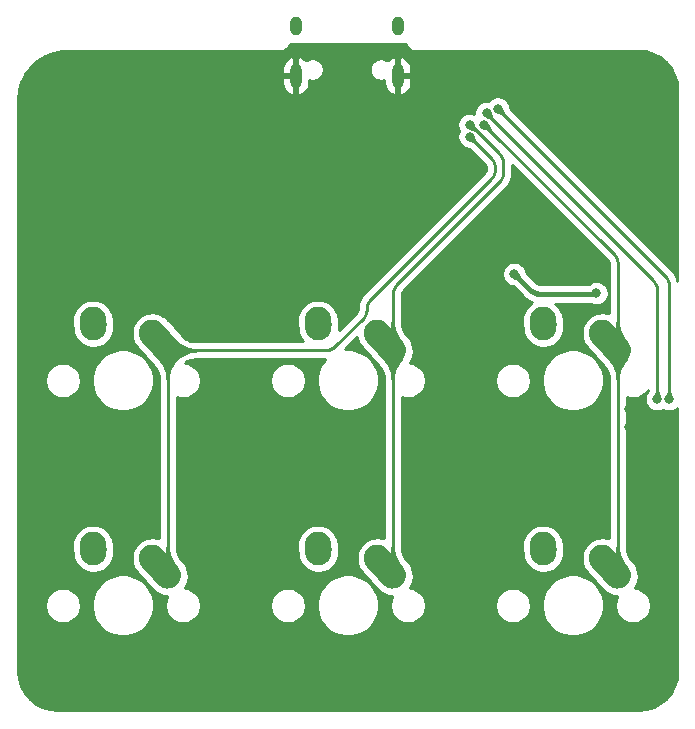
<source format=gbr>
%TF.GenerationSoftware,KiCad,Pcbnew,(5.1.6)-1*%
%TF.CreationDate,2020-07-11T20:12:46-04:00*%
%TF.ProjectId,4x5,3478352e-6b69-4636-9164-5f7063625858,rev?*%
%TF.SameCoordinates,Original*%
%TF.FileFunction,Copper,L2,Bot*%
%TF.FilePolarity,Positive*%
%FSLAX46Y46*%
G04 Gerber Fmt 4.6, Leading zero omitted, Abs format (unit mm)*
G04 Created by KiCad (PCBNEW (5.1.6)-1) date 2020-07-11 20:12:46*
%MOMM*%
%LPD*%
G01*
G04 APERTURE LIST*
%TA.AperFunction,ComponentPad*%
%ADD10O,1.000000X2.100000*%
%TD*%
%TA.AperFunction,ComponentPad*%
%ADD11O,1.000000X1.600000*%
%TD*%
%TA.AperFunction,ComponentPad*%
%ADD12C,2.250000*%
%TD*%
%TA.AperFunction,ViaPad*%
%ADD13C,0.800000*%
%TD*%
%TA.AperFunction,Conductor*%
%ADD14C,0.381000*%
%TD*%
%TA.AperFunction,Conductor*%
%ADD15C,0.254000*%
%TD*%
%TA.AperFunction,Conductor*%
%ADD16C,0.025400*%
%TD*%
G04 APERTURE END LIST*
D10*
%TO.P,USB1,13*%
%TO.N,GND*%
X210606100Y-86129600D03*
X201966100Y-86129600D03*
D11*
X210606100Y-81949600D03*
X201966100Y-81949600D03*
%TD*%
D12*
%TO.P,MX6,1*%
%TO.N,col2*%
X227925000Y-126968750D03*
%TA.AperFunction,ComponentPad*%
G36*
G01*
X229986317Y-129266095D02*
X229986317Y-129266095D01*
G75*
G02*
X228397655Y-129180067I-751317J837345D01*
G01*
X227087653Y-127720067D01*
G75*
G02*
X227173681Y-126131405I837345J751317D01*
G01*
X227173681Y-126131405D01*
G75*
G02*
X228762343Y-126217433I751317J-837345D01*
G01*
X230072345Y-127677433D01*
G75*
G02*
X229986317Y-129266095I-837345J-751317D01*
G01*
G37*
%TD.AperFunction*%
%TO.P,MX6,2*%
%TO.N,Net-(D6-Pad2)*%
X222885000Y-125888750D03*
%TA.AperFunction,ComponentPad*%
G36*
G01*
X223002403Y-127591084D02*
X223002403Y-127591084D01*
G75*
G02*
X221802666Y-126546153I-77403J1122334D01*
G01*
X221762666Y-125966153D01*
G75*
G02*
X222807597Y-124766416I1122334J77403D01*
G01*
X222807597Y-124766416D01*
G75*
G02*
X224007334Y-125811347I77403J-1122334D01*
G01*
X224047334Y-126391347D01*
G75*
G02*
X223002403Y-127591084I-1122334J-77403D01*
G01*
G37*
%TD.AperFunction*%
%TD*%
%TO.P,MX5,1*%
%TO.N,col1*%
X208875000Y-126968750D03*
%TA.AperFunction,ComponentPad*%
G36*
G01*
X210936317Y-129266095D02*
X210936317Y-129266095D01*
G75*
G02*
X209347655Y-129180067I-751317J837345D01*
G01*
X208037653Y-127720067D01*
G75*
G02*
X208123681Y-126131405I837345J751317D01*
G01*
X208123681Y-126131405D01*
G75*
G02*
X209712343Y-126217433I751317J-837345D01*
G01*
X211022345Y-127677433D01*
G75*
G02*
X210936317Y-129266095I-837345J-751317D01*
G01*
G37*
%TD.AperFunction*%
%TO.P,MX5,2*%
%TO.N,Net-(D5-Pad2)*%
X203835000Y-125888750D03*
%TA.AperFunction,ComponentPad*%
G36*
G01*
X203952403Y-127591084D02*
X203952403Y-127591084D01*
G75*
G02*
X202752666Y-126546153I-77403J1122334D01*
G01*
X202712666Y-125966153D01*
G75*
G02*
X203757597Y-124766416I1122334J77403D01*
G01*
X203757597Y-124766416D01*
G75*
G02*
X204957334Y-125811347I77403J-1122334D01*
G01*
X204997334Y-126391347D01*
G75*
G02*
X203952403Y-127591084I-1122334J-77403D01*
G01*
G37*
%TD.AperFunction*%
%TD*%
%TO.P,MX4,1*%
%TO.N,col0*%
X189825000Y-126968750D03*
%TA.AperFunction,ComponentPad*%
G36*
G01*
X191886317Y-129266095D02*
X191886317Y-129266095D01*
G75*
G02*
X190297655Y-129180067I-751317J837345D01*
G01*
X188987653Y-127720067D01*
G75*
G02*
X189073681Y-126131405I837345J751317D01*
G01*
X189073681Y-126131405D01*
G75*
G02*
X190662343Y-126217433I751317J-837345D01*
G01*
X191972345Y-127677433D01*
G75*
G02*
X191886317Y-129266095I-837345J-751317D01*
G01*
G37*
%TD.AperFunction*%
%TO.P,MX4,2*%
%TO.N,Net-(D4-Pad2)*%
X184785000Y-125888750D03*
%TA.AperFunction,ComponentPad*%
G36*
G01*
X184902403Y-127591084D02*
X184902403Y-127591084D01*
G75*
G02*
X183702666Y-126546153I-77403J1122334D01*
G01*
X183662666Y-125966153D01*
G75*
G02*
X184707597Y-124766416I1122334J77403D01*
G01*
X184707597Y-124766416D01*
G75*
G02*
X185907334Y-125811347I77403J-1122334D01*
G01*
X185947334Y-126391347D01*
G75*
G02*
X184902403Y-127591084I-1122334J-77403D01*
G01*
G37*
%TD.AperFunction*%
%TD*%
%TO.P,MX3,1*%
%TO.N,col2*%
X227925000Y-107918750D03*
%TA.AperFunction,ComponentPad*%
G36*
G01*
X229986317Y-110216095D02*
X229986317Y-110216095D01*
G75*
G02*
X228397655Y-110130067I-751317J837345D01*
G01*
X227087653Y-108670067D01*
G75*
G02*
X227173681Y-107081405I837345J751317D01*
G01*
X227173681Y-107081405D01*
G75*
G02*
X228762343Y-107167433I751317J-837345D01*
G01*
X230072345Y-108627433D01*
G75*
G02*
X229986317Y-110216095I-837345J-751317D01*
G01*
G37*
%TD.AperFunction*%
%TO.P,MX3,2*%
%TO.N,Net-(D3-Pad2)*%
X222885000Y-106838750D03*
%TA.AperFunction,ComponentPad*%
G36*
G01*
X223002403Y-108541084D02*
X223002403Y-108541084D01*
G75*
G02*
X221802666Y-107496153I-77403J1122334D01*
G01*
X221762666Y-106916153D01*
G75*
G02*
X222807597Y-105716416I1122334J77403D01*
G01*
X222807597Y-105716416D01*
G75*
G02*
X224007334Y-106761347I77403J-1122334D01*
G01*
X224047334Y-107341347D01*
G75*
G02*
X223002403Y-108541084I-1122334J-77403D01*
G01*
G37*
%TD.AperFunction*%
%TD*%
%TO.P,MX2,1*%
%TO.N,col1*%
X208875000Y-107918750D03*
%TA.AperFunction,ComponentPad*%
G36*
G01*
X210936317Y-110216095D02*
X210936317Y-110216095D01*
G75*
G02*
X209347655Y-110130067I-751317J837345D01*
G01*
X208037653Y-108670067D01*
G75*
G02*
X208123681Y-107081405I837345J751317D01*
G01*
X208123681Y-107081405D01*
G75*
G02*
X209712343Y-107167433I751317J-837345D01*
G01*
X211022345Y-108627433D01*
G75*
G02*
X210936317Y-110216095I-837345J-751317D01*
G01*
G37*
%TD.AperFunction*%
%TO.P,MX2,2*%
%TO.N,Net-(D2-Pad2)*%
X203835000Y-106838750D03*
%TA.AperFunction,ComponentPad*%
G36*
G01*
X203952403Y-108541084D02*
X203952403Y-108541084D01*
G75*
G02*
X202752666Y-107496153I-77403J1122334D01*
G01*
X202712666Y-106916153D01*
G75*
G02*
X203757597Y-105716416I1122334J77403D01*
G01*
X203757597Y-105716416D01*
G75*
G02*
X204957334Y-106761347I77403J-1122334D01*
G01*
X204997334Y-107341347D01*
G75*
G02*
X203952403Y-108541084I-1122334J-77403D01*
G01*
G37*
%TD.AperFunction*%
%TD*%
%TO.P,MX1,1*%
%TO.N,col0*%
X189825000Y-107918750D03*
%TA.AperFunction,ComponentPad*%
G36*
G01*
X191886317Y-110216095D02*
X191886317Y-110216095D01*
G75*
G02*
X190297655Y-110130067I-751317J837345D01*
G01*
X188987653Y-108670067D01*
G75*
G02*
X189073681Y-107081405I837345J751317D01*
G01*
X189073681Y-107081405D01*
G75*
G02*
X190662343Y-107167433I751317J-837345D01*
G01*
X191972345Y-108627433D01*
G75*
G02*
X191886317Y-110216095I-837345J-751317D01*
G01*
G37*
%TD.AperFunction*%
%TO.P,MX1,2*%
%TO.N,Net-(D1-Pad2)*%
X184785000Y-106838750D03*
%TA.AperFunction,ComponentPad*%
G36*
G01*
X184902403Y-108541084D02*
X184902403Y-108541084D01*
G75*
G02*
X183702666Y-107496153I-77403J1122334D01*
G01*
X183662666Y-106916153D01*
G75*
G02*
X184707597Y-105716416I1122334J77403D01*
G01*
X184707597Y-105716416D01*
G75*
G02*
X185907334Y-106761347I77403J-1122334D01*
G01*
X185947334Y-107341347D01*
G75*
G02*
X184902403Y-108541084I-1122334J-77403D01*
G01*
G37*
%TD.AperFunction*%
%TD*%
D13*
%TO.N,GND*%
X227774500Y-103352600D03*
X230187500Y-133350000D03*
X230187500Y-114300000D03*
X209702400Y-92113100D03*
X211556600Y-92087700D03*
X203974700Y-94843600D03*
X230187500Y-133350000D03*
X230187500Y-134937500D03*
X230187500Y-114300000D03*
X230187500Y-115887500D03*
X233032300Y-85636100D03*
X233934000Y-94818200D03*
%TO.N,+5V*%
X220472000Y-102908100D03*
X227431600Y-104533700D03*
%TO.N,col0*%
X216693750Y-91281250D03*
%TO.N,col1*%
X216693750Y-90281247D03*
%TO.N,col2*%
X217942433Y-90251920D03*
%TO.N,row0*%
X232568750Y-113506250D03*
X218133428Y-89270327D03*
%TO.N,row1*%
X233568753Y-113506250D03*
X219075000Y-88900000D03*
%TD*%
D14*
%TO.N,GND*%
X209702400Y-92113100D02*
X211531200Y-92113100D01*
X211531200Y-92113100D02*
X211556600Y-92087700D01*
X206971900Y-94843600D02*
X209702400Y-92113100D01*
X203974700Y-94843600D02*
X206971900Y-94843600D01*
X230187500Y-133350000D02*
X230187500Y-134937500D01*
X230187500Y-114300000D02*
X230187500Y-115887500D01*
%TO.N,+5V*%
X221798334Y-104234434D02*
X220472000Y-102908100D01*
X221798334Y-104234434D02*
X221841244Y-104275287D01*
X221841244Y-104275287D02*
X221886107Y-104313986D01*
X221886107Y-104313986D02*
X221932814Y-104350437D01*
X221932814Y-104350437D02*
X221981254Y-104384553D01*
X221981254Y-104384553D02*
X222031310Y-104416250D01*
X222031310Y-104416250D02*
X222082861Y-104445453D01*
X222082861Y-104445453D02*
X222135782Y-104472092D01*
X222135782Y-104472092D02*
X222189947Y-104496102D01*
X222189947Y-104496102D02*
X222245225Y-104517425D01*
X222245225Y-104517425D02*
X222301483Y-104536009D01*
X222301483Y-104536009D02*
X222358584Y-104551812D01*
X222358584Y-104551812D02*
X222416392Y-104564793D01*
X222416392Y-104564793D02*
X222474768Y-104574922D01*
X222474768Y-104574922D02*
X222533570Y-104582175D01*
X222533570Y-104582175D02*
X222592658Y-104586533D01*
X222592658Y-104586533D02*
X222651888Y-104587988D01*
X222592658Y-104586533D02*
X227378767Y-104586533D01*
X227378767Y-104586533D02*
X227431600Y-104533700D01*
D15*
%TO.N,col0*%
X191135000Y-128278750D02*
X189825000Y-126968750D01*
X191135000Y-128428750D02*
X191135000Y-128278750D01*
X191135000Y-109378750D02*
X191135000Y-108108750D01*
X191135000Y-109378750D02*
X191135000Y-128428750D01*
X202946250Y-109378750D02*
X203183169Y-109372933D01*
X191135000Y-109378750D02*
X202946250Y-109378750D01*
X203183169Y-109372933D02*
X203419518Y-109355499D01*
X207712339Y-106611013D02*
X207679657Y-106645342D01*
X205321406Y-109001945D02*
X207712339Y-106611013D01*
X205321406Y-109001945D02*
X205278495Y-109042798D01*
X205278495Y-109042798D02*
X205233632Y-109081497D01*
X205233632Y-109081497D02*
X205186924Y-109117948D01*
X205186924Y-109117948D02*
X205138484Y-109152063D01*
X205138484Y-109152063D02*
X205088429Y-109183761D01*
X205088429Y-109183761D02*
X205036878Y-109212964D01*
X205036878Y-109212964D02*
X204983957Y-109239602D01*
X204983957Y-109239602D02*
X204929792Y-109263612D01*
X204929792Y-109263612D02*
X204874514Y-109284935D01*
X204874514Y-109284935D02*
X204818257Y-109303520D01*
X204818257Y-109303520D02*
X204761155Y-109319322D01*
X204761155Y-109319322D02*
X204703347Y-109332304D01*
X204703347Y-109332304D02*
X204644972Y-109342433D01*
X204644972Y-109342433D02*
X204586170Y-109349685D01*
X204586170Y-109349685D02*
X204527082Y-109354044D01*
X204527082Y-109354044D02*
X204467853Y-109355499D01*
X204467853Y-109355499D02*
X203419518Y-109355499D01*
X207743298Y-106575123D02*
X207712339Y-106611013D01*
X207799752Y-106499005D02*
X207772459Y-106537757D01*
X207825110Y-106458960D02*
X207799752Y-106499005D01*
X207848472Y-106417720D02*
X207825110Y-106458960D01*
X207869783Y-106375383D02*
X207848472Y-106417720D01*
X207920917Y-106242823D02*
X207906049Y-106287829D01*
X207943944Y-106150895D02*
X207933559Y-106197142D01*
X207952047Y-106104195D02*
X207943944Y-106150895D01*
X208078394Y-105368328D02*
X208054385Y-105422493D01*
X208236500Y-105118652D02*
X208200048Y-105165360D01*
X207961336Y-106009883D02*
X207957849Y-106057153D01*
X208105033Y-105315407D02*
X208078394Y-105368328D01*
X208200048Y-105165360D02*
X208165933Y-105213800D01*
X207888991Y-106332051D02*
X207869783Y-106375383D01*
X208165933Y-105213800D02*
X208134236Y-105263856D01*
X207772459Y-106537757D02*
X207743298Y-106575123D01*
X207963953Y-105825204D02*
X207962500Y-105884434D01*
X208134236Y-105263856D02*
X208105033Y-105315407D01*
X207906049Y-106287829D02*
X207888991Y-106332051D01*
X207933559Y-106197142D02*
X207920917Y-106242823D01*
X208275199Y-105073789D02*
X208236500Y-105118652D01*
X207968312Y-105766116D02*
X207963953Y-105825204D01*
X208316053Y-105030880D02*
X208275199Y-105073789D01*
X208033062Y-105477771D02*
X208014477Y-105534029D01*
X208014477Y-105534029D02*
X207998675Y-105591130D01*
X207998675Y-105591130D02*
X207985693Y-105648938D01*
X207957849Y-106057153D02*
X207952047Y-106104195D01*
X208054385Y-105422493D02*
X208033062Y-105477771D01*
X207975564Y-105707314D02*
X207968312Y-105766116D01*
X207985693Y-105648938D02*
X207975564Y-105707314D01*
X207962500Y-105884434D02*
X207962500Y-105962500D01*
X207962500Y-105962500D02*
X207961336Y-106009883D01*
X218492846Y-93080346D02*
X216693750Y-91281250D01*
X218492846Y-93080346D02*
X218533699Y-93123256D01*
X218533699Y-93123256D02*
X218572398Y-93168119D01*
X218572398Y-93168119D02*
X218608849Y-93214827D01*
X218608849Y-93214827D02*
X218642964Y-93263267D01*
X218642964Y-93263267D02*
X218674662Y-93313323D01*
X218674662Y-93313323D02*
X218703865Y-93364873D01*
X218703865Y-93364873D02*
X218730503Y-93417795D01*
X218730503Y-93417795D02*
X218754513Y-93471960D01*
X218754513Y-93471960D02*
X218775836Y-93527237D01*
X218775836Y-93527237D02*
X218794421Y-93583495D01*
X218794421Y-93583495D02*
X218810223Y-93640596D01*
X218810223Y-93640596D02*
X218823204Y-93698405D01*
X218823204Y-93698405D02*
X218833333Y-93756780D01*
X218833333Y-93756780D02*
X218840586Y-93815582D01*
X218840586Y-93815582D02*
X218844944Y-93874670D01*
X218844944Y-93874670D02*
X218846400Y-93933900D01*
X218492846Y-94854085D02*
X208316053Y-105030880D01*
X218492846Y-94854085D02*
X218533699Y-94811174D01*
X218533699Y-94811174D02*
X218572398Y-94766311D01*
X218572398Y-94766311D02*
X218608849Y-94719604D01*
X218608849Y-94719604D02*
X218642965Y-94671164D01*
X218642965Y-94671164D02*
X218674662Y-94621108D01*
X218674662Y-94621108D02*
X218703865Y-94569557D01*
X218703865Y-94569557D02*
X218730504Y-94516636D01*
X218730504Y-94516636D02*
X218754513Y-94462471D01*
X218754513Y-94462471D02*
X218775836Y-94407193D01*
X218775836Y-94407193D02*
X218794421Y-94350936D01*
X218794421Y-94350936D02*
X218810224Y-94293834D01*
X218810224Y-94293834D02*
X218823205Y-94236026D01*
X218823205Y-94236026D02*
X218833334Y-94177651D01*
X218833334Y-94177651D02*
X218840586Y-94118849D01*
X218840586Y-94118849D02*
X218844945Y-94059761D01*
X218844945Y-94059761D02*
X218846400Y-94000532D01*
X218846400Y-94000532D02*
X218846400Y-93933900D01*
%TO.N,col1*%
X210185000Y-109378750D02*
X210185000Y-128428750D01*
X216693750Y-90281247D02*
X216769709Y-90281247D01*
X210538553Y-103786446D02*
X210497699Y-103829355D01*
X210497699Y-103829355D02*
X210459000Y-103874218D01*
X210459000Y-103874218D02*
X210422548Y-103920926D01*
X210422548Y-103920926D02*
X210388433Y-103969366D01*
X210388433Y-103969366D02*
X210356736Y-104019422D01*
X210356736Y-104019422D02*
X210327533Y-104070973D01*
X210327533Y-104070973D02*
X210300894Y-104123894D01*
X210300894Y-104123894D02*
X210276885Y-104178059D01*
X210276885Y-104178059D02*
X210255562Y-104233337D01*
X210255562Y-104233337D02*
X210236977Y-104289595D01*
X210236977Y-104289595D02*
X210221175Y-104346696D01*
X210221175Y-104346696D02*
X210208193Y-104404504D01*
X210208193Y-104404504D02*
X210198064Y-104462880D01*
X210198064Y-104462880D02*
X210190812Y-104521682D01*
X210190812Y-104521682D02*
X210186453Y-104580770D01*
X210186453Y-104580770D02*
X210185000Y-104640000D01*
X210185000Y-104640000D02*
X210185000Y-109378750D01*
X219529010Y-93540548D02*
X219527554Y-93481318D01*
X219527554Y-93481318D02*
X219523196Y-93422230D01*
X219523196Y-93422230D02*
X219515943Y-93363428D01*
X219515943Y-93363428D02*
X219505814Y-93305053D01*
X219505814Y-93305053D02*
X219492833Y-93247244D01*
X219492833Y-93247244D02*
X219477031Y-93190143D01*
X219477031Y-93190143D02*
X219458446Y-93133885D01*
X219458446Y-93133885D02*
X219437123Y-93078608D01*
X219437123Y-93078608D02*
X219413113Y-93024443D01*
X219413113Y-93024443D02*
X219386475Y-92971521D01*
X219386475Y-92971521D02*
X219357272Y-92919970D01*
X219357272Y-92919970D02*
X219325574Y-92869915D01*
X219325574Y-92869915D02*
X219291459Y-92821475D01*
X219291459Y-92821475D02*
X219255008Y-92774767D01*
X219255008Y-92774767D02*
X219216309Y-92729904D01*
X219216309Y-92729904D02*
X219175456Y-92686994D01*
X219175456Y-92686994D02*
X216769709Y-90281247D01*
X219175456Y-95149543D02*
X210538553Y-103786446D01*
X219175456Y-95149543D02*
X219216309Y-95106632D01*
X219216309Y-95106632D02*
X219255008Y-95061769D01*
X219255008Y-95061769D02*
X219291459Y-95015061D01*
X219291459Y-95015061D02*
X219325574Y-94966621D01*
X219325574Y-94966621D02*
X219357272Y-94916566D01*
X219357272Y-94916566D02*
X219386475Y-94865015D01*
X219386475Y-94865015D02*
X219413113Y-94812094D01*
X219413113Y-94812094D02*
X219437123Y-94757929D01*
X219437123Y-94757929D02*
X219458446Y-94702651D01*
X219458446Y-94702651D02*
X219477031Y-94646394D01*
X219477031Y-94646394D02*
X219492833Y-94589292D01*
X219492833Y-94589292D02*
X219505815Y-94531484D01*
X219505815Y-94531484D02*
X219515944Y-94473109D01*
X219515944Y-94473109D02*
X219523196Y-94414307D01*
X219523196Y-94414307D02*
X219527555Y-94355219D01*
X219527555Y-94355219D02*
X219529010Y-94295990D01*
X219529010Y-94295990D02*
X219529010Y-93540548D01*
%TO.N,col2*%
X229235000Y-109378750D02*
X229235000Y-128428750D01*
X229235000Y-102044487D02*
X229235000Y-109378750D01*
X229235000Y-102044487D02*
X229233544Y-101985257D01*
X229233544Y-101985257D02*
X229229186Y-101926169D01*
X229229186Y-101926169D02*
X229221933Y-101867367D01*
X229221933Y-101867367D02*
X229211804Y-101808992D01*
X229211804Y-101808992D02*
X229198823Y-101751183D01*
X229198823Y-101751183D02*
X229183021Y-101694082D01*
X229183021Y-101694082D02*
X229164436Y-101637824D01*
X229164436Y-101637824D02*
X229143113Y-101582547D01*
X229143113Y-101582547D02*
X229119103Y-101528382D01*
X229119103Y-101528382D02*
X229092465Y-101475460D01*
X229092465Y-101475460D02*
X229063262Y-101423909D01*
X229063262Y-101423909D02*
X229031564Y-101373854D01*
X229031564Y-101373854D02*
X228997449Y-101325414D01*
X228997449Y-101325414D02*
X228960998Y-101278706D01*
X228960998Y-101278706D02*
X228922299Y-101233843D01*
X228922299Y-101233843D02*
X228881446Y-101190933D01*
X228881446Y-101190933D02*
X217942433Y-90251920D01*
%TO.N,row0*%
X218133428Y-89366953D02*
X218133428Y-89270327D01*
X232568750Y-104302275D02*
X232568750Y-113506250D01*
X232568750Y-104302275D02*
X232567294Y-104243045D01*
X232567294Y-104243045D02*
X232562936Y-104183957D01*
X232562936Y-104183957D02*
X232555683Y-104125155D01*
X232555683Y-104125155D02*
X232545554Y-104066780D01*
X232545554Y-104066780D02*
X232532573Y-104008971D01*
X232532573Y-104008971D02*
X232516771Y-103951870D01*
X232516771Y-103951870D02*
X232498186Y-103895612D01*
X232498186Y-103895612D02*
X232476863Y-103840335D01*
X232476863Y-103840335D02*
X232452853Y-103786170D01*
X232452853Y-103786170D02*
X232426215Y-103733248D01*
X232426215Y-103733248D02*
X232397012Y-103681697D01*
X232397012Y-103681697D02*
X232365314Y-103631642D01*
X232365314Y-103631642D02*
X232331199Y-103583202D01*
X232331199Y-103583202D02*
X232294748Y-103536494D01*
X232294748Y-103536494D02*
X232256049Y-103491631D01*
X232256049Y-103491631D02*
X232215196Y-103448721D01*
X232215196Y-103448721D02*
X218133428Y-89366953D01*
%TO.N,row1*%
X233568753Y-103893753D02*
X233568753Y-113506250D01*
X233568753Y-103893753D02*
X233567297Y-103834523D01*
X233567297Y-103834523D02*
X233562939Y-103775435D01*
X233562939Y-103775435D02*
X233555686Y-103716633D01*
X233555686Y-103716633D02*
X233545557Y-103658258D01*
X233545557Y-103658258D02*
X233532576Y-103600449D01*
X233532576Y-103600449D02*
X233516774Y-103543348D01*
X233516774Y-103543348D02*
X233498189Y-103487090D01*
X233498189Y-103487090D02*
X233476866Y-103431813D01*
X233476866Y-103431813D02*
X233452856Y-103377648D01*
X233452856Y-103377648D02*
X233426218Y-103324726D01*
X233426218Y-103324726D02*
X233397015Y-103273175D01*
X233397015Y-103273175D02*
X233365317Y-103223120D01*
X233365317Y-103223120D02*
X233331202Y-103174680D01*
X233331202Y-103174680D02*
X233294751Y-103127972D01*
X233294751Y-103127972D02*
X233256052Y-103083109D01*
X233256052Y-103083109D02*
X233215199Y-103040199D01*
X233215199Y-103040199D02*
X219075000Y-88900000D01*
%TD*%
%TO.N,GND*%
G36*
X211280800Y-83473133D02*
G01*
X211318540Y-83597543D01*
X211379825Y-83712200D01*
X211462302Y-83812698D01*
X211562800Y-83895175D01*
X211677457Y-83956460D01*
X211801867Y-83994200D01*
X211898831Y-84003750D01*
X211931250Y-84006943D01*
X211963669Y-84003750D01*
X230948972Y-84003750D01*
X231623307Y-84069869D01*
X232240913Y-84256335D01*
X232810537Y-84559211D01*
X233310475Y-84966951D01*
X233721706Y-85464043D01*
X234028545Y-86031532D01*
X234219320Y-86647824D01*
X234290001Y-87320310D01*
X234290001Y-103491461D01*
X234289940Y-103491111D01*
X234284947Y-103473070D01*
X234280156Y-103451733D01*
X234276955Y-103433284D01*
X234271962Y-103415242D01*
X234267862Y-103396983D01*
X234261990Y-103379207D01*
X234256154Y-103358121D01*
X234252054Y-103339861D01*
X234246183Y-103322089D01*
X234241189Y-103304043D01*
X234234452Y-103286578D01*
X234227589Y-103265803D01*
X234222597Y-103247765D01*
X234215865Y-103230313D01*
X234209990Y-103212529D01*
X234202398Y-103195401D01*
X234194536Y-103175020D01*
X234188659Y-103157231D01*
X234181068Y-103140106D01*
X234174335Y-103122652D01*
X234165922Y-103105938D01*
X234157057Y-103085941D01*
X234150323Y-103068482D01*
X234141904Y-103051755D01*
X234134315Y-103034636D01*
X234125090Y-103018352D01*
X234115257Y-102998816D01*
X234107672Y-102981705D01*
X234098449Y-102965423D01*
X234090031Y-102948700D01*
X234080012Y-102932877D01*
X234069232Y-102913849D01*
X234060810Y-102897117D01*
X234050796Y-102881304D01*
X234041575Y-102865026D01*
X234030794Y-102849717D01*
X234019088Y-102831233D01*
X234009868Y-102814957D01*
X233999090Y-102799653D01*
X233989066Y-102783824D01*
X233977550Y-102769068D01*
X233964968Y-102751202D01*
X233954949Y-102735381D01*
X233943432Y-102720623D01*
X233932653Y-102705318D01*
X233920422Y-102691139D01*
X233906970Y-102673901D01*
X233896190Y-102658595D01*
X233883962Y-102644420D01*
X233872447Y-102629664D01*
X233859541Y-102616108D01*
X233845255Y-102599547D01*
X233833739Y-102584790D01*
X233820830Y-102571231D01*
X233808600Y-102557053D01*
X233795040Y-102544143D01*
X233786429Y-102535098D01*
X233780478Y-102527847D01*
X233760601Y-102507970D01*
X233741273Y-102487669D01*
X233734190Y-102481559D01*
X220110000Y-88857370D01*
X220110000Y-88798061D01*
X220070226Y-88598102D01*
X219992205Y-88409744D01*
X219878937Y-88240226D01*
X219734774Y-88096063D01*
X219565256Y-87982795D01*
X219376898Y-87904774D01*
X219176939Y-87865000D01*
X218973061Y-87865000D01*
X218773102Y-87904774D01*
X218584744Y-87982795D01*
X218415226Y-88096063D01*
X218271063Y-88240226D01*
X218269765Y-88242169D01*
X218235367Y-88235327D01*
X218031489Y-88235327D01*
X217831530Y-88275101D01*
X217643172Y-88353122D01*
X217473654Y-88466390D01*
X217329491Y-88610553D01*
X217216223Y-88780071D01*
X217138202Y-88968429D01*
X217098428Y-89168388D01*
X217098428Y-89328594D01*
X216995648Y-89286021D01*
X216795689Y-89246247D01*
X216591811Y-89246247D01*
X216391852Y-89286021D01*
X216203494Y-89364042D01*
X216033976Y-89477310D01*
X215889813Y-89621473D01*
X215776545Y-89790991D01*
X215698524Y-89979349D01*
X215658750Y-90179308D01*
X215658750Y-90383186D01*
X215698524Y-90583145D01*
X215776545Y-90771503D01*
X215783057Y-90781249D01*
X215776545Y-90790994D01*
X215698524Y-90979352D01*
X215658750Y-91179311D01*
X215658750Y-91383189D01*
X215698524Y-91583148D01*
X215776545Y-91771506D01*
X215889813Y-91941024D01*
X216033976Y-92085187D01*
X216203494Y-92198455D01*
X216391852Y-92276476D01*
X216591811Y-92316250D01*
X216651120Y-92316250D01*
X217947437Y-93612568D01*
X217968924Y-93635137D01*
X217983178Y-93651662D01*
X217996622Y-93668888D01*
X218009194Y-93686739D01*
X218020877Y-93705189D01*
X218031639Y-93724186D01*
X218041452Y-93743680D01*
X218050309Y-93763662D01*
X218058164Y-93784025D01*
X218065011Y-93804751D01*
X218070835Y-93825797D01*
X218075618Y-93847096D01*
X218079354Y-93868625D01*
X218082028Y-93890299D01*
X218083634Y-93912080D01*
X218084400Y-93943252D01*
X218084400Y-93991180D01*
X218083634Y-94022357D01*
X218082028Y-94044134D01*
X218079354Y-94065812D01*
X218075620Y-94087334D01*
X218070839Y-94108623D01*
X218065014Y-94129673D01*
X218058167Y-94150398D01*
X218050303Y-94170783D01*
X218041455Y-94190745D01*
X218031637Y-94210249D01*
X218020878Y-94229241D01*
X218009193Y-94247696D01*
X217996626Y-94265539D01*
X217983189Y-94282757D01*
X217968920Y-94299299D01*
X217947437Y-94321863D01*
X207797080Y-104472223D01*
X207789992Y-104478337D01*
X207770632Y-104498671D01*
X207750774Y-104518529D01*
X207744834Y-104525767D01*
X207736212Y-104534822D01*
X207722652Y-104547733D01*
X207710429Y-104561902D01*
X207697524Y-104575457D01*
X207686002Y-104590220D01*
X207671725Y-104606772D01*
X207658811Y-104620335D01*
X207647285Y-104635104D01*
X207635061Y-104649275D01*
X207624286Y-104664574D01*
X207610829Y-104681818D01*
X207598597Y-104695998D01*
X207587818Y-104711303D01*
X207576307Y-104726053D01*
X207566292Y-104741868D01*
X207553693Y-104759758D01*
X207542174Y-104774518D01*
X207532160Y-104790332D01*
X207521382Y-104805636D01*
X207512153Y-104821928D01*
X207500452Y-104840405D01*
X207489676Y-104855707D01*
X207480450Y-104871994D01*
X207470432Y-104887814D01*
X207462014Y-104904538D01*
X207451244Y-104923549D01*
X207441229Y-104939365D01*
X207432807Y-104956097D01*
X207423579Y-104972386D01*
X207415998Y-104989488D01*
X207406162Y-105009029D01*
X207396930Y-105025326D01*
X207389353Y-105042420D01*
X207380934Y-105059146D01*
X207374193Y-105076621D01*
X207365329Y-105096618D01*
X207356914Y-105113336D01*
X207350177Y-105130802D01*
X207342588Y-105147922D01*
X207336716Y-105165697D01*
X207328847Y-105186097D01*
X207321261Y-105203211D01*
X207315390Y-105220985D01*
X207308652Y-105238451D01*
X207303658Y-105256497D01*
X207296801Y-105277253D01*
X207290062Y-105294724D01*
X207285066Y-105312776D01*
X207279197Y-105330543D01*
X207275098Y-105348798D01*
X207269263Y-105369880D01*
X207263393Y-105387649D01*
X207259290Y-105405918D01*
X207254296Y-105423965D01*
X207251096Y-105442406D01*
X207246303Y-105463752D01*
X207241310Y-105481793D01*
X207238112Y-105500226D01*
X207234010Y-105518490D01*
X207231717Y-105537078D01*
X207227978Y-105558627D01*
X207223875Y-105576899D01*
X207221583Y-105595481D01*
X207218384Y-105613919D01*
X207217007Y-105632588D01*
X207214330Y-105654296D01*
X207211131Y-105672730D01*
X207209754Y-105691402D01*
X207207461Y-105709991D01*
X207207002Y-105728704D01*
X207205392Y-105750522D01*
X207203101Y-105769102D01*
X207202642Y-105787798D01*
X207201265Y-105806468D01*
X207201725Y-105825199D01*
X207201418Y-105837684D01*
X207200500Y-105847009D01*
X207200500Y-105875118D01*
X207199812Y-105903161D01*
X207200500Y-105912486D01*
X207200500Y-105953149D01*
X207200025Y-105972485D01*
X207199291Y-105982440D01*
X207198067Y-105992357D01*
X207196361Y-106002189D01*
X207194173Y-106011934D01*
X207191509Y-106021560D01*
X207188375Y-106031046D01*
X207184783Y-106040358D01*
X207180738Y-106049483D01*
X207176244Y-106058413D01*
X207171326Y-106067093D01*
X207165986Y-106075526D01*
X207160231Y-106083698D01*
X207154089Y-106091568D01*
X207153687Y-106092034D01*
X205629977Y-107615744D01*
X205636777Y-107383906D01*
X205595000Y-106778137D01*
X205595000Y-106665405D01*
X205566205Y-106520642D01*
X205541684Y-106375209D01*
X205532442Y-106350904D01*
X205527364Y-106325377D01*
X205470879Y-106189010D01*
X205418459Y-106051158D01*
X205404652Y-106029122D01*
X205394692Y-106005077D01*
X205312684Y-105882343D01*
X205234381Y-105757374D01*
X205216541Y-105738456D01*
X205202081Y-105716815D01*
X205097705Y-105612439D01*
X204996526Y-105505146D01*
X204975338Y-105490072D01*
X204956935Y-105471669D01*
X204834191Y-105389654D01*
X204714034Y-105304169D01*
X204690317Y-105293520D01*
X204668673Y-105279058D01*
X204532298Y-105222570D01*
X204397761Y-105162163D01*
X204372414Y-105156344D01*
X204348373Y-105146386D01*
X204203606Y-105117590D01*
X204059862Y-105084590D01*
X204033872Y-105083828D01*
X204008345Y-105078750D01*
X203860749Y-105078750D01*
X203713323Y-105074426D01*
X203687677Y-105078750D01*
X203661655Y-105078750D01*
X203516892Y-105107545D01*
X203371459Y-105132066D01*
X203347154Y-105141308D01*
X203321627Y-105146386D01*
X203185260Y-105202871D01*
X203047408Y-105255291D01*
X203025372Y-105269098D01*
X203001327Y-105279058D01*
X202878593Y-105361066D01*
X202753624Y-105439369D01*
X202734706Y-105457209D01*
X202713065Y-105471669D01*
X202608689Y-105576045D01*
X202501396Y-105677224D01*
X202486322Y-105698412D01*
X202467919Y-105716815D01*
X202385904Y-105839559D01*
X202300419Y-105959716D01*
X202289770Y-105983433D01*
X202275308Y-106005077D01*
X202218820Y-106141452D01*
X202158413Y-106275989D01*
X202152594Y-106301336D01*
X202142636Y-106325377D01*
X202113840Y-106470144D01*
X202080840Y-106613888D01*
X202080078Y-106639878D01*
X202075000Y-106665405D01*
X202075000Y-106813005D01*
X202073223Y-106873593D01*
X202075000Y-106899360D01*
X202075000Y-107012095D01*
X202086901Y-107071925D01*
X202125119Y-107626090D01*
X202168316Y-107882292D01*
X202291541Y-108206342D01*
X202475619Y-108500127D01*
X202585597Y-108616750D01*
X193555489Y-108616750D01*
X193401243Y-108611348D01*
X193266333Y-108596690D01*
X193139337Y-108572881D01*
X193019370Y-108540240D01*
X192905411Y-108498859D01*
X192796373Y-108448555D01*
X192691265Y-108388890D01*
X192589203Y-108319173D01*
X192489560Y-108238574D01*
X192403483Y-108157106D01*
X191218729Y-106836697D01*
X191192081Y-106796815D01*
X191103153Y-106707887D01*
X191077241Y-106679008D01*
X191042124Y-106646858D01*
X190946935Y-106551669D01*
X190914419Y-106529942D01*
X190885605Y-106503563D01*
X190770606Y-106433849D01*
X190658673Y-106359058D01*
X190622545Y-106344094D01*
X190589137Y-106323841D01*
X190462734Y-106277898D01*
X190338373Y-106226386D01*
X190300022Y-106218757D01*
X190263302Y-106205411D01*
X190130359Y-106185009D01*
X189998345Y-106158750D01*
X189959246Y-106158750D01*
X189920624Y-106152823D01*
X189786241Y-106158750D01*
X189651655Y-106158750D01*
X189613311Y-106166377D01*
X189574272Y-106168099D01*
X189443612Y-106200132D01*
X189311627Y-106226386D01*
X189275514Y-106241345D01*
X189237554Y-106250651D01*
X189115647Y-106307563D01*
X188991327Y-106359058D01*
X188958824Y-106380776D01*
X188923412Y-106397308D01*
X188814950Y-106476909D01*
X188703065Y-106551669D01*
X188675425Y-106579309D01*
X188643917Y-106602433D01*
X188553066Y-106701668D01*
X188457919Y-106796815D01*
X188436202Y-106829316D01*
X188409811Y-106858143D01*
X188340065Y-106973196D01*
X188265308Y-107085077D01*
X188250350Y-107121188D01*
X188230089Y-107154611D01*
X188184126Y-107281070D01*
X188132636Y-107405377D01*
X188125011Y-107443711D01*
X188111659Y-107480446D01*
X188091249Y-107613441D01*
X188065000Y-107745405D01*
X188065000Y-107784489D01*
X188059071Y-107823124D01*
X188065000Y-107957552D01*
X188065000Y-108092095D01*
X188072625Y-108130427D01*
X188074347Y-108169476D01*
X188106389Y-108300171D01*
X188132636Y-108432123D01*
X188147591Y-108468227D01*
X188156899Y-108506194D01*
X188213822Y-108628123D01*
X188265308Y-108752423D01*
X188287023Y-108784921D01*
X188303556Y-108820336D01*
X188383166Y-108928809D01*
X188457919Y-109040685D01*
X188546808Y-109129574D01*
X189882756Y-110618492D01*
X189908212Y-110641797D01*
X189994824Y-110733310D01*
X190075423Y-110832953D01*
X190145140Y-110935015D01*
X190204805Y-111040123D01*
X190255109Y-111149161D01*
X190296490Y-111263120D01*
X190329131Y-111383087D01*
X190352940Y-111510083D01*
X190367598Y-111644993D01*
X190373000Y-111799242D01*
X190373001Y-125290729D01*
X190338373Y-125276386D01*
X190300022Y-125268757D01*
X190263302Y-125255411D01*
X190130359Y-125235009D01*
X189998345Y-125208750D01*
X189959246Y-125208750D01*
X189920624Y-125202823D01*
X189786241Y-125208750D01*
X189651655Y-125208750D01*
X189613311Y-125216377D01*
X189574272Y-125218099D01*
X189443612Y-125250132D01*
X189311627Y-125276386D01*
X189275514Y-125291345D01*
X189237554Y-125300651D01*
X189115647Y-125357563D01*
X188991327Y-125409058D01*
X188958824Y-125430776D01*
X188923412Y-125447308D01*
X188814950Y-125526909D01*
X188703065Y-125601669D01*
X188675425Y-125629309D01*
X188643917Y-125652433D01*
X188553066Y-125751668D01*
X188457919Y-125846815D01*
X188436202Y-125879316D01*
X188409811Y-125908143D01*
X188340065Y-126023196D01*
X188265308Y-126135077D01*
X188250350Y-126171188D01*
X188230089Y-126204611D01*
X188184126Y-126331070D01*
X188132636Y-126455377D01*
X188125011Y-126493711D01*
X188111659Y-126530446D01*
X188091249Y-126663441D01*
X188065000Y-126795405D01*
X188065000Y-126834489D01*
X188059071Y-126873124D01*
X188065000Y-127007552D01*
X188065000Y-127142095D01*
X188072625Y-127180427D01*
X188074347Y-127219476D01*
X188106389Y-127350171D01*
X188132636Y-127482123D01*
X188147591Y-127518227D01*
X188156899Y-127556194D01*
X188213822Y-127678123D01*
X188265308Y-127802423D01*
X188287023Y-127834921D01*
X188303556Y-127870336D01*
X188383166Y-127978809D01*
X188457919Y-128090685D01*
X188546808Y-128179574D01*
X189882756Y-129668492D01*
X190074392Y-129843937D01*
X190370861Y-130023659D01*
X190696695Y-130142089D01*
X191039373Y-130194677D01*
X191108186Y-130191642D01*
X191066856Y-130253497D01*
X190953029Y-130528299D01*
X190895000Y-130820028D01*
X190895000Y-131117472D01*
X190953029Y-131409201D01*
X191066856Y-131684003D01*
X191232107Y-131931319D01*
X191442431Y-132141643D01*
X191689747Y-132306894D01*
X191964549Y-132420721D01*
X192256278Y-132478750D01*
X192553722Y-132478750D01*
X192845451Y-132420721D01*
X193120253Y-132306894D01*
X193367569Y-132141643D01*
X193577893Y-131931319D01*
X193743144Y-131684003D01*
X193856971Y-131409201D01*
X193915000Y-131117472D01*
X193915000Y-130820028D01*
X199785000Y-130820028D01*
X199785000Y-131117472D01*
X199843029Y-131409201D01*
X199956856Y-131684003D01*
X200122107Y-131931319D01*
X200332431Y-132141643D01*
X200579747Y-132306894D01*
X200854549Y-132420721D01*
X201146278Y-132478750D01*
X201443722Y-132478750D01*
X201735451Y-132420721D01*
X202010253Y-132306894D01*
X202257569Y-132141643D01*
X202467893Y-131931319D01*
X202633144Y-131684003D01*
X202746971Y-131409201D01*
X202805000Y-131117472D01*
X202805000Y-130820028D01*
X202783080Y-130709826D01*
X203746100Y-130709826D01*
X203746100Y-131227674D01*
X203847127Y-131735572D01*
X204045299Y-132214001D01*
X204333000Y-132644576D01*
X204699174Y-133010750D01*
X205129749Y-133298451D01*
X205608178Y-133496623D01*
X206116076Y-133597650D01*
X206633924Y-133597650D01*
X207141822Y-133496623D01*
X207620251Y-133298451D01*
X208050826Y-133010750D01*
X208417000Y-132644576D01*
X208704701Y-132214001D01*
X208902873Y-131735572D01*
X209003900Y-131227674D01*
X209003900Y-130709826D01*
X208902873Y-130201928D01*
X208704701Y-129723499D01*
X208417000Y-129292924D01*
X208050826Y-128926750D01*
X207620251Y-128639049D01*
X207141822Y-128440877D01*
X206633924Y-128339850D01*
X206116076Y-128339850D01*
X205608178Y-128440877D01*
X205129749Y-128639049D01*
X204699174Y-128926750D01*
X204333000Y-129292924D01*
X204045299Y-129723499D01*
X203847127Y-130201928D01*
X203746100Y-130709826D01*
X202783080Y-130709826D01*
X202746971Y-130528299D01*
X202633144Y-130253497D01*
X202467893Y-130006181D01*
X202257569Y-129795857D01*
X202010253Y-129630606D01*
X201735451Y-129516779D01*
X201443722Y-129458750D01*
X201146278Y-129458750D01*
X200854549Y-129516779D01*
X200579747Y-129630606D01*
X200332431Y-129795857D01*
X200122107Y-130006181D01*
X199956856Y-130253497D01*
X199843029Y-130528299D01*
X199785000Y-130820028D01*
X193915000Y-130820028D01*
X193856971Y-130528299D01*
X193743144Y-130253497D01*
X193577893Y-130006181D01*
X193367569Y-129795857D01*
X193120253Y-129630606D01*
X192845451Y-129516779D01*
X192567125Y-129461416D01*
X192729909Y-129192889D01*
X192848339Y-128867054D01*
X192900927Y-128524376D01*
X192885651Y-128178023D01*
X192803099Y-127841305D01*
X192656442Y-127527163D01*
X192502716Y-127317702D01*
X192193818Y-126973434D01*
X192124860Y-126872484D01*
X192065195Y-126767376D01*
X192014891Y-126658338D01*
X191973510Y-126544379D01*
X191940869Y-126424412D01*
X191917060Y-126297416D01*
X191902402Y-126162506D01*
X191897000Y-126008261D01*
X191897000Y-125923593D01*
X202073223Y-125923593D01*
X202075000Y-125949360D01*
X202075000Y-126062095D01*
X202086901Y-126121925D01*
X202125119Y-126676090D01*
X202168316Y-126932292D01*
X202291541Y-127256342D01*
X202475619Y-127550127D01*
X202713474Y-127802354D01*
X202995966Y-128003332D01*
X203312239Y-128145337D01*
X203650138Y-128222911D01*
X203996677Y-128233074D01*
X204338541Y-128175434D01*
X204662592Y-128052209D01*
X204956376Y-127868131D01*
X205208604Y-127630276D01*
X205409581Y-127347784D01*
X205551587Y-127031512D01*
X205629160Y-126693613D01*
X205636777Y-126433906D01*
X205595000Y-125828137D01*
X205595000Y-125715405D01*
X205566205Y-125570642D01*
X205541684Y-125425209D01*
X205532442Y-125400904D01*
X205527364Y-125375377D01*
X205470879Y-125239010D01*
X205418459Y-125101158D01*
X205404652Y-125079122D01*
X205394692Y-125055077D01*
X205312684Y-124932343D01*
X205234381Y-124807374D01*
X205216541Y-124788456D01*
X205202081Y-124766815D01*
X205097705Y-124662439D01*
X204996526Y-124555146D01*
X204975338Y-124540072D01*
X204956935Y-124521669D01*
X204834191Y-124439654D01*
X204714034Y-124354169D01*
X204690317Y-124343520D01*
X204668673Y-124329058D01*
X204532298Y-124272570D01*
X204397761Y-124212163D01*
X204372414Y-124206344D01*
X204348373Y-124196386D01*
X204203606Y-124167590D01*
X204059862Y-124134590D01*
X204033872Y-124133828D01*
X204008345Y-124128750D01*
X203860749Y-124128750D01*
X203713323Y-124124426D01*
X203687677Y-124128750D01*
X203661655Y-124128750D01*
X203516892Y-124157545D01*
X203371459Y-124182066D01*
X203347154Y-124191308D01*
X203321627Y-124196386D01*
X203185260Y-124252871D01*
X203047408Y-124305291D01*
X203025372Y-124319098D01*
X203001327Y-124329058D01*
X202878593Y-124411066D01*
X202753624Y-124489369D01*
X202734706Y-124507209D01*
X202713065Y-124521669D01*
X202608689Y-124626045D01*
X202501396Y-124727224D01*
X202486322Y-124748412D01*
X202467919Y-124766815D01*
X202385904Y-124889559D01*
X202300419Y-125009716D01*
X202289770Y-125033433D01*
X202275308Y-125055077D01*
X202218820Y-125191452D01*
X202158413Y-125325989D01*
X202152594Y-125351336D01*
X202142636Y-125375377D01*
X202113840Y-125520144D01*
X202080840Y-125663888D01*
X202080078Y-125689878D01*
X202075000Y-125715405D01*
X202075000Y-125863005D01*
X202073223Y-125923593D01*
X191897000Y-125923593D01*
X191897000Y-113342741D01*
X191964549Y-113370721D01*
X192256278Y-113428750D01*
X192553722Y-113428750D01*
X192845451Y-113370721D01*
X193120253Y-113256894D01*
X193367569Y-113091643D01*
X193577893Y-112881319D01*
X193743144Y-112634003D01*
X193856971Y-112359201D01*
X193915000Y-112067472D01*
X193915000Y-111770028D01*
X199785000Y-111770028D01*
X199785000Y-112067472D01*
X199843029Y-112359201D01*
X199956856Y-112634003D01*
X200122107Y-112881319D01*
X200332431Y-113091643D01*
X200579747Y-113256894D01*
X200854549Y-113370721D01*
X201146278Y-113428750D01*
X201443722Y-113428750D01*
X201735451Y-113370721D01*
X202010253Y-113256894D01*
X202257569Y-113091643D01*
X202467893Y-112881319D01*
X202633144Y-112634003D01*
X202746971Y-112359201D01*
X202805000Y-112067472D01*
X202805000Y-111770028D01*
X202746971Y-111478299D01*
X202633144Y-111203497D01*
X202467893Y-110956181D01*
X202257569Y-110745857D01*
X202010253Y-110580606D01*
X201735451Y-110466779D01*
X201443722Y-110408750D01*
X201146278Y-110408750D01*
X200854549Y-110466779D01*
X200579747Y-110580606D01*
X200332431Y-110745857D01*
X200122107Y-110956181D01*
X199956856Y-111203497D01*
X199843029Y-111478299D01*
X199785000Y-111770028D01*
X193915000Y-111770028D01*
X193856971Y-111478299D01*
X193743144Y-111203497D01*
X193577893Y-110956181D01*
X193367569Y-110745857D01*
X193120253Y-110580606D01*
X192845451Y-110466779D01*
X192614735Y-110420886D01*
X192691265Y-110368610D01*
X192796373Y-110308945D01*
X192905411Y-110258641D01*
X193019370Y-110217260D01*
X193139337Y-110184619D01*
X193266333Y-110160810D01*
X193401243Y-110146152D01*
X193555489Y-110140750D01*
X202918198Y-110140750D01*
X202927539Y-110141439D01*
X202955598Y-110140750D01*
X202983676Y-110140750D01*
X202993001Y-110139832D01*
X203183183Y-110135162D01*
X203201900Y-110135621D01*
X203220576Y-110134243D01*
X203239286Y-110133784D01*
X203257859Y-110131493D01*
X203447580Y-110117499D01*
X204439810Y-110117499D01*
X204449152Y-110118188D01*
X204457952Y-110117972D01*
X204333000Y-110242924D01*
X204045299Y-110673499D01*
X203847127Y-111151928D01*
X203746100Y-111659826D01*
X203746100Y-112177674D01*
X203847127Y-112685572D01*
X204045299Y-113164001D01*
X204333000Y-113594576D01*
X204699174Y-113960750D01*
X205129749Y-114248451D01*
X205608178Y-114446623D01*
X206116076Y-114547650D01*
X206633924Y-114547650D01*
X207141822Y-114446623D01*
X207620251Y-114248451D01*
X208050826Y-113960750D01*
X208417000Y-113594576D01*
X208704701Y-113164001D01*
X208902873Y-112685572D01*
X209003900Y-112177674D01*
X209003900Y-111659826D01*
X208902873Y-111151928D01*
X208704701Y-110673499D01*
X208417000Y-110242924D01*
X208050826Y-109876750D01*
X207620251Y-109589049D01*
X207141822Y-109390877D01*
X206633924Y-109289850D01*
X206116076Y-109289850D01*
X206109903Y-109291078D01*
X207145446Y-108255536D01*
X207156389Y-108300171D01*
X207182636Y-108432123D01*
X207197591Y-108468227D01*
X207206899Y-108506194D01*
X207263822Y-108628123D01*
X207315308Y-108752423D01*
X207337023Y-108784921D01*
X207353556Y-108820336D01*
X207433166Y-108928809D01*
X207507919Y-109040685D01*
X207596808Y-109129574D01*
X208932756Y-110618492D01*
X208958212Y-110641797D01*
X209044824Y-110733310D01*
X209125423Y-110832953D01*
X209195140Y-110935015D01*
X209254805Y-111040123D01*
X209305109Y-111149161D01*
X209346490Y-111263120D01*
X209379131Y-111383087D01*
X209402940Y-111510083D01*
X209417598Y-111644993D01*
X209423000Y-111799242D01*
X209423001Y-125290729D01*
X209388373Y-125276386D01*
X209350022Y-125268757D01*
X209313302Y-125255411D01*
X209180359Y-125235009D01*
X209048345Y-125208750D01*
X209009246Y-125208750D01*
X208970624Y-125202823D01*
X208836241Y-125208750D01*
X208701655Y-125208750D01*
X208663311Y-125216377D01*
X208624272Y-125218099D01*
X208493612Y-125250132D01*
X208361627Y-125276386D01*
X208325514Y-125291345D01*
X208287554Y-125300651D01*
X208165647Y-125357563D01*
X208041327Y-125409058D01*
X208008824Y-125430776D01*
X207973412Y-125447308D01*
X207864950Y-125526909D01*
X207753065Y-125601669D01*
X207725425Y-125629309D01*
X207693917Y-125652433D01*
X207603066Y-125751668D01*
X207507919Y-125846815D01*
X207486202Y-125879316D01*
X207459811Y-125908143D01*
X207390065Y-126023196D01*
X207315308Y-126135077D01*
X207300350Y-126171188D01*
X207280089Y-126204611D01*
X207234126Y-126331070D01*
X207182636Y-126455377D01*
X207175011Y-126493711D01*
X207161659Y-126530446D01*
X207141249Y-126663441D01*
X207115000Y-126795405D01*
X207115000Y-126834489D01*
X207109071Y-126873124D01*
X207115000Y-127007552D01*
X207115000Y-127142095D01*
X207122625Y-127180427D01*
X207124347Y-127219476D01*
X207156389Y-127350171D01*
X207182636Y-127482123D01*
X207197591Y-127518227D01*
X207206899Y-127556194D01*
X207263822Y-127678123D01*
X207315308Y-127802423D01*
X207337023Y-127834921D01*
X207353556Y-127870336D01*
X207433166Y-127978809D01*
X207507919Y-128090685D01*
X207596808Y-128179574D01*
X208932756Y-129668492D01*
X209124392Y-129843937D01*
X209420861Y-130023659D01*
X209746695Y-130142089D01*
X210089373Y-130194677D01*
X210158186Y-130191642D01*
X210116856Y-130253497D01*
X210003029Y-130528299D01*
X209945000Y-130820028D01*
X209945000Y-131117472D01*
X210003029Y-131409201D01*
X210116856Y-131684003D01*
X210282107Y-131931319D01*
X210492431Y-132141643D01*
X210739747Y-132306894D01*
X211014549Y-132420721D01*
X211306278Y-132478750D01*
X211603722Y-132478750D01*
X211895451Y-132420721D01*
X212170253Y-132306894D01*
X212417569Y-132141643D01*
X212627893Y-131931319D01*
X212793144Y-131684003D01*
X212906971Y-131409201D01*
X212965000Y-131117472D01*
X212965000Y-130820028D01*
X218835000Y-130820028D01*
X218835000Y-131117472D01*
X218893029Y-131409201D01*
X219006856Y-131684003D01*
X219172107Y-131931319D01*
X219382431Y-132141643D01*
X219629747Y-132306894D01*
X219904549Y-132420721D01*
X220196278Y-132478750D01*
X220493722Y-132478750D01*
X220785451Y-132420721D01*
X221060253Y-132306894D01*
X221307569Y-132141643D01*
X221517893Y-131931319D01*
X221683144Y-131684003D01*
X221796971Y-131409201D01*
X221855000Y-131117472D01*
X221855000Y-130820028D01*
X221833080Y-130709826D01*
X222796100Y-130709826D01*
X222796100Y-131227674D01*
X222897127Y-131735572D01*
X223095299Y-132214001D01*
X223383000Y-132644576D01*
X223749174Y-133010750D01*
X224179749Y-133298451D01*
X224658178Y-133496623D01*
X225166076Y-133597650D01*
X225683924Y-133597650D01*
X226191822Y-133496623D01*
X226670251Y-133298451D01*
X227100826Y-133010750D01*
X227467000Y-132644576D01*
X227754701Y-132214001D01*
X227952873Y-131735572D01*
X228053900Y-131227674D01*
X228053900Y-130709826D01*
X227952873Y-130201928D01*
X227754701Y-129723499D01*
X227467000Y-129292924D01*
X227100826Y-128926750D01*
X226670251Y-128639049D01*
X226191822Y-128440877D01*
X225683924Y-128339850D01*
X225166076Y-128339850D01*
X224658178Y-128440877D01*
X224179749Y-128639049D01*
X223749174Y-128926750D01*
X223383000Y-129292924D01*
X223095299Y-129723499D01*
X222897127Y-130201928D01*
X222796100Y-130709826D01*
X221833080Y-130709826D01*
X221796971Y-130528299D01*
X221683144Y-130253497D01*
X221517893Y-130006181D01*
X221307569Y-129795857D01*
X221060253Y-129630606D01*
X220785451Y-129516779D01*
X220493722Y-129458750D01*
X220196278Y-129458750D01*
X219904549Y-129516779D01*
X219629747Y-129630606D01*
X219382431Y-129795857D01*
X219172107Y-130006181D01*
X219006856Y-130253497D01*
X218893029Y-130528299D01*
X218835000Y-130820028D01*
X212965000Y-130820028D01*
X212906971Y-130528299D01*
X212793144Y-130253497D01*
X212627893Y-130006181D01*
X212417569Y-129795857D01*
X212170253Y-129630606D01*
X211895451Y-129516779D01*
X211617125Y-129461416D01*
X211779909Y-129192889D01*
X211898339Y-128867054D01*
X211950927Y-128524376D01*
X211935651Y-128178023D01*
X211853099Y-127841305D01*
X211706442Y-127527163D01*
X211552716Y-127317702D01*
X211243818Y-126973434D01*
X211174860Y-126872484D01*
X211115195Y-126767376D01*
X211064891Y-126658338D01*
X211023510Y-126544379D01*
X210990869Y-126424412D01*
X210967060Y-126297416D01*
X210952402Y-126162506D01*
X210947000Y-126008261D01*
X210947000Y-125923593D01*
X221123223Y-125923593D01*
X221125000Y-125949360D01*
X221125000Y-126062095D01*
X221136901Y-126121925D01*
X221175119Y-126676090D01*
X221218316Y-126932292D01*
X221341541Y-127256342D01*
X221525619Y-127550127D01*
X221763474Y-127802354D01*
X222045966Y-128003332D01*
X222362239Y-128145337D01*
X222700138Y-128222911D01*
X223046677Y-128233074D01*
X223388541Y-128175434D01*
X223712592Y-128052209D01*
X224006376Y-127868131D01*
X224258604Y-127630276D01*
X224459581Y-127347784D01*
X224601587Y-127031512D01*
X224679160Y-126693613D01*
X224686777Y-126433906D01*
X224645000Y-125828137D01*
X224645000Y-125715405D01*
X224616205Y-125570642D01*
X224591684Y-125425209D01*
X224582442Y-125400904D01*
X224577364Y-125375377D01*
X224520879Y-125239010D01*
X224468459Y-125101158D01*
X224454652Y-125079122D01*
X224444692Y-125055077D01*
X224362684Y-124932343D01*
X224284381Y-124807374D01*
X224266541Y-124788456D01*
X224252081Y-124766815D01*
X224147705Y-124662439D01*
X224046526Y-124555146D01*
X224025338Y-124540072D01*
X224006935Y-124521669D01*
X223884191Y-124439654D01*
X223764034Y-124354169D01*
X223740317Y-124343520D01*
X223718673Y-124329058D01*
X223582298Y-124272570D01*
X223447761Y-124212163D01*
X223422414Y-124206344D01*
X223398373Y-124196386D01*
X223253606Y-124167590D01*
X223109862Y-124134590D01*
X223083872Y-124133828D01*
X223058345Y-124128750D01*
X222910749Y-124128750D01*
X222763323Y-124124426D01*
X222737677Y-124128750D01*
X222711655Y-124128750D01*
X222566892Y-124157545D01*
X222421459Y-124182066D01*
X222397154Y-124191308D01*
X222371627Y-124196386D01*
X222235260Y-124252871D01*
X222097408Y-124305291D01*
X222075372Y-124319098D01*
X222051327Y-124329058D01*
X221928593Y-124411066D01*
X221803624Y-124489369D01*
X221784706Y-124507209D01*
X221763065Y-124521669D01*
X221658689Y-124626045D01*
X221551396Y-124727224D01*
X221536322Y-124748412D01*
X221517919Y-124766815D01*
X221435904Y-124889559D01*
X221350419Y-125009716D01*
X221339770Y-125033433D01*
X221325308Y-125055077D01*
X221268820Y-125191452D01*
X221208413Y-125325989D01*
X221202594Y-125351336D01*
X221192636Y-125375377D01*
X221163840Y-125520144D01*
X221130840Y-125663888D01*
X221130078Y-125689878D01*
X221125000Y-125715405D01*
X221125000Y-125863005D01*
X221123223Y-125923593D01*
X210947000Y-125923593D01*
X210947000Y-113342741D01*
X211014549Y-113370721D01*
X211306278Y-113428750D01*
X211603722Y-113428750D01*
X211895451Y-113370721D01*
X212170253Y-113256894D01*
X212417569Y-113091643D01*
X212627893Y-112881319D01*
X212793144Y-112634003D01*
X212906971Y-112359201D01*
X212965000Y-112067472D01*
X212965000Y-111770028D01*
X218835000Y-111770028D01*
X218835000Y-112067472D01*
X218893029Y-112359201D01*
X219006856Y-112634003D01*
X219172107Y-112881319D01*
X219382431Y-113091643D01*
X219629747Y-113256894D01*
X219904549Y-113370721D01*
X220196278Y-113428750D01*
X220493722Y-113428750D01*
X220785451Y-113370721D01*
X221060253Y-113256894D01*
X221307569Y-113091643D01*
X221517893Y-112881319D01*
X221683144Y-112634003D01*
X221796971Y-112359201D01*
X221855000Y-112067472D01*
X221855000Y-111770028D01*
X221833080Y-111659826D01*
X222796100Y-111659826D01*
X222796100Y-112177674D01*
X222897127Y-112685572D01*
X223095299Y-113164001D01*
X223383000Y-113594576D01*
X223749174Y-113960750D01*
X224179749Y-114248451D01*
X224658178Y-114446623D01*
X225166076Y-114547650D01*
X225683924Y-114547650D01*
X226191822Y-114446623D01*
X226670251Y-114248451D01*
X227100826Y-113960750D01*
X227467000Y-113594576D01*
X227754701Y-113164001D01*
X227952873Y-112685572D01*
X228053900Y-112177674D01*
X228053900Y-111659826D01*
X227952873Y-111151928D01*
X227754701Y-110673499D01*
X227467000Y-110242924D01*
X227100826Y-109876750D01*
X226670251Y-109589049D01*
X226191822Y-109390877D01*
X225683924Y-109289850D01*
X225166076Y-109289850D01*
X224658178Y-109390877D01*
X224179749Y-109589049D01*
X223749174Y-109876750D01*
X223383000Y-110242924D01*
X223095299Y-110673499D01*
X222897127Y-111151928D01*
X222796100Y-111659826D01*
X221833080Y-111659826D01*
X221796971Y-111478299D01*
X221683144Y-111203497D01*
X221517893Y-110956181D01*
X221307569Y-110745857D01*
X221060253Y-110580606D01*
X220785451Y-110466779D01*
X220493722Y-110408750D01*
X220196278Y-110408750D01*
X219904549Y-110466779D01*
X219629747Y-110580606D01*
X219382431Y-110745857D01*
X219172107Y-110956181D01*
X219006856Y-111203497D01*
X218893029Y-111478299D01*
X218835000Y-111770028D01*
X212965000Y-111770028D01*
X212906971Y-111478299D01*
X212793144Y-111203497D01*
X212627893Y-110956181D01*
X212417569Y-110745857D01*
X212170253Y-110580606D01*
X211895451Y-110466779D01*
X211617125Y-110411416D01*
X211779909Y-110142889D01*
X211898339Y-109817054D01*
X211950927Y-109474376D01*
X211935651Y-109128023D01*
X211853099Y-108791305D01*
X211706442Y-108477163D01*
X211552716Y-108267702D01*
X211243818Y-107923434D01*
X211174860Y-107822484D01*
X211115195Y-107717376D01*
X211064891Y-107608338D01*
X211023510Y-107494379D01*
X210990869Y-107374412D01*
X210967060Y-107247416D01*
X210952402Y-107112506D01*
X210947000Y-106958261D01*
X210947000Y-104649310D01*
X210947764Y-104618173D01*
X210949370Y-104596397D01*
X210952045Y-104574711D01*
X210955775Y-104553212D01*
X210960559Y-104531910D01*
X210966385Y-104510857D01*
X210973235Y-104490122D01*
X210981098Y-104469739D01*
X210989937Y-104449797D01*
X210999763Y-104430278D01*
X211010520Y-104411289D01*
X211022206Y-104392833D01*
X211034774Y-104374987D01*
X211048204Y-104357779D01*
X211062468Y-104341243D01*
X211083980Y-104318649D01*
X212596468Y-102806161D01*
X219437000Y-102806161D01*
X219437000Y-103010039D01*
X219476774Y-103209998D01*
X219554795Y-103398356D01*
X219668063Y-103567874D01*
X219812226Y-103712037D01*
X219981744Y-103825305D01*
X220170102Y-103903326D01*
X220331996Y-103935528D01*
X221193128Y-104796662D01*
X221199753Y-104804342D01*
X221221761Y-104825295D01*
X221243292Y-104846826D01*
X221251148Y-104853274D01*
X221257360Y-104859188D01*
X221271344Y-104873875D01*
X221286703Y-104887124D01*
X221301404Y-104901120D01*
X221317400Y-104913603D01*
X221331573Y-104925829D01*
X221346260Y-104939812D01*
X221362251Y-104952292D01*
X221377621Y-104965550D01*
X221394208Y-104977232D01*
X221408961Y-104988745D01*
X221424323Y-105001997D01*
X221440907Y-105013677D01*
X221456906Y-105026163D01*
X221474053Y-105037021D01*
X221489351Y-105047796D01*
X221505359Y-105060288D01*
X221522502Y-105071143D01*
X221539074Y-105082815D01*
X221556725Y-105092814D01*
X221572552Y-105102837D01*
X221589141Y-105114520D01*
X221606797Y-105124522D01*
X221623938Y-105135376D01*
X221642061Y-105144498D01*
X221658345Y-105153723D01*
X221675476Y-105164571D01*
X221693604Y-105173696D01*
X221711262Y-105183699D01*
X221729806Y-105191919D01*
X221746515Y-105200330D01*
X221764178Y-105210336D01*
X221782733Y-105218561D01*
X221800843Y-105227677D01*
X221819767Y-105234977D01*
X221836886Y-105242565D01*
X221855019Y-105251693D01*
X221873952Y-105258996D01*
X221892491Y-105267214D01*
X221911756Y-105273578D01*
X221929232Y-105280319D01*
X221947789Y-105288545D01*
X221967055Y-105294909D01*
X221985969Y-105302205D01*
X222005521Y-105307616D01*
X222007573Y-105308294D01*
X221928593Y-105361066D01*
X221803624Y-105439369D01*
X221784706Y-105457209D01*
X221763065Y-105471669D01*
X221658689Y-105576045D01*
X221551396Y-105677224D01*
X221536322Y-105698412D01*
X221517919Y-105716815D01*
X221435904Y-105839559D01*
X221350419Y-105959716D01*
X221339770Y-105983433D01*
X221325308Y-106005077D01*
X221268820Y-106141452D01*
X221208413Y-106275989D01*
X221202594Y-106301336D01*
X221192636Y-106325377D01*
X221163840Y-106470144D01*
X221130840Y-106613888D01*
X221130078Y-106639878D01*
X221125000Y-106665405D01*
X221125000Y-106813005D01*
X221123223Y-106873593D01*
X221125000Y-106899360D01*
X221125000Y-107012095D01*
X221136901Y-107071925D01*
X221175119Y-107626090D01*
X221218316Y-107882292D01*
X221341541Y-108206342D01*
X221525619Y-108500127D01*
X221763474Y-108752354D01*
X222045966Y-108953332D01*
X222362239Y-109095337D01*
X222700138Y-109172911D01*
X223046677Y-109183074D01*
X223388541Y-109125434D01*
X223712592Y-109002209D01*
X224006376Y-108818131D01*
X224258604Y-108580276D01*
X224459581Y-108297784D01*
X224601587Y-107981512D01*
X224679160Y-107643613D01*
X224686777Y-107383906D01*
X224645000Y-106778137D01*
X224645000Y-106665405D01*
X224616205Y-106520642D01*
X224591684Y-106375209D01*
X224582442Y-106350904D01*
X224577364Y-106325377D01*
X224520879Y-106189010D01*
X224468459Y-106051158D01*
X224454652Y-106029122D01*
X224444692Y-106005077D01*
X224362684Y-105882343D01*
X224284381Y-105757374D01*
X224266541Y-105738456D01*
X224252081Y-105716815D01*
X224147705Y-105612439D01*
X224046526Y-105505146D01*
X224025338Y-105490072D01*
X224006935Y-105471669D01*
X223917684Y-105412033D01*
X226883168Y-105412033D01*
X226941344Y-105450905D01*
X227129702Y-105528926D01*
X227329661Y-105568700D01*
X227533539Y-105568700D01*
X227733498Y-105528926D01*
X227921856Y-105450905D01*
X228091374Y-105337637D01*
X228235537Y-105193474D01*
X228348805Y-105023956D01*
X228426826Y-104835598D01*
X228466600Y-104635639D01*
X228466600Y-104431761D01*
X228426826Y-104231802D01*
X228348805Y-104043444D01*
X228235537Y-103873926D01*
X228091374Y-103729763D01*
X227921856Y-103616495D01*
X227733498Y-103538474D01*
X227533539Y-103498700D01*
X227329661Y-103498700D01*
X227129702Y-103538474D01*
X226941344Y-103616495D01*
X226771826Y-103729763D01*
X226740556Y-103761033D01*
X222623053Y-103761033D01*
X222614504Y-103760403D01*
X222595940Y-103758113D01*
X222577474Y-103754909D01*
X222559232Y-103750812D01*
X222541189Y-103745819D01*
X222523402Y-103739943D01*
X222505948Y-103733210D01*
X222488842Y-103725628D01*
X222472120Y-103717210D01*
X222455819Y-103707977D01*
X222440018Y-103697971D01*
X222424719Y-103687196D01*
X222409958Y-103675676D01*
X222395775Y-103663441D01*
X222374927Y-103643593D01*
X221499428Y-102768096D01*
X221467226Y-102606202D01*
X221389205Y-102417844D01*
X221275937Y-102248326D01*
X221131774Y-102104163D01*
X220962256Y-101990895D01*
X220773898Y-101912874D01*
X220573939Y-101873100D01*
X220370061Y-101873100D01*
X220170102Y-101912874D01*
X219981744Y-101990895D01*
X219812226Y-102104163D01*
X219668063Y-102248326D01*
X219554795Y-102417844D01*
X219476774Y-102606202D01*
X219437000Y-102806161D01*
X212596468Y-102806161D01*
X219694452Y-95708178D01*
X219701536Y-95702067D01*
X219720855Y-95681775D01*
X219740735Y-95661895D01*
X219746690Y-95654639D01*
X219755298Y-95645597D01*
X219768857Y-95632688D01*
X219781091Y-95618505D01*
X219794002Y-95604944D01*
X219805516Y-95590190D01*
X219819798Y-95573633D01*
X219832704Y-95560077D01*
X219844219Y-95545321D01*
X219856447Y-95531146D01*
X219867227Y-95515840D01*
X219880679Y-95498602D01*
X219892910Y-95484423D01*
X219903689Y-95469118D01*
X219915206Y-95454360D01*
X219925225Y-95438539D01*
X219937807Y-95420673D01*
X219949323Y-95405917D01*
X219959347Y-95390088D01*
X219970125Y-95374784D01*
X219979345Y-95358508D01*
X219991051Y-95340024D01*
X220001832Y-95324715D01*
X220011053Y-95308437D01*
X220021067Y-95292624D01*
X220029489Y-95275892D01*
X220040269Y-95256863D01*
X220050285Y-95241046D01*
X220058702Y-95224323D01*
X220067929Y-95208036D01*
X220075514Y-95190924D01*
X220085343Y-95171397D01*
X220094572Y-95155106D01*
X220102162Y-95137985D01*
X220110577Y-95121266D01*
X220117310Y-95103810D01*
X220126178Y-95083806D01*
X220134594Y-95067086D01*
X220141328Y-95049630D01*
X220148916Y-95032511D01*
X220154792Y-95014724D01*
X220162662Y-94994321D01*
X220170245Y-94977215D01*
X220176115Y-94959445D01*
X220182856Y-94941971D01*
X220187850Y-94923926D01*
X220194706Y-94903171D01*
X220201447Y-94885696D01*
X220206440Y-94867653D01*
X220212310Y-94849885D01*
X220216411Y-94831622D01*
X220222245Y-94810543D01*
X220228115Y-94792773D01*
X220232218Y-94774504D01*
X220237213Y-94756453D01*
X220240413Y-94738011D01*
X220245202Y-94716683D01*
X220250198Y-94698631D01*
X220253398Y-94680188D01*
X220257498Y-94661931D01*
X220259791Y-94643345D01*
X220263529Y-94621802D01*
X220267633Y-94603523D01*
X220269926Y-94584934D01*
X220273123Y-94566506D01*
X220274499Y-94547848D01*
X220277179Y-94526124D01*
X220280377Y-94507692D01*
X220281754Y-94489024D01*
X220284047Y-94470433D01*
X220284506Y-94451718D01*
X220286114Y-94429931D01*
X220288406Y-94411347D01*
X220288866Y-94392622D01*
X220290243Y-94373956D01*
X220289784Y-94355251D01*
X220290091Y-94342746D01*
X220291010Y-94333416D01*
X220291010Y-94305338D01*
X220291699Y-94277289D01*
X220291010Y-94267947D01*
X220291010Y-93678127D01*
X228336018Y-101723135D01*
X228357524Y-101745724D01*
X228371778Y-101762249D01*
X228385222Y-101779475D01*
X228397799Y-101797333D01*
X228409483Y-101815783D01*
X228420234Y-101834762D01*
X228430052Y-101854267D01*
X228438909Y-101874249D01*
X228446764Y-101894612D01*
X228453611Y-101915338D01*
X228459435Y-101936384D01*
X228464220Y-101957690D01*
X228467954Y-101979212D01*
X228470628Y-102000886D01*
X228472234Y-102022667D01*
X228473000Y-102053839D01*
X228473001Y-106240729D01*
X228438373Y-106226386D01*
X228400022Y-106218757D01*
X228363302Y-106205411D01*
X228230359Y-106185009D01*
X228098345Y-106158750D01*
X228059246Y-106158750D01*
X228020624Y-106152823D01*
X227886241Y-106158750D01*
X227751655Y-106158750D01*
X227713311Y-106166377D01*
X227674272Y-106168099D01*
X227543612Y-106200132D01*
X227411627Y-106226386D01*
X227375514Y-106241345D01*
X227337554Y-106250651D01*
X227215647Y-106307563D01*
X227091327Y-106359058D01*
X227058824Y-106380776D01*
X227023412Y-106397308D01*
X226914950Y-106476909D01*
X226803065Y-106551669D01*
X226775425Y-106579309D01*
X226743917Y-106602433D01*
X226653066Y-106701668D01*
X226557919Y-106796815D01*
X226536202Y-106829316D01*
X226509811Y-106858143D01*
X226440065Y-106973196D01*
X226365308Y-107085077D01*
X226350350Y-107121188D01*
X226330089Y-107154611D01*
X226284126Y-107281070D01*
X226232636Y-107405377D01*
X226225011Y-107443711D01*
X226211659Y-107480446D01*
X226191249Y-107613441D01*
X226165000Y-107745405D01*
X226165000Y-107784489D01*
X226159071Y-107823124D01*
X226165000Y-107957552D01*
X226165000Y-108092095D01*
X226172625Y-108130427D01*
X226174347Y-108169476D01*
X226206389Y-108300171D01*
X226232636Y-108432123D01*
X226247591Y-108468227D01*
X226256899Y-108506194D01*
X226313822Y-108628123D01*
X226365308Y-108752423D01*
X226387023Y-108784921D01*
X226403556Y-108820336D01*
X226483166Y-108928809D01*
X226557919Y-109040685D01*
X226646808Y-109129574D01*
X227982756Y-110618492D01*
X228008212Y-110641797D01*
X228094824Y-110733310D01*
X228175423Y-110832953D01*
X228245140Y-110935015D01*
X228304805Y-111040123D01*
X228355109Y-111149161D01*
X228396490Y-111263120D01*
X228429131Y-111383087D01*
X228452940Y-111510083D01*
X228467598Y-111644993D01*
X228473000Y-111799242D01*
X228473001Y-125290729D01*
X228438373Y-125276386D01*
X228400022Y-125268757D01*
X228363302Y-125255411D01*
X228230359Y-125235009D01*
X228098345Y-125208750D01*
X228059246Y-125208750D01*
X228020624Y-125202823D01*
X227886241Y-125208750D01*
X227751655Y-125208750D01*
X227713311Y-125216377D01*
X227674272Y-125218099D01*
X227543612Y-125250132D01*
X227411627Y-125276386D01*
X227375514Y-125291345D01*
X227337554Y-125300651D01*
X227215647Y-125357563D01*
X227091327Y-125409058D01*
X227058824Y-125430776D01*
X227023412Y-125447308D01*
X226914950Y-125526909D01*
X226803065Y-125601669D01*
X226775425Y-125629309D01*
X226743917Y-125652433D01*
X226653066Y-125751668D01*
X226557919Y-125846815D01*
X226536202Y-125879316D01*
X226509811Y-125908143D01*
X226440065Y-126023196D01*
X226365308Y-126135077D01*
X226350350Y-126171188D01*
X226330089Y-126204611D01*
X226284126Y-126331070D01*
X226232636Y-126455377D01*
X226225011Y-126493711D01*
X226211659Y-126530446D01*
X226191249Y-126663441D01*
X226165000Y-126795405D01*
X226165000Y-126834489D01*
X226159071Y-126873124D01*
X226165000Y-127007552D01*
X226165000Y-127142095D01*
X226172625Y-127180427D01*
X226174347Y-127219476D01*
X226206389Y-127350171D01*
X226232636Y-127482123D01*
X226247591Y-127518227D01*
X226256899Y-127556194D01*
X226313822Y-127678123D01*
X226365308Y-127802423D01*
X226387023Y-127834921D01*
X226403556Y-127870336D01*
X226483166Y-127978809D01*
X226557919Y-128090685D01*
X226646808Y-128179574D01*
X227982756Y-129668492D01*
X228174392Y-129843937D01*
X228470861Y-130023659D01*
X228796695Y-130142089D01*
X229139373Y-130194677D01*
X229208186Y-130191642D01*
X229166856Y-130253497D01*
X229053029Y-130528299D01*
X228995000Y-130820028D01*
X228995000Y-131117472D01*
X229053029Y-131409201D01*
X229166856Y-131684003D01*
X229332107Y-131931319D01*
X229542431Y-132141643D01*
X229789747Y-132306894D01*
X230064549Y-132420721D01*
X230356278Y-132478750D01*
X230653722Y-132478750D01*
X230945451Y-132420721D01*
X231220253Y-132306894D01*
X231467569Y-132141643D01*
X231677893Y-131931319D01*
X231843144Y-131684003D01*
X231956971Y-131409201D01*
X232015000Y-131117472D01*
X232015000Y-130820028D01*
X231956971Y-130528299D01*
X231843144Y-130253497D01*
X231677893Y-130006181D01*
X231467569Y-129795857D01*
X231220253Y-129630606D01*
X230945451Y-129516779D01*
X230667125Y-129461416D01*
X230829909Y-129192889D01*
X230948339Y-128867054D01*
X231000927Y-128524376D01*
X230985651Y-128178023D01*
X230903099Y-127841305D01*
X230756442Y-127527163D01*
X230602716Y-127317702D01*
X230293818Y-126973434D01*
X230224860Y-126872484D01*
X230165195Y-126767376D01*
X230114891Y-126658338D01*
X230073510Y-126544379D01*
X230040869Y-126424412D01*
X230017060Y-126297416D01*
X230002402Y-126162506D01*
X229997000Y-126008261D01*
X229997000Y-113342741D01*
X230064549Y-113370721D01*
X230356278Y-113428750D01*
X230653722Y-113428750D01*
X230945451Y-113370721D01*
X231220253Y-113256894D01*
X231467569Y-113091643D01*
X231677893Y-112881319D01*
X231806751Y-112688469D01*
X231806751Y-112804538D01*
X231764813Y-112846476D01*
X231651545Y-113015994D01*
X231573524Y-113204352D01*
X231533750Y-113404311D01*
X231533750Y-113608189D01*
X231573524Y-113808148D01*
X231651545Y-113996506D01*
X231764813Y-114166024D01*
X231908976Y-114310187D01*
X232078494Y-114423455D01*
X232266852Y-114501476D01*
X232466811Y-114541250D01*
X232670689Y-114541250D01*
X232870648Y-114501476D01*
X233059006Y-114423455D01*
X233068752Y-114416943D01*
X233078497Y-114423455D01*
X233266855Y-114501476D01*
X233466814Y-114541250D01*
X233670692Y-114541250D01*
X233870651Y-114501476D01*
X234059009Y-114423455D01*
X234228527Y-114310187D01*
X234290000Y-114248714D01*
X234290000Y-136492721D01*
X234223881Y-137167057D01*
X234037415Y-137784661D01*
X233734542Y-138354284D01*
X233326797Y-138854228D01*
X232829710Y-139265454D01*
X232262219Y-139572295D01*
X231645926Y-139763070D01*
X230973449Y-139833750D01*
X181801029Y-139833750D01*
X181126693Y-139767631D01*
X180509089Y-139581165D01*
X179939466Y-139278292D01*
X179439522Y-138870547D01*
X179028296Y-138373460D01*
X178721455Y-137805969D01*
X178530680Y-137189676D01*
X178460000Y-136517199D01*
X178460000Y-130820028D01*
X180735000Y-130820028D01*
X180735000Y-131117472D01*
X180793029Y-131409201D01*
X180906856Y-131684003D01*
X181072107Y-131931319D01*
X181282431Y-132141643D01*
X181529747Y-132306894D01*
X181804549Y-132420721D01*
X182096278Y-132478750D01*
X182393722Y-132478750D01*
X182685451Y-132420721D01*
X182960253Y-132306894D01*
X183207569Y-132141643D01*
X183417893Y-131931319D01*
X183583144Y-131684003D01*
X183696971Y-131409201D01*
X183755000Y-131117472D01*
X183755000Y-130820028D01*
X183733080Y-130709826D01*
X184696100Y-130709826D01*
X184696100Y-131227674D01*
X184797127Y-131735572D01*
X184995299Y-132214001D01*
X185283000Y-132644576D01*
X185649174Y-133010750D01*
X186079749Y-133298451D01*
X186558178Y-133496623D01*
X187066076Y-133597650D01*
X187583924Y-133597650D01*
X188091822Y-133496623D01*
X188570251Y-133298451D01*
X189000826Y-133010750D01*
X189367000Y-132644576D01*
X189654701Y-132214001D01*
X189852873Y-131735572D01*
X189953900Y-131227674D01*
X189953900Y-130709826D01*
X189852873Y-130201928D01*
X189654701Y-129723499D01*
X189367000Y-129292924D01*
X189000826Y-128926750D01*
X188570251Y-128639049D01*
X188091822Y-128440877D01*
X187583924Y-128339850D01*
X187066076Y-128339850D01*
X186558178Y-128440877D01*
X186079749Y-128639049D01*
X185649174Y-128926750D01*
X185283000Y-129292924D01*
X184995299Y-129723499D01*
X184797127Y-130201928D01*
X184696100Y-130709826D01*
X183733080Y-130709826D01*
X183696971Y-130528299D01*
X183583144Y-130253497D01*
X183417893Y-130006181D01*
X183207569Y-129795857D01*
X182960253Y-129630606D01*
X182685451Y-129516779D01*
X182393722Y-129458750D01*
X182096278Y-129458750D01*
X181804549Y-129516779D01*
X181529747Y-129630606D01*
X181282431Y-129795857D01*
X181072107Y-130006181D01*
X180906856Y-130253497D01*
X180793029Y-130528299D01*
X180735000Y-130820028D01*
X178460000Y-130820028D01*
X178460000Y-125923593D01*
X183023223Y-125923593D01*
X183025000Y-125949360D01*
X183025000Y-126062095D01*
X183036901Y-126121925D01*
X183075119Y-126676090D01*
X183118316Y-126932292D01*
X183241541Y-127256342D01*
X183425619Y-127550127D01*
X183663474Y-127802354D01*
X183945966Y-128003332D01*
X184262239Y-128145337D01*
X184600138Y-128222911D01*
X184946677Y-128233074D01*
X185288541Y-128175434D01*
X185612592Y-128052209D01*
X185906376Y-127868131D01*
X186158604Y-127630276D01*
X186359581Y-127347784D01*
X186501587Y-127031512D01*
X186579160Y-126693613D01*
X186586777Y-126433906D01*
X186545000Y-125828137D01*
X186545000Y-125715405D01*
X186516205Y-125570642D01*
X186491684Y-125425209D01*
X186482442Y-125400904D01*
X186477364Y-125375377D01*
X186420879Y-125239010D01*
X186368459Y-125101158D01*
X186354652Y-125079122D01*
X186344692Y-125055077D01*
X186262684Y-124932343D01*
X186184381Y-124807374D01*
X186166541Y-124788456D01*
X186152081Y-124766815D01*
X186047705Y-124662439D01*
X185946526Y-124555146D01*
X185925338Y-124540072D01*
X185906935Y-124521669D01*
X185784191Y-124439654D01*
X185664034Y-124354169D01*
X185640317Y-124343520D01*
X185618673Y-124329058D01*
X185482298Y-124272570D01*
X185347761Y-124212163D01*
X185322414Y-124206344D01*
X185298373Y-124196386D01*
X185153606Y-124167590D01*
X185009862Y-124134590D01*
X184983872Y-124133828D01*
X184958345Y-124128750D01*
X184810749Y-124128750D01*
X184663323Y-124124426D01*
X184637677Y-124128750D01*
X184611655Y-124128750D01*
X184466892Y-124157545D01*
X184321459Y-124182066D01*
X184297154Y-124191308D01*
X184271627Y-124196386D01*
X184135260Y-124252871D01*
X183997408Y-124305291D01*
X183975372Y-124319098D01*
X183951327Y-124329058D01*
X183828593Y-124411066D01*
X183703624Y-124489369D01*
X183684706Y-124507209D01*
X183663065Y-124521669D01*
X183558689Y-124626045D01*
X183451396Y-124727224D01*
X183436322Y-124748412D01*
X183417919Y-124766815D01*
X183335904Y-124889559D01*
X183250419Y-125009716D01*
X183239770Y-125033433D01*
X183225308Y-125055077D01*
X183168820Y-125191452D01*
X183108413Y-125325989D01*
X183102594Y-125351336D01*
X183092636Y-125375377D01*
X183063840Y-125520144D01*
X183030840Y-125663888D01*
X183030078Y-125689878D01*
X183025000Y-125715405D01*
X183025000Y-125863005D01*
X183023223Y-125923593D01*
X178460000Y-125923593D01*
X178460000Y-111770028D01*
X180735000Y-111770028D01*
X180735000Y-112067472D01*
X180793029Y-112359201D01*
X180906856Y-112634003D01*
X181072107Y-112881319D01*
X181282431Y-113091643D01*
X181529747Y-113256894D01*
X181804549Y-113370721D01*
X182096278Y-113428750D01*
X182393722Y-113428750D01*
X182685451Y-113370721D01*
X182960253Y-113256894D01*
X183207569Y-113091643D01*
X183417893Y-112881319D01*
X183583144Y-112634003D01*
X183696971Y-112359201D01*
X183755000Y-112067472D01*
X183755000Y-111770028D01*
X183733080Y-111659826D01*
X184696100Y-111659826D01*
X184696100Y-112177674D01*
X184797127Y-112685572D01*
X184995299Y-113164001D01*
X185283000Y-113594576D01*
X185649174Y-113960750D01*
X186079749Y-114248451D01*
X186558178Y-114446623D01*
X187066076Y-114547650D01*
X187583924Y-114547650D01*
X188091822Y-114446623D01*
X188570251Y-114248451D01*
X189000826Y-113960750D01*
X189367000Y-113594576D01*
X189654701Y-113164001D01*
X189852873Y-112685572D01*
X189953900Y-112177674D01*
X189953900Y-111659826D01*
X189852873Y-111151928D01*
X189654701Y-110673499D01*
X189367000Y-110242924D01*
X189000826Y-109876750D01*
X188570251Y-109589049D01*
X188091822Y-109390877D01*
X187583924Y-109289850D01*
X187066076Y-109289850D01*
X186558178Y-109390877D01*
X186079749Y-109589049D01*
X185649174Y-109876750D01*
X185283000Y-110242924D01*
X184995299Y-110673499D01*
X184797127Y-111151928D01*
X184696100Y-111659826D01*
X183733080Y-111659826D01*
X183696971Y-111478299D01*
X183583144Y-111203497D01*
X183417893Y-110956181D01*
X183207569Y-110745857D01*
X182960253Y-110580606D01*
X182685451Y-110466779D01*
X182393722Y-110408750D01*
X182096278Y-110408750D01*
X181804549Y-110466779D01*
X181529747Y-110580606D01*
X181282431Y-110745857D01*
X181072107Y-110956181D01*
X180906856Y-111203497D01*
X180793029Y-111478299D01*
X180735000Y-111770028D01*
X178460000Y-111770028D01*
X178460000Y-106873593D01*
X183023223Y-106873593D01*
X183025000Y-106899360D01*
X183025000Y-107012095D01*
X183036901Y-107071925D01*
X183075119Y-107626090D01*
X183118316Y-107882292D01*
X183241541Y-108206342D01*
X183425619Y-108500127D01*
X183663474Y-108752354D01*
X183945966Y-108953332D01*
X184262239Y-109095337D01*
X184600138Y-109172911D01*
X184946677Y-109183074D01*
X185288541Y-109125434D01*
X185612592Y-109002209D01*
X185906376Y-108818131D01*
X186158604Y-108580276D01*
X186359581Y-108297784D01*
X186501587Y-107981512D01*
X186579160Y-107643613D01*
X186586777Y-107383906D01*
X186545000Y-106778137D01*
X186545000Y-106665405D01*
X186516205Y-106520642D01*
X186491684Y-106375209D01*
X186482442Y-106350904D01*
X186477364Y-106325377D01*
X186420879Y-106189010D01*
X186368459Y-106051158D01*
X186354652Y-106029122D01*
X186344692Y-106005077D01*
X186262684Y-105882343D01*
X186184381Y-105757374D01*
X186166541Y-105738456D01*
X186152081Y-105716815D01*
X186047705Y-105612439D01*
X185946526Y-105505146D01*
X185925338Y-105490072D01*
X185906935Y-105471669D01*
X185784191Y-105389654D01*
X185664034Y-105304169D01*
X185640317Y-105293520D01*
X185618673Y-105279058D01*
X185482298Y-105222570D01*
X185347761Y-105162163D01*
X185322414Y-105156344D01*
X185298373Y-105146386D01*
X185153606Y-105117590D01*
X185009862Y-105084590D01*
X184983872Y-105083828D01*
X184958345Y-105078750D01*
X184810749Y-105078750D01*
X184663323Y-105074426D01*
X184637677Y-105078750D01*
X184611655Y-105078750D01*
X184466892Y-105107545D01*
X184321459Y-105132066D01*
X184297154Y-105141308D01*
X184271627Y-105146386D01*
X184135260Y-105202871D01*
X183997408Y-105255291D01*
X183975372Y-105269098D01*
X183951327Y-105279058D01*
X183828593Y-105361066D01*
X183703624Y-105439369D01*
X183684706Y-105457209D01*
X183663065Y-105471669D01*
X183558689Y-105576045D01*
X183451396Y-105677224D01*
X183436322Y-105698412D01*
X183417919Y-105716815D01*
X183335904Y-105839559D01*
X183250419Y-105959716D01*
X183239770Y-105983433D01*
X183225308Y-106005077D01*
X183168820Y-106141452D01*
X183108413Y-106275989D01*
X183102594Y-106301336D01*
X183092636Y-106325377D01*
X183063840Y-106470144D01*
X183030840Y-106613888D01*
X183030078Y-106639878D01*
X183025000Y-106665405D01*
X183025000Y-106813005D01*
X183023223Y-106873593D01*
X178460000Y-106873593D01*
X178460000Y-88136506D01*
X178531431Y-87359138D01*
X178735082Y-86637041D01*
X178922694Y-86256600D01*
X200831100Y-86256600D01*
X200831100Y-86806600D01*
X200877685Y-87025587D01*
X200966097Y-87231278D01*
X201092939Y-87415769D01*
X201253336Y-87571969D01*
X201441124Y-87693876D01*
X201664226Y-87773719D01*
X201839100Y-87647554D01*
X201839100Y-86256600D01*
X200831100Y-86256600D01*
X178922694Y-86256600D01*
X179066913Y-85964155D01*
X179448908Y-85452600D01*
X200831100Y-85452600D01*
X200831100Y-86002600D01*
X201839100Y-86002600D01*
X201839100Y-84611646D01*
X202093100Y-84611646D01*
X202093100Y-86002600D01*
X202113100Y-86002600D01*
X202113100Y-86256600D01*
X202093100Y-86256600D01*
X202093100Y-87647554D01*
X202267974Y-87773719D01*
X202491076Y-87693876D01*
X202678864Y-87571969D01*
X202839261Y-87415769D01*
X202966103Y-87231278D01*
X203054515Y-87025587D01*
X203101100Y-86806600D01*
X203101100Y-86516504D01*
X203116078Y-86522708D01*
X203301548Y-86559600D01*
X203490652Y-86559600D01*
X203676122Y-86522708D01*
X203850831Y-86450341D01*
X204008064Y-86345281D01*
X204141781Y-86211564D01*
X204246841Y-86054331D01*
X204319208Y-85879622D01*
X204356100Y-85694152D01*
X204356100Y-85505048D01*
X208216100Y-85505048D01*
X208216100Y-85694152D01*
X208252992Y-85879622D01*
X208325359Y-86054331D01*
X208430419Y-86211564D01*
X208564136Y-86345281D01*
X208721369Y-86450341D01*
X208896078Y-86522708D01*
X209081548Y-86559600D01*
X209270652Y-86559600D01*
X209456122Y-86522708D01*
X209471100Y-86516504D01*
X209471100Y-86806600D01*
X209517685Y-87025587D01*
X209606097Y-87231278D01*
X209732939Y-87415769D01*
X209893336Y-87571969D01*
X210081124Y-87693876D01*
X210304226Y-87773719D01*
X210479100Y-87647554D01*
X210479100Y-86256600D01*
X210733100Y-86256600D01*
X210733100Y-87647554D01*
X210907974Y-87773719D01*
X211131076Y-87693876D01*
X211318864Y-87571969D01*
X211479261Y-87415769D01*
X211606103Y-87231278D01*
X211694515Y-87025587D01*
X211741100Y-86806600D01*
X211741100Y-86256600D01*
X210733100Y-86256600D01*
X210479100Y-86256600D01*
X210459100Y-86256600D01*
X210459100Y-86002600D01*
X210479100Y-86002600D01*
X210479100Y-84611646D01*
X210733100Y-84611646D01*
X210733100Y-86002600D01*
X211741100Y-86002600D01*
X211741100Y-85452600D01*
X211694515Y-85233613D01*
X211606103Y-85027922D01*
X211479261Y-84843431D01*
X211318864Y-84687231D01*
X211131076Y-84565324D01*
X210907974Y-84485481D01*
X210733100Y-84611646D01*
X210479100Y-84611646D01*
X210304226Y-84485481D01*
X210081124Y-84565324D01*
X209893336Y-84687231D01*
X209748984Y-84827806D01*
X209630831Y-84748859D01*
X209456122Y-84676492D01*
X209270652Y-84639600D01*
X209081548Y-84639600D01*
X208896078Y-84676492D01*
X208721369Y-84748859D01*
X208564136Y-84853919D01*
X208430419Y-84987636D01*
X208325359Y-85144869D01*
X208252992Y-85319578D01*
X208216100Y-85505048D01*
X204356100Y-85505048D01*
X204319208Y-85319578D01*
X204246841Y-85144869D01*
X204141781Y-84987636D01*
X204008064Y-84853919D01*
X203850831Y-84748859D01*
X203676122Y-84676492D01*
X203490652Y-84639600D01*
X203301548Y-84639600D01*
X203116078Y-84676492D01*
X202941369Y-84748859D01*
X202823216Y-84827806D01*
X202678864Y-84687231D01*
X202491076Y-84565324D01*
X202267974Y-84485481D01*
X202093100Y-84611646D01*
X201839100Y-84611646D01*
X201664226Y-84485481D01*
X201441124Y-84565324D01*
X201253336Y-84687231D01*
X201092939Y-84843431D01*
X200966097Y-85027922D01*
X200877685Y-85233613D01*
X200831100Y-85452600D01*
X179448908Y-85452600D01*
X179515816Y-85363000D01*
X180066748Y-84853724D01*
X180701267Y-84453372D01*
X181398115Y-84175358D01*
X182146754Y-84026444D01*
X182579791Y-84003750D01*
X200786331Y-84003750D01*
X200818750Y-84006943D01*
X200851169Y-84003750D01*
X200948133Y-83994200D01*
X201072543Y-83956460D01*
X201187200Y-83895175D01*
X201287698Y-83812698D01*
X201370175Y-83712200D01*
X201431460Y-83597543D01*
X201469200Y-83473133D01*
X201469435Y-83470750D01*
X211280565Y-83470750D01*
X211280800Y-83473133D01*
G37*
X211280800Y-83473133D02*
X211318540Y-83597543D01*
X211379825Y-83712200D01*
X211462302Y-83812698D01*
X211562800Y-83895175D01*
X211677457Y-83956460D01*
X211801867Y-83994200D01*
X211898831Y-84003750D01*
X211931250Y-84006943D01*
X211963669Y-84003750D01*
X230948972Y-84003750D01*
X231623307Y-84069869D01*
X232240913Y-84256335D01*
X232810537Y-84559211D01*
X233310475Y-84966951D01*
X233721706Y-85464043D01*
X234028545Y-86031532D01*
X234219320Y-86647824D01*
X234290001Y-87320310D01*
X234290001Y-103491461D01*
X234289940Y-103491111D01*
X234284947Y-103473070D01*
X234280156Y-103451733D01*
X234276955Y-103433284D01*
X234271962Y-103415242D01*
X234267862Y-103396983D01*
X234261990Y-103379207D01*
X234256154Y-103358121D01*
X234252054Y-103339861D01*
X234246183Y-103322089D01*
X234241189Y-103304043D01*
X234234452Y-103286578D01*
X234227589Y-103265803D01*
X234222597Y-103247765D01*
X234215865Y-103230313D01*
X234209990Y-103212529D01*
X234202398Y-103195401D01*
X234194536Y-103175020D01*
X234188659Y-103157231D01*
X234181068Y-103140106D01*
X234174335Y-103122652D01*
X234165922Y-103105938D01*
X234157057Y-103085941D01*
X234150323Y-103068482D01*
X234141904Y-103051755D01*
X234134315Y-103034636D01*
X234125090Y-103018352D01*
X234115257Y-102998816D01*
X234107672Y-102981705D01*
X234098449Y-102965423D01*
X234090031Y-102948700D01*
X234080012Y-102932877D01*
X234069232Y-102913849D01*
X234060810Y-102897117D01*
X234050796Y-102881304D01*
X234041575Y-102865026D01*
X234030794Y-102849717D01*
X234019088Y-102831233D01*
X234009868Y-102814957D01*
X233999090Y-102799653D01*
X233989066Y-102783824D01*
X233977550Y-102769068D01*
X233964968Y-102751202D01*
X233954949Y-102735381D01*
X233943432Y-102720623D01*
X233932653Y-102705318D01*
X233920422Y-102691139D01*
X233906970Y-102673901D01*
X233896190Y-102658595D01*
X233883962Y-102644420D01*
X233872447Y-102629664D01*
X233859541Y-102616108D01*
X233845255Y-102599547D01*
X233833739Y-102584790D01*
X233820830Y-102571231D01*
X233808600Y-102557053D01*
X233795040Y-102544143D01*
X233786429Y-102535098D01*
X233780478Y-102527847D01*
X233760601Y-102507970D01*
X233741273Y-102487669D01*
X233734190Y-102481559D01*
X220110000Y-88857370D01*
X220110000Y-88798061D01*
X220070226Y-88598102D01*
X219992205Y-88409744D01*
X219878937Y-88240226D01*
X219734774Y-88096063D01*
X219565256Y-87982795D01*
X219376898Y-87904774D01*
X219176939Y-87865000D01*
X218973061Y-87865000D01*
X218773102Y-87904774D01*
X218584744Y-87982795D01*
X218415226Y-88096063D01*
X218271063Y-88240226D01*
X218269765Y-88242169D01*
X218235367Y-88235327D01*
X218031489Y-88235327D01*
X217831530Y-88275101D01*
X217643172Y-88353122D01*
X217473654Y-88466390D01*
X217329491Y-88610553D01*
X217216223Y-88780071D01*
X217138202Y-88968429D01*
X217098428Y-89168388D01*
X217098428Y-89328594D01*
X216995648Y-89286021D01*
X216795689Y-89246247D01*
X216591811Y-89246247D01*
X216391852Y-89286021D01*
X216203494Y-89364042D01*
X216033976Y-89477310D01*
X215889813Y-89621473D01*
X215776545Y-89790991D01*
X215698524Y-89979349D01*
X215658750Y-90179308D01*
X215658750Y-90383186D01*
X215698524Y-90583145D01*
X215776545Y-90771503D01*
X215783057Y-90781249D01*
X215776545Y-90790994D01*
X215698524Y-90979352D01*
X215658750Y-91179311D01*
X215658750Y-91383189D01*
X215698524Y-91583148D01*
X215776545Y-91771506D01*
X215889813Y-91941024D01*
X216033976Y-92085187D01*
X216203494Y-92198455D01*
X216391852Y-92276476D01*
X216591811Y-92316250D01*
X216651120Y-92316250D01*
X217947437Y-93612568D01*
X217968924Y-93635137D01*
X217983178Y-93651662D01*
X217996622Y-93668888D01*
X218009194Y-93686739D01*
X218020877Y-93705189D01*
X218031639Y-93724186D01*
X218041452Y-93743680D01*
X218050309Y-93763662D01*
X218058164Y-93784025D01*
X218065011Y-93804751D01*
X218070835Y-93825797D01*
X218075618Y-93847096D01*
X218079354Y-93868625D01*
X218082028Y-93890299D01*
X218083634Y-93912080D01*
X218084400Y-93943252D01*
X218084400Y-93991180D01*
X218083634Y-94022357D01*
X218082028Y-94044134D01*
X218079354Y-94065812D01*
X218075620Y-94087334D01*
X218070839Y-94108623D01*
X218065014Y-94129673D01*
X218058167Y-94150398D01*
X218050303Y-94170783D01*
X218041455Y-94190745D01*
X218031637Y-94210249D01*
X218020878Y-94229241D01*
X218009193Y-94247696D01*
X217996626Y-94265539D01*
X217983189Y-94282757D01*
X217968920Y-94299299D01*
X217947437Y-94321863D01*
X207797080Y-104472223D01*
X207789992Y-104478337D01*
X207770632Y-104498671D01*
X207750774Y-104518529D01*
X207744834Y-104525767D01*
X207736212Y-104534822D01*
X207722652Y-104547733D01*
X207710429Y-104561902D01*
X207697524Y-104575457D01*
X207686002Y-104590220D01*
X207671725Y-104606772D01*
X207658811Y-104620335D01*
X207647285Y-104635104D01*
X207635061Y-104649275D01*
X207624286Y-104664574D01*
X207610829Y-104681818D01*
X207598597Y-104695998D01*
X207587818Y-104711303D01*
X207576307Y-104726053D01*
X207566292Y-104741868D01*
X207553693Y-104759758D01*
X207542174Y-104774518D01*
X207532160Y-104790332D01*
X207521382Y-104805636D01*
X207512153Y-104821928D01*
X207500452Y-104840405D01*
X207489676Y-104855707D01*
X207480450Y-104871994D01*
X207470432Y-104887814D01*
X207462014Y-104904538D01*
X207451244Y-104923549D01*
X207441229Y-104939365D01*
X207432807Y-104956097D01*
X207423579Y-104972386D01*
X207415998Y-104989488D01*
X207406162Y-105009029D01*
X207396930Y-105025326D01*
X207389353Y-105042420D01*
X207380934Y-105059146D01*
X207374193Y-105076621D01*
X207365329Y-105096618D01*
X207356914Y-105113336D01*
X207350177Y-105130802D01*
X207342588Y-105147922D01*
X207336716Y-105165697D01*
X207328847Y-105186097D01*
X207321261Y-105203211D01*
X207315390Y-105220985D01*
X207308652Y-105238451D01*
X207303658Y-105256497D01*
X207296801Y-105277253D01*
X207290062Y-105294724D01*
X207285066Y-105312776D01*
X207279197Y-105330543D01*
X207275098Y-105348798D01*
X207269263Y-105369880D01*
X207263393Y-105387649D01*
X207259290Y-105405918D01*
X207254296Y-105423965D01*
X207251096Y-105442406D01*
X207246303Y-105463752D01*
X207241310Y-105481793D01*
X207238112Y-105500226D01*
X207234010Y-105518490D01*
X207231717Y-105537078D01*
X207227978Y-105558627D01*
X207223875Y-105576899D01*
X207221583Y-105595481D01*
X207218384Y-105613919D01*
X207217007Y-105632588D01*
X207214330Y-105654296D01*
X207211131Y-105672730D01*
X207209754Y-105691402D01*
X207207461Y-105709991D01*
X207207002Y-105728704D01*
X207205392Y-105750522D01*
X207203101Y-105769102D01*
X207202642Y-105787798D01*
X207201265Y-105806468D01*
X207201725Y-105825199D01*
X207201418Y-105837684D01*
X207200500Y-105847009D01*
X207200500Y-105875118D01*
X207199812Y-105903161D01*
X207200500Y-105912486D01*
X207200500Y-105953149D01*
X207200025Y-105972485D01*
X207199291Y-105982440D01*
X207198067Y-105992357D01*
X207196361Y-106002189D01*
X207194173Y-106011934D01*
X207191509Y-106021560D01*
X207188375Y-106031046D01*
X207184783Y-106040358D01*
X207180738Y-106049483D01*
X207176244Y-106058413D01*
X207171326Y-106067093D01*
X207165986Y-106075526D01*
X207160231Y-106083698D01*
X207154089Y-106091568D01*
X207153687Y-106092034D01*
X205629977Y-107615744D01*
X205636777Y-107383906D01*
X205595000Y-106778137D01*
X205595000Y-106665405D01*
X205566205Y-106520642D01*
X205541684Y-106375209D01*
X205532442Y-106350904D01*
X205527364Y-106325377D01*
X205470879Y-106189010D01*
X205418459Y-106051158D01*
X205404652Y-106029122D01*
X205394692Y-106005077D01*
X205312684Y-105882343D01*
X205234381Y-105757374D01*
X205216541Y-105738456D01*
X205202081Y-105716815D01*
X205097705Y-105612439D01*
X204996526Y-105505146D01*
X204975338Y-105490072D01*
X204956935Y-105471669D01*
X204834191Y-105389654D01*
X204714034Y-105304169D01*
X204690317Y-105293520D01*
X204668673Y-105279058D01*
X204532298Y-105222570D01*
X204397761Y-105162163D01*
X204372414Y-105156344D01*
X204348373Y-105146386D01*
X204203606Y-105117590D01*
X204059862Y-105084590D01*
X204033872Y-105083828D01*
X204008345Y-105078750D01*
X203860749Y-105078750D01*
X203713323Y-105074426D01*
X203687677Y-105078750D01*
X203661655Y-105078750D01*
X203516892Y-105107545D01*
X203371459Y-105132066D01*
X203347154Y-105141308D01*
X203321627Y-105146386D01*
X203185260Y-105202871D01*
X203047408Y-105255291D01*
X203025372Y-105269098D01*
X203001327Y-105279058D01*
X202878593Y-105361066D01*
X202753624Y-105439369D01*
X202734706Y-105457209D01*
X202713065Y-105471669D01*
X202608689Y-105576045D01*
X202501396Y-105677224D01*
X202486322Y-105698412D01*
X202467919Y-105716815D01*
X202385904Y-105839559D01*
X202300419Y-105959716D01*
X202289770Y-105983433D01*
X202275308Y-106005077D01*
X202218820Y-106141452D01*
X202158413Y-106275989D01*
X202152594Y-106301336D01*
X202142636Y-106325377D01*
X202113840Y-106470144D01*
X202080840Y-106613888D01*
X202080078Y-106639878D01*
X202075000Y-106665405D01*
X202075000Y-106813005D01*
X202073223Y-106873593D01*
X202075000Y-106899360D01*
X202075000Y-107012095D01*
X202086901Y-107071925D01*
X202125119Y-107626090D01*
X202168316Y-107882292D01*
X202291541Y-108206342D01*
X202475619Y-108500127D01*
X202585597Y-108616750D01*
X193555489Y-108616750D01*
X193401243Y-108611348D01*
X193266333Y-108596690D01*
X193139337Y-108572881D01*
X193019370Y-108540240D01*
X192905411Y-108498859D01*
X192796373Y-108448555D01*
X192691265Y-108388890D01*
X192589203Y-108319173D01*
X192489560Y-108238574D01*
X192403483Y-108157106D01*
X191218729Y-106836697D01*
X191192081Y-106796815D01*
X191103153Y-106707887D01*
X191077241Y-106679008D01*
X191042124Y-106646858D01*
X190946935Y-106551669D01*
X190914419Y-106529942D01*
X190885605Y-106503563D01*
X190770606Y-106433849D01*
X190658673Y-106359058D01*
X190622545Y-106344094D01*
X190589137Y-106323841D01*
X190462734Y-106277898D01*
X190338373Y-106226386D01*
X190300022Y-106218757D01*
X190263302Y-106205411D01*
X190130359Y-106185009D01*
X189998345Y-106158750D01*
X189959246Y-106158750D01*
X189920624Y-106152823D01*
X189786241Y-106158750D01*
X189651655Y-106158750D01*
X189613311Y-106166377D01*
X189574272Y-106168099D01*
X189443612Y-106200132D01*
X189311627Y-106226386D01*
X189275514Y-106241345D01*
X189237554Y-106250651D01*
X189115647Y-106307563D01*
X188991327Y-106359058D01*
X188958824Y-106380776D01*
X188923412Y-106397308D01*
X188814950Y-106476909D01*
X188703065Y-106551669D01*
X188675425Y-106579309D01*
X188643917Y-106602433D01*
X188553066Y-106701668D01*
X188457919Y-106796815D01*
X188436202Y-106829316D01*
X188409811Y-106858143D01*
X188340065Y-106973196D01*
X188265308Y-107085077D01*
X188250350Y-107121188D01*
X188230089Y-107154611D01*
X188184126Y-107281070D01*
X188132636Y-107405377D01*
X188125011Y-107443711D01*
X188111659Y-107480446D01*
X188091249Y-107613441D01*
X188065000Y-107745405D01*
X188065000Y-107784489D01*
X188059071Y-107823124D01*
X188065000Y-107957552D01*
X188065000Y-108092095D01*
X188072625Y-108130427D01*
X188074347Y-108169476D01*
X188106389Y-108300171D01*
X188132636Y-108432123D01*
X188147591Y-108468227D01*
X188156899Y-108506194D01*
X188213822Y-108628123D01*
X188265308Y-108752423D01*
X188287023Y-108784921D01*
X188303556Y-108820336D01*
X188383166Y-108928809D01*
X188457919Y-109040685D01*
X188546808Y-109129574D01*
X189882756Y-110618492D01*
X189908212Y-110641797D01*
X189994824Y-110733310D01*
X190075423Y-110832953D01*
X190145140Y-110935015D01*
X190204805Y-111040123D01*
X190255109Y-111149161D01*
X190296490Y-111263120D01*
X190329131Y-111383087D01*
X190352940Y-111510083D01*
X190367598Y-111644993D01*
X190373000Y-111799242D01*
X190373001Y-125290729D01*
X190338373Y-125276386D01*
X190300022Y-125268757D01*
X190263302Y-125255411D01*
X190130359Y-125235009D01*
X189998345Y-125208750D01*
X189959246Y-125208750D01*
X189920624Y-125202823D01*
X189786241Y-125208750D01*
X189651655Y-125208750D01*
X189613311Y-125216377D01*
X189574272Y-125218099D01*
X189443612Y-125250132D01*
X189311627Y-125276386D01*
X189275514Y-125291345D01*
X189237554Y-125300651D01*
X189115647Y-125357563D01*
X188991327Y-125409058D01*
X188958824Y-125430776D01*
X188923412Y-125447308D01*
X188814950Y-125526909D01*
X188703065Y-125601669D01*
X188675425Y-125629309D01*
X188643917Y-125652433D01*
X188553066Y-125751668D01*
X188457919Y-125846815D01*
X188436202Y-125879316D01*
X188409811Y-125908143D01*
X188340065Y-126023196D01*
X188265308Y-126135077D01*
X188250350Y-126171188D01*
X188230089Y-126204611D01*
X188184126Y-126331070D01*
X188132636Y-126455377D01*
X188125011Y-126493711D01*
X188111659Y-126530446D01*
X188091249Y-126663441D01*
X188065000Y-126795405D01*
X188065000Y-126834489D01*
X188059071Y-126873124D01*
X188065000Y-127007552D01*
X188065000Y-127142095D01*
X188072625Y-127180427D01*
X188074347Y-127219476D01*
X188106389Y-127350171D01*
X188132636Y-127482123D01*
X188147591Y-127518227D01*
X188156899Y-127556194D01*
X188213822Y-127678123D01*
X188265308Y-127802423D01*
X188287023Y-127834921D01*
X188303556Y-127870336D01*
X188383166Y-127978809D01*
X188457919Y-128090685D01*
X188546808Y-128179574D01*
X189882756Y-129668492D01*
X190074392Y-129843937D01*
X190370861Y-130023659D01*
X190696695Y-130142089D01*
X191039373Y-130194677D01*
X191108186Y-130191642D01*
X191066856Y-130253497D01*
X190953029Y-130528299D01*
X190895000Y-130820028D01*
X190895000Y-131117472D01*
X190953029Y-131409201D01*
X191066856Y-131684003D01*
X191232107Y-131931319D01*
X191442431Y-132141643D01*
X191689747Y-132306894D01*
X191964549Y-132420721D01*
X192256278Y-132478750D01*
X192553722Y-132478750D01*
X192845451Y-132420721D01*
X193120253Y-132306894D01*
X193367569Y-132141643D01*
X193577893Y-131931319D01*
X193743144Y-131684003D01*
X193856971Y-131409201D01*
X193915000Y-131117472D01*
X193915000Y-130820028D01*
X199785000Y-130820028D01*
X199785000Y-131117472D01*
X199843029Y-131409201D01*
X199956856Y-131684003D01*
X200122107Y-131931319D01*
X200332431Y-132141643D01*
X200579747Y-132306894D01*
X200854549Y-132420721D01*
X201146278Y-132478750D01*
X201443722Y-132478750D01*
X201735451Y-132420721D01*
X202010253Y-132306894D01*
X202257569Y-132141643D01*
X202467893Y-131931319D01*
X202633144Y-131684003D01*
X202746971Y-131409201D01*
X202805000Y-131117472D01*
X202805000Y-130820028D01*
X202783080Y-130709826D01*
X203746100Y-130709826D01*
X203746100Y-131227674D01*
X203847127Y-131735572D01*
X204045299Y-132214001D01*
X204333000Y-132644576D01*
X204699174Y-133010750D01*
X205129749Y-133298451D01*
X205608178Y-133496623D01*
X206116076Y-133597650D01*
X206633924Y-133597650D01*
X207141822Y-133496623D01*
X207620251Y-133298451D01*
X208050826Y-133010750D01*
X208417000Y-132644576D01*
X208704701Y-132214001D01*
X208902873Y-131735572D01*
X209003900Y-131227674D01*
X209003900Y-130709826D01*
X208902873Y-130201928D01*
X208704701Y-129723499D01*
X208417000Y-129292924D01*
X208050826Y-128926750D01*
X207620251Y-128639049D01*
X207141822Y-128440877D01*
X206633924Y-128339850D01*
X206116076Y-128339850D01*
X205608178Y-128440877D01*
X205129749Y-128639049D01*
X204699174Y-128926750D01*
X204333000Y-129292924D01*
X204045299Y-129723499D01*
X203847127Y-130201928D01*
X203746100Y-130709826D01*
X202783080Y-130709826D01*
X202746971Y-130528299D01*
X202633144Y-130253497D01*
X202467893Y-130006181D01*
X202257569Y-129795857D01*
X202010253Y-129630606D01*
X201735451Y-129516779D01*
X201443722Y-129458750D01*
X201146278Y-129458750D01*
X200854549Y-129516779D01*
X200579747Y-129630606D01*
X200332431Y-129795857D01*
X200122107Y-130006181D01*
X199956856Y-130253497D01*
X199843029Y-130528299D01*
X199785000Y-130820028D01*
X193915000Y-130820028D01*
X193856971Y-130528299D01*
X193743144Y-130253497D01*
X193577893Y-130006181D01*
X193367569Y-129795857D01*
X193120253Y-129630606D01*
X192845451Y-129516779D01*
X192567125Y-129461416D01*
X192729909Y-129192889D01*
X192848339Y-128867054D01*
X192900927Y-128524376D01*
X192885651Y-128178023D01*
X192803099Y-127841305D01*
X192656442Y-127527163D01*
X192502716Y-127317702D01*
X192193818Y-126973434D01*
X192124860Y-126872484D01*
X192065195Y-126767376D01*
X192014891Y-126658338D01*
X191973510Y-126544379D01*
X191940869Y-126424412D01*
X191917060Y-126297416D01*
X191902402Y-126162506D01*
X191897000Y-126008261D01*
X191897000Y-125923593D01*
X202073223Y-125923593D01*
X202075000Y-125949360D01*
X202075000Y-126062095D01*
X202086901Y-126121925D01*
X202125119Y-126676090D01*
X202168316Y-126932292D01*
X202291541Y-127256342D01*
X202475619Y-127550127D01*
X202713474Y-127802354D01*
X202995966Y-128003332D01*
X203312239Y-128145337D01*
X203650138Y-128222911D01*
X203996677Y-128233074D01*
X204338541Y-128175434D01*
X204662592Y-128052209D01*
X204956376Y-127868131D01*
X205208604Y-127630276D01*
X205409581Y-127347784D01*
X205551587Y-127031512D01*
X205629160Y-126693613D01*
X205636777Y-126433906D01*
X205595000Y-125828137D01*
X205595000Y-125715405D01*
X205566205Y-125570642D01*
X205541684Y-125425209D01*
X205532442Y-125400904D01*
X205527364Y-125375377D01*
X205470879Y-125239010D01*
X205418459Y-125101158D01*
X205404652Y-125079122D01*
X205394692Y-125055077D01*
X205312684Y-124932343D01*
X205234381Y-124807374D01*
X205216541Y-124788456D01*
X205202081Y-124766815D01*
X205097705Y-124662439D01*
X204996526Y-124555146D01*
X204975338Y-124540072D01*
X204956935Y-124521669D01*
X204834191Y-124439654D01*
X204714034Y-124354169D01*
X204690317Y-124343520D01*
X204668673Y-124329058D01*
X204532298Y-124272570D01*
X204397761Y-124212163D01*
X204372414Y-124206344D01*
X204348373Y-124196386D01*
X204203606Y-124167590D01*
X204059862Y-124134590D01*
X204033872Y-124133828D01*
X204008345Y-124128750D01*
X203860749Y-124128750D01*
X203713323Y-124124426D01*
X203687677Y-124128750D01*
X203661655Y-124128750D01*
X203516892Y-124157545D01*
X203371459Y-124182066D01*
X203347154Y-124191308D01*
X203321627Y-124196386D01*
X203185260Y-124252871D01*
X203047408Y-124305291D01*
X203025372Y-124319098D01*
X203001327Y-124329058D01*
X202878593Y-124411066D01*
X202753624Y-124489369D01*
X202734706Y-124507209D01*
X202713065Y-124521669D01*
X202608689Y-124626045D01*
X202501396Y-124727224D01*
X202486322Y-124748412D01*
X202467919Y-124766815D01*
X202385904Y-124889559D01*
X202300419Y-125009716D01*
X202289770Y-125033433D01*
X202275308Y-125055077D01*
X202218820Y-125191452D01*
X202158413Y-125325989D01*
X202152594Y-125351336D01*
X202142636Y-125375377D01*
X202113840Y-125520144D01*
X202080840Y-125663888D01*
X202080078Y-125689878D01*
X202075000Y-125715405D01*
X202075000Y-125863005D01*
X202073223Y-125923593D01*
X191897000Y-125923593D01*
X191897000Y-113342741D01*
X191964549Y-113370721D01*
X192256278Y-113428750D01*
X192553722Y-113428750D01*
X192845451Y-113370721D01*
X193120253Y-113256894D01*
X193367569Y-113091643D01*
X193577893Y-112881319D01*
X193743144Y-112634003D01*
X193856971Y-112359201D01*
X193915000Y-112067472D01*
X193915000Y-111770028D01*
X199785000Y-111770028D01*
X199785000Y-112067472D01*
X199843029Y-112359201D01*
X199956856Y-112634003D01*
X200122107Y-112881319D01*
X200332431Y-113091643D01*
X200579747Y-113256894D01*
X200854549Y-113370721D01*
X201146278Y-113428750D01*
X201443722Y-113428750D01*
X201735451Y-113370721D01*
X202010253Y-113256894D01*
X202257569Y-113091643D01*
X202467893Y-112881319D01*
X202633144Y-112634003D01*
X202746971Y-112359201D01*
X202805000Y-112067472D01*
X202805000Y-111770028D01*
X202746971Y-111478299D01*
X202633144Y-111203497D01*
X202467893Y-110956181D01*
X202257569Y-110745857D01*
X202010253Y-110580606D01*
X201735451Y-110466779D01*
X201443722Y-110408750D01*
X201146278Y-110408750D01*
X200854549Y-110466779D01*
X200579747Y-110580606D01*
X200332431Y-110745857D01*
X200122107Y-110956181D01*
X199956856Y-111203497D01*
X199843029Y-111478299D01*
X199785000Y-111770028D01*
X193915000Y-111770028D01*
X193856971Y-111478299D01*
X193743144Y-111203497D01*
X193577893Y-110956181D01*
X193367569Y-110745857D01*
X193120253Y-110580606D01*
X192845451Y-110466779D01*
X192614735Y-110420886D01*
X192691265Y-110368610D01*
X192796373Y-110308945D01*
X192905411Y-110258641D01*
X193019370Y-110217260D01*
X193139337Y-110184619D01*
X193266333Y-110160810D01*
X193401243Y-110146152D01*
X193555489Y-110140750D01*
X202918198Y-110140750D01*
X202927539Y-110141439D01*
X202955598Y-110140750D01*
X202983676Y-110140750D01*
X202993001Y-110139832D01*
X203183183Y-110135162D01*
X203201900Y-110135621D01*
X203220576Y-110134243D01*
X203239286Y-110133784D01*
X203257859Y-110131493D01*
X203447580Y-110117499D01*
X204439810Y-110117499D01*
X204449152Y-110118188D01*
X204457952Y-110117972D01*
X204333000Y-110242924D01*
X204045299Y-110673499D01*
X203847127Y-111151928D01*
X203746100Y-111659826D01*
X203746100Y-112177674D01*
X203847127Y-112685572D01*
X204045299Y-113164001D01*
X204333000Y-113594576D01*
X204699174Y-113960750D01*
X205129749Y-114248451D01*
X205608178Y-114446623D01*
X206116076Y-114547650D01*
X206633924Y-114547650D01*
X207141822Y-114446623D01*
X207620251Y-114248451D01*
X208050826Y-113960750D01*
X208417000Y-113594576D01*
X208704701Y-113164001D01*
X208902873Y-112685572D01*
X209003900Y-112177674D01*
X209003900Y-111659826D01*
X208902873Y-111151928D01*
X208704701Y-110673499D01*
X208417000Y-110242924D01*
X208050826Y-109876750D01*
X207620251Y-109589049D01*
X207141822Y-109390877D01*
X206633924Y-109289850D01*
X206116076Y-109289850D01*
X206109903Y-109291078D01*
X207145446Y-108255536D01*
X207156389Y-108300171D01*
X207182636Y-108432123D01*
X207197591Y-108468227D01*
X207206899Y-108506194D01*
X207263822Y-108628123D01*
X207315308Y-108752423D01*
X207337023Y-108784921D01*
X207353556Y-108820336D01*
X207433166Y-108928809D01*
X207507919Y-109040685D01*
X207596808Y-109129574D01*
X208932756Y-110618492D01*
X208958212Y-110641797D01*
X209044824Y-110733310D01*
X209125423Y-110832953D01*
X209195140Y-110935015D01*
X209254805Y-111040123D01*
X209305109Y-111149161D01*
X209346490Y-111263120D01*
X209379131Y-111383087D01*
X209402940Y-111510083D01*
X209417598Y-111644993D01*
X209423000Y-111799242D01*
X209423001Y-125290729D01*
X209388373Y-125276386D01*
X209350022Y-125268757D01*
X209313302Y-125255411D01*
X209180359Y-125235009D01*
X209048345Y-125208750D01*
X209009246Y-125208750D01*
X208970624Y-125202823D01*
X208836241Y-125208750D01*
X208701655Y-125208750D01*
X208663311Y-125216377D01*
X208624272Y-125218099D01*
X208493612Y-125250132D01*
X208361627Y-125276386D01*
X208325514Y-125291345D01*
X208287554Y-125300651D01*
X208165647Y-125357563D01*
X208041327Y-125409058D01*
X208008824Y-125430776D01*
X207973412Y-125447308D01*
X207864950Y-125526909D01*
X207753065Y-125601669D01*
X207725425Y-125629309D01*
X207693917Y-125652433D01*
X207603066Y-125751668D01*
X207507919Y-125846815D01*
X207486202Y-125879316D01*
X207459811Y-125908143D01*
X207390065Y-126023196D01*
X207315308Y-126135077D01*
X207300350Y-126171188D01*
X207280089Y-126204611D01*
X207234126Y-126331070D01*
X207182636Y-126455377D01*
X207175011Y-126493711D01*
X207161659Y-126530446D01*
X207141249Y-126663441D01*
X207115000Y-126795405D01*
X207115000Y-126834489D01*
X207109071Y-126873124D01*
X207115000Y-127007552D01*
X207115000Y-127142095D01*
X207122625Y-127180427D01*
X207124347Y-127219476D01*
X207156389Y-127350171D01*
X207182636Y-127482123D01*
X207197591Y-127518227D01*
X207206899Y-127556194D01*
X207263822Y-127678123D01*
X207315308Y-127802423D01*
X207337023Y-127834921D01*
X207353556Y-127870336D01*
X207433166Y-127978809D01*
X207507919Y-128090685D01*
X207596808Y-128179574D01*
X208932756Y-129668492D01*
X209124392Y-129843937D01*
X209420861Y-130023659D01*
X209746695Y-130142089D01*
X210089373Y-130194677D01*
X210158186Y-130191642D01*
X210116856Y-130253497D01*
X210003029Y-130528299D01*
X209945000Y-130820028D01*
X209945000Y-131117472D01*
X210003029Y-131409201D01*
X210116856Y-131684003D01*
X210282107Y-131931319D01*
X210492431Y-132141643D01*
X210739747Y-132306894D01*
X211014549Y-132420721D01*
X211306278Y-132478750D01*
X211603722Y-132478750D01*
X211895451Y-132420721D01*
X212170253Y-132306894D01*
X212417569Y-132141643D01*
X212627893Y-131931319D01*
X212793144Y-131684003D01*
X212906971Y-131409201D01*
X212965000Y-131117472D01*
X212965000Y-130820028D01*
X218835000Y-130820028D01*
X218835000Y-131117472D01*
X218893029Y-131409201D01*
X219006856Y-131684003D01*
X219172107Y-131931319D01*
X219382431Y-132141643D01*
X219629747Y-132306894D01*
X219904549Y-132420721D01*
X220196278Y-132478750D01*
X220493722Y-132478750D01*
X220785451Y-132420721D01*
X221060253Y-132306894D01*
X221307569Y-132141643D01*
X221517893Y-131931319D01*
X221683144Y-131684003D01*
X221796971Y-131409201D01*
X221855000Y-131117472D01*
X221855000Y-130820028D01*
X221833080Y-130709826D01*
X222796100Y-130709826D01*
X222796100Y-131227674D01*
X222897127Y-131735572D01*
X223095299Y-132214001D01*
X223383000Y-132644576D01*
X223749174Y-133010750D01*
X224179749Y-133298451D01*
X224658178Y-133496623D01*
X225166076Y-133597650D01*
X225683924Y-133597650D01*
X226191822Y-133496623D01*
X226670251Y-133298451D01*
X227100826Y-133010750D01*
X227467000Y-132644576D01*
X227754701Y-132214001D01*
X227952873Y-131735572D01*
X228053900Y-131227674D01*
X228053900Y-130709826D01*
X227952873Y-130201928D01*
X227754701Y-129723499D01*
X227467000Y-129292924D01*
X227100826Y-128926750D01*
X226670251Y-128639049D01*
X226191822Y-128440877D01*
X225683924Y-128339850D01*
X225166076Y-128339850D01*
X224658178Y-128440877D01*
X224179749Y-128639049D01*
X223749174Y-128926750D01*
X223383000Y-129292924D01*
X223095299Y-129723499D01*
X222897127Y-130201928D01*
X222796100Y-130709826D01*
X221833080Y-130709826D01*
X221796971Y-130528299D01*
X221683144Y-130253497D01*
X221517893Y-130006181D01*
X221307569Y-129795857D01*
X221060253Y-129630606D01*
X220785451Y-129516779D01*
X220493722Y-129458750D01*
X220196278Y-129458750D01*
X219904549Y-129516779D01*
X219629747Y-129630606D01*
X219382431Y-129795857D01*
X219172107Y-130006181D01*
X219006856Y-130253497D01*
X218893029Y-130528299D01*
X218835000Y-130820028D01*
X212965000Y-130820028D01*
X212906971Y-130528299D01*
X212793144Y-130253497D01*
X212627893Y-130006181D01*
X212417569Y-129795857D01*
X212170253Y-129630606D01*
X211895451Y-129516779D01*
X211617125Y-129461416D01*
X211779909Y-129192889D01*
X211898339Y-128867054D01*
X211950927Y-128524376D01*
X211935651Y-128178023D01*
X211853099Y-127841305D01*
X211706442Y-127527163D01*
X211552716Y-127317702D01*
X211243818Y-126973434D01*
X211174860Y-126872484D01*
X211115195Y-126767376D01*
X211064891Y-126658338D01*
X211023510Y-126544379D01*
X210990869Y-126424412D01*
X210967060Y-126297416D01*
X210952402Y-126162506D01*
X210947000Y-126008261D01*
X210947000Y-125923593D01*
X221123223Y-125923593D01*
X221125000Y-125949360D01*
X221125000Y-126062095D01*
X221136901Y-126121925D01*
X221175119Y-126676090D01*
X221218316Y-126932292D01*
X221341541Y-127256342D01*
X221525619Y-127550127D01*
X221763474Y-127802354D01*
X222045966Y-128003332D01*
X222362239Y-128145337D01*
X222700138Y-128222911D01*
X223046677Y-128233074D01*
X223388541Y-128175434D01*
X223712592Y-128052209D01*
X224006376Y-127868131D01*
X224258604Y-127630276D01*
X224459581Y-127347784D01*
X224601587Y-127031512D01*
X224679160Y-126693613D01*
X224686777Y-126433906D01*
X224645000Y-125828137D01*
X224645000Y-125715405D01*
X224616205Y-125570642D01*
X224591684Y-125425209D01*
X224582442Y-125400904D01*
X224577364Y-125375377D01*
X224520879Y-125239010D01*
X224468459Y-125101158D01*
X224454652Y-125079122D01*
X224444692Y-125055077D01*
X224362684Y-124932343D01*
X224284381Y-124807374D01*
X224266541Y-124788456D01*
X224252081Y-124766815D01*
X224147705Y-124662439D01*
X224046526Y-124555146D01*
X224025338Y-124540072D01*
X224006935Y-124521669D01*
X223884191Y-124439654D01*
X223764034Y-124354169D01*
X223740317Y-124343520D01*
X223718673Y-124329058D01*
X223582298Y-124272570D01*
X223447761Y-124212163D01*
X223422414Y-124206344D01*
X223398373Y-124196386D01*
X223253606Y-124167590D01*
X223109862Y-124134590D01*
X223083872Y-124133828D01*
X223058345Y-124128750D01*
X222910749Y-124128750D01*
X222763323Y-124124426D01*
X222737677Y-124128750D01*
X222711655Y-124128750D01*
X222566892Y-124157545D01*
X222421459Y-124182066D01*
X222397154Y-124191308D01*
X222371627Y-124196386D01*
X222235260Y-124252871D01*
X222097408Y-124305291D01*
X222075372Y-124319098D01*
X222051327Y-124329058D01*
X221928593Y-124411066D01*
X221803624Y-124489369D01*
X221784706Y-124507209D01*
X221763065Y-124521669D01*
X221658689Y-124626045D01*
X221551396Y-124727224D01*
X221536322Y-124748412D01*
X221517919Y-124766815D01*
X221435904Y-124889559D01*
X221350419Y-125009716D01*
X221339770Y-125033433D01*
X221325308Y-125055077D01*
X221268820Y-125191452D01*
X221208413Y-125325989D01*
X221202594Y-125351336D01*
X221192636Y-125375377D01*
X221163840Y-125520144D01*
X221130840Y-125663888D01*
X221130078Y-125689878D01*
X221125000Y-125715405D01*
X221125000Y-125863005D01*
X221123223Y-125923593D01*
X210947000Y-125923593D01*
X210947000Y-113342741D01*
X211014549Y-113370721D01*
X211306278Y-113428750D01*
X211603722Y-113428750D01*
X211895451Y-113370721D01*
X212170253Y-113256894D01*
X212417569Y-113091643D01*
X212627893Y-112881319D01*
X212793144Y-112634003D01*
X212906971Y-112359201D01*
X212965000Y-112067472D01*
X212965000Y-111770028D01*
X218835000Y-111770028D01*
X218835000Y-112067472D01*
X218893029Y-112359201D01*
X219006856Y-112634003D01*
X219172107Y-112881319D01*
X219382431Y-113091643D01*
X219629747Y-113256894D01*
X219904549Y-113370721D01*
X220196278Y-113428750D01*
X220493722Y-113428750D01*
X220785451Y-113370721D01*
X221060253Y-113256894D01*
X221307569Y-113091643D01*
X221517893Y-112881319D01*
X221683144Y-112634003D01*
X221796971Y-112359201D01*
X221855000Y-112067472D01*
X221855000Y-111770028D01*
X221833080Y-111659826D01*
X222796100Y-111659826D01*
X222796100Y-112177674D01*
X222897127Y-112685572D01*
X223095299Y-113164001D01*
X223383000Y-113594576D01*
X223749174Y-113960750D01*
X224179749Y-114248451D01*
X224658178Y-114446623D01*
X225166076Y-114547650D01*
X225683924Y-114547650D01*
X226191822Y-114446623D01*
X226670251Y-114248451D01*
X227100826Y-113960750D01*
X227467000Y-113594576D01*
X227754701Y-113164001D01*
X227952873Y-112685572D01*
X228053900Y-112177674D01*
X228053900Y-111659826D01*
X227952873Y-111151928D01*
X227754701Y-110673499D01*
X227467000Y-110242924D01*
X227100826Y-109876750D01*
X226670251Y-109589049D01*
X226191822Y-109390877D01*
X225683924Y-109289850D01*
X225166076Y-109289850D01*
X224658178Y-109390877D01*
X224179749Y-109589049D01*
X223749174Y-109876750D01*
X223383000Y-110242924D01*
X223095299Y-110673499D01*
X222897127Y-111151928D01*
X222796100Y-111659826D01*
X221833080Y-111659826D01*
X221796971Y-111478299D01*
X221683144Y-111203497D01*
X221517893Y-110956181D01*
X221307569Y-110745857D01*
X221060253Y-110580606D01*
X220785451Y-110466779D01*
X220493722Y-110408750D01*
X220196278Y-110408750D01*
X219904549Y-110466779D01*
X219629747Y-110580606D01*
X219382431Y-110745857D01*
X219172107Y-110956181D01*
X219006856Y-111203497D01*
X218893029Y-111478299D01*
X218835000Y-111770028D01*
X212965000Y-111770028D01*
X212906971Y-111478299D01*
X212793144Y-111203497D01*
X212627893Y-110956181D01*
X212417569Y-110745857D01*
X212170253Y-110580606D01*
X211895451Y-110466779D01*
X211617125Y-110411416D01*
X211779909Y-110142889D01*
X211898339Y-109817054D01*
X211950927Y-109474376D01*
X211935651Y-109128023D01*
X211853099Y-108791305D01*
X211706442Y-108477163D01*
X211552716Y-108267702D01*
X211243818Y-107923434D01*
X211174860Y-107822484D01*
X211115195Y-107717376D01*
X211064891Y-107608338D01*
X211023510Y-107494379D01*
X210990869Y-107374412D01*
X210967060Y-107247416D01*
X210952402Y-107112506D01*
X210947000Y-106958261D01*
X210947000Y-104649310D01*
X210947764Y-104618173D01*
X210949370Y-104596397D01*
X210952045Y-104574711D01*
X210955775Y-104553212D01*
X210960559Y-104531910D01*
X210966385Y-104510857D01*
X210973235Y-104490122D01*
X210981098Y-104469739D01*
X210989937Y-104449797D01*
X210999763Y-104430278D01*
X211010520Y-104411289D01*
X211022206Y-104392833D01*
X211034774Y-104374987D01*
X211048204Y-104357779D01*
X211062468Y-104341243D01*
X211083980Y-104318649D01*
X212596468Y-102806161D01*
X219437000Y-102806161D01*
X219437000Y-103010039D01*
X219476774Y-103209998D01*
X219554795Y-103398356D01*
X219668063Y-103567874D01*
X219812226Y-103712037D01*
X219981744Y-103825305D01*
X220170102Y-103903326D01*
X220331996Y-103935528D01*
X221193128Y-104796662D01*
X221199753Y-104804342D01*
X221221761Y-104825295D01*
X221243292Y-104846826D01*
X221251148Y-104853274D01*
X221257360Y-104859188D01*
X221271344Y-104873875D01*
X221286703Y-104887124D01*
X221301404Y-104901120D01*
X221317400Y-104913603D01*
X221331573Y-104925829D01*
X221346260Y-104939812D01*
X221362251Y-104952292D01*
X221377621Y-104965550D01*
X221394208Y-104977232D01*
X221408961Y-104988745D01*
X221424323Y-105001997D01*
X221440907Y-105013677D01*
X221456906Y-105026163D01*
X221474053Y-105037021D01*
X221489351Y-105047796D01*
X221505359Y-105060288D01*
X221522502Y-105071143D01*
X221539074Y-105082815D01*
X221556725Y-105092814D01*
X221572552Y-105102837D01*
X221589141Y-105114520D01*
X221606797Y-105124522D01*
X221623938Y-105135376D01*
X221642061Y-105144498D01*
X221658345Y-105153723D01*
X221675476Y-105164571D01*
X221693604Y-105173696D01*
X221711262Y-105183699D01*
X221729806Y-105191919D01*
X221746515Y-105200330D01*
X221764178Y-105210336D01*
X221782733Y-105218561D01*
X221800843Y-105227677D01*
X221819767Y-105234977D01*
X221836886Y-105242565D01*
X221855019Y-105251693D01*
X221873952Y-105258996D01*
X221892491Y-105267214D01*
X221911756Y-105273578D01*
X221929232Y-105280319D01*
X221947789Y-105288545D01*
X221967055Y-105294909D01*
X221985969Y-105302205D01*
X222005521Y-105307616D01*
X222007573Y-105308294D01*
X221928593Y-105361066D01*
X221803624Y-105439369D01*
X221784706Y-105457209D01*
X221763065Y-105471669D01*
X221658689Y-105576045D01*
X221551396Y-105677224D01*
X221536322Y-105698412D01*
X221517919Y-105716815D01*
X221435904Y-105839559D01*
X221350419Y-105959716D01*
X221339770Y-105983433D01*
X221325308Y-106005077D01*
X221268820Y-106141452D01*
X221208413Y-106275989D01*
X221202594Y-106301336D01*
X221192636Y-106325377D01*
X221163840Y-106470144D01*
X221130840Y-106613888D01*
X221130078Y-106639878D01*
X221125000Y-106665405D01*
X221125000Y-106813005D01*
X221123223Y-106873593D01*
X221125000Y-106899360D01*
X221125000Y-107012095D01*
X221136901Y-107071925D01*
X221175119Y-107626090D01*
X221218316Y-107882292D01*
X221341541Y-108206342D01*
X221525619Y-108500127D01*
X221763474Y-108752354D01*
X222045966Y-108953332D01*
X222362239Y-109095337D01*
X222700138Y-109172911D01*
X223046677Y-109183074D01*
X223388541Y-109125434D01*
X223712592Y-109002209D01*
X224006376Y-108818131D01*
X224258604Y-108580276D01*
X224459581Y-108297784D01*
X224601587Y-107981512D01*
X224679160Y-107643613D01*
X224686777Y-107383906D01*
X224645000Y-106778137D01*
X224645000Y-106665405D01*
X224616205Y-106520642D01*
X224591684Y-106375209D01*
X224582442Y-106350904D01*
X224577364Y-106325377D01*
X224520879Y-106189010D01*
X224468459Y-106051158D01*
X224454652Y-106029122D01*
X224444692Y-106005077D01*
X224362684Y-105882343D01*
X224284381Y-105757374D01*
X224266541Y-105738456D01*
X224252081Y-105716815D01*
X224147705Y-105612439D01*
X224046526Y-105505146D01*
X224025338Y-105490072D01*
X224006935Y-105471669D01*
X223917684Y-105412033D01*
X226883168Y-105412033D01*
X226941344Y-105450905D01*
X227129702Y-105528926D01*
X227329661Y-105568700D01*
X227533539Y-105568700D01*
X227733498Y-105528926D01*
X227921856Y-105450905D01*
X228091374Y-105337637D01*
X228235537Y-105193474D01*
X228348805Y-105023956D01*
X228426826Y-104835598D01*
X228466600Y-104635639D01*
X228466600Y-104431761D01*
X228426826Y-104231802D01*
X228348805Y-104043444D01*
X228235537Y-103873926D01*
X228091374Y-103729763D01*
X227921856Y-103616495D01*
X227733498Y-103538474D01*
X227533539Y-103498700D01*
X227329661Y-103498700D01*
X227129702Y-103538474D01*
X226941344Y-103616495D01*
X226771826Y-103729763D01*
X226740556Y-103761033D01*
X222623053Y-103761033D01*
X222614504Y-103760403D01*
X222595940Y-103758113D01*
X222577474Y-103754909D01*
X222559232Y-103750812D01*
X222541189Y-103745819D01*
X222523402Y-103739943D01*
X222505948Y-103733210D01*
X222488842Y-103725628D01*
X222472120Y-103717210D01*
X222455819Y-103707977D01*
X222440018Y-103697971D01*
X222424719Y-103687196D01*
X222409958Y-103675676D01*
X222395775Y-103663441D01*
X222374927Y-103643593D01*
X221499428Y-102768096D01*
X221467226Y-102606202D01*
X221389205Y-102417844D01*
X221275937Y-102248326D01*
X221131774Y-102104163D01*
X220962256Y-101990895D01*
X220773898Y-101912874D01*
X220573939Y-101873100D01*
X220370061Y-101873100D01*
X220170102Y-101912874D01*
X219981744Y-101990895D01*
X219812226Y-102104163D01*
X219668063Y-102248326D01*
X219554795Y-102417844D01*
X219476774Y-102606202D01*
X219437000Y-102806161D01*
X212596468Y-102806161D01*
X219694452Y-95708178D01*
X219701536Y-95702067D01*
X219720855Y-95681775D01*
X219740735Y-95661895D01*
X219746690Y-95654639D01*
X219755298Y-95645597D01*
X219768857Y-95632688D01*
X219781091Y-95618505D01*
X219794002Y-95604944D01*
X219805516Y-95590190D01*
X219819798Y-95573633D01*
X219832704Y-95560077D01*
X219844219Y-95545321D01*
X219856447Y-95531146D01*
X219867227Y-95515840D01*
X219880679Y-95498602D01*
X219892910Y-95484423D01*
X219903689Y-95469118D01*
X219915206Y-95454360D01*
X219925225Y-95438539D01*
X219937807Y-95420673D01*
X219949323Y-95405917D01*
X219959347Y-95390088D01*
X219970125Y-95374784D01*
X219979345Y-95358508D01*
X219991051Y-95340024D01*
X220001832Y-95324715D01*
X220011053Y-95308437D01*
X220021067Y-95292624D01*
X220029489Y-95275892D01*
X220040269Y-95256863D01*
X220050285Y-95241046D01*
X220058702Y-95224323D01*
X220067929Y-95208036D01*
X220075514Y-95190924D01*
X220085343Y-95171397D01*
X220094572Y-95155106D01*
X220102162Y-95137985D01*
X220110577Y-95121266D01*
X220117310Y-95103810D01*
X220126178Y-95083806D01*
X220134594Y-95067086D01*
X220141328Y-95049630D01*
X220148916Y-95032511D01*
X220154792Y-95014724D01*
X220162662Y-94994321D01*
X220170245Y-94977215D01*
X220176115Y-94959445D01*
X220182856Y-94941971D01*
X220187850Y-94923926D01*
X220194706Y-94903171D01*
X220201447Y-94885696D01*
X220206440Y-94867653D01*
X220212310Y-94849885D01*
X220216411Y-94831622D01*
X220222245Y-94810543D01*
X220228115Y-94792773D01*
X220232218Y-94774504D01*
X220237213Y-94756453D01*
X220240413Y-94738011D01*
X220245202Y-94716683D01*
X220250198Y-94698631D01*
X220253398Y-94680188D01*
X220257498Y-94661931D01*
X220259791Y-94643345D01*
X220263529Y-94621802D01*
X220267633Y-94603523D01*
X220269926Y-94584934D01*
X220273123Y-94566506D01*
X220274499Y-94547848D01*
X220277179Y-94526124D01*
X220280377Y-94507692D01*
X220281754Y-94489024D01*
X220284047Y-94470433D01*
X220284506Y-94451718D01*
X220286114Y-94429931D01*
X220288406Y-94411347D01*
X220288866Y-94392622D01*
X220290243Y-94373956D01*
X220289784Y-94355251D01*
X220290091Y-94342746D01*
X220291010Y-94333416D01*
X220291010Y-94305338D01*
X220291699Y-94277289D01*
X220291010Y-94267947D01*
X220291010Y-93678127D01*
X228336018Y-101723135D01*
X228357524Y-101745724D01*
X228371778Y-101762249D01*
X228385222Y-101779475D01*
X228397799Y-101797333D01*
X228409483Y-101815783D01*
X228420234Y-101834762D01*
X228430052Y-101854267D01*
X228438909Y-101874249D01*
X228446764Y-101894612D01*
X228453611Y-101915338D01*
X228459435Y-101936384D01*
X228464220Y-101957690D01*
X228467954Y-101979212D01*
X228470628Y-102000886D01*
X228472234Y-102022667D01*
X228473000Y-102053839D01*
X228473001Y-106240729D01*
X228438373Y-106226386D01*
X228400022Y-106218757D01*
X228363302Y-106205411D01*
X228230359Y-106185009D01*
X228098345Y-106158750D01*
X228059246Y-106158750D01*
X228020624Y-106152823D01*
X227886241Y-106158750D01*
X227751655Y-106158750D01*
X227713311Y-106166377D01*
X227674272Y-106168099D01*
X227543612Y-106200132D01*
X227411627Y-106226386D01*
X227375514Y-106241345D01*
X227337554Y-106250651D01*
X227215647Y-106307563D01*
X227091327Y-106359058D01*
X227058824Y-106380776D01*
X227023412Y-106397308D01*
X226914950Y-106476909D01*
X226803065Y-106551669D01*
X226775425Y-106579309D01*
X226743917Y-106602433D01*
X226653066Y-106701668D01*
X226557919Y-106796815D01*
X226536202Y-106829316D01*
X226509811Y-106858143D01*
X226440065Y-106973196D01*
X226365308Y-107085077D01*
X226350350Y-107121188D01*
X226330089Y-107154611D01*
X226284126Y-107281070D01*
X226232636Y-107405377D01*
X226225011Y-107443711D01*
X226211659Y-107480446D01*
X226191249Y-107613441D01*
X226165000Y-107745405D01*
X226165000Y-107784489D01*
X226159071Y-107823124D01*
X226165000Y-107957552D01*
X226165000Y-108092095D01*
X226172625Y-108130427D01*
X226174347Y-108169476D01*
X226206389Y-108300171D01*
X226232636Y-108432123D01*
X226247591Y-108468227D01*
X226256899Y-108506194D01*
X226313822Y-108628123D01*
X226365308Y-108752423D01*
X226387023Y-108784921D01*
X226403556Y-108820336D01*
X226483166Y-108928809D01*
X226557919Y-109040685D01*
X226646808Y-109129574D01*
X227982756Y-110618492D01*
X228008212Y-110641797D01*
X228094824Y-110733310D01*
X228175423Y-110832953D01*
X228245140Y-110935015D01*
X228304805Y-111040123D01*
X228355109Y-111149161D01*
X228396490Y-111263120D01*
X228429131Y-111383087D01*
X228452940Y-111510083D01*
X228467598Y-111644993D01*
X228473000Y-111799242D01*
X228473001Y-125290729D01*
X228438373Y-125276386D01*
X228400022Y-125268757D01*
X228363302Y-125255411D01*
X228230359Y-125235009D01*
X228098345Y-125208750D01*
X228059246Y-125208750D01*
X228020624Y-125202823D01*
X227886241Y-125208750D01*
X227751655Y-125208750D01*
X227713311Y-125216377D01*
X227674272Y-125218099D01*
X227543612Y-125250132D01*
X227411627Y-125276386D01*
X227375514Y-125291345D01*
X227337554Y-125300651D01*
X227215647Y-125357563D01*
X227091327Y-125409058D01*
X227058824Y-125430776D01*
X227023412Y-125447308D01*
X226914950Y-125526909D01*
X226803065Y-125601669D01*
X226775425Y-125629309D01*
X226743917Y-125652433D01*
X226653066Y-125751668D01*
X226557919Y-125846815D01*
X226536202Y-125879316D01*
X226509811Y-125908143D01*
X226440065Y-126023196D01*
X226365308Y-126135077D01*
X226350350Y-126171188D01*
X226330089Y-126204611D01*
X226284126Y-126331070D01*
X226232636Y-126455377D01*
X226225011Y-126493711D01*
X226211659Y-126530446D01*
X226191249Y-126663441D01*
X226165000Y-126795405D01*
X226165000Y-126834489D01*
X226159071Y-126873124D01*
X226165000Y-127007552D01*
X226165000Y-127142095D01*
X226172625Y-127180427D01*
X226174347Y-127219476D01*
X226206389Y-127350171D01*
X226232636Y-127482123D01*
X226247591Y-127518227D01*
X226256899Y-127556194D01*
X226313822Y-127678123D01*
X226365308Y-127802423D01*
X226387023Y-127834921D01*
X226403556Y-127870336D01*
X226483166Y-127978809D01*
X226557919Y-128090685D01*
X226646808Y-128179574D01*
X227982756Y-129668492D01*
X228174392Y-129843937D01*
X228470861Y-130023659D01*
X228796695Y-130142089D01*
X229139373Y-130194677D01*
X229208186Y-130191642D01*
X229166856Y-130253497D01*
X229053029Y-130528299D01*
X228995000Y-130820028D01*
X228995000Y-131117472D01*
X229053029Y-131409201D01*
X229166856Y-131684003D01*
X229332107Y-131931319D01*
X229542431Y-132141643D01*
X229789747Y-132306894D01*
X230064549Y-132420721D01*
X230356278Y-132478750D01*
X230653722Y-132478750D01*
X230945451Y-132420721D01*
X231220253Y-132306894D01*
X231467569Y-132141643D01*
X231677893Y-131931319D01*
X231843144Y-131684003D01*
X231956971Y-131409201D01*
X232015000Y-131117472D01*
X232015000Y-130820028D01*
X231956971Y-130528299D01*
X231843144Y-130253497D01*
X231677893Y-130006181D01*
X231467569Y-129795857D01*
X231220253Y-129630606D01*
X230945451Y-129516779D01*
X230667125Y-129461416D01*
X230829909Y-129192889D01*
X230948339Y-128867054D01*
X231000927Y-128524376D01*
X230985651Y-128178023D01*
X230903099Y-127841305D01*
X230756442Y-127527163D01*
X230602716Y-127317702D01*
X230293818Y-126973434D01*
X230224860Y-126872484D01*
X230165195Y-126767376D01*
X230114891Y-126658338D01*
X230073510Y-126544379D01*
X230040869Y-126424412D01*
X230017060Y-126297416D01*
X230002402Y-126162506D01*
X229997000Y-126008261D01*
X229997000Y-113342741D01*
X230064549Y-113370721D01*
X230356278Y-113428750D01*
X230653722Y-113428750D01*
X230945451Y-113370721D01*
X231220253Y-113256894D01*
X231467569Y-113091643D01*
X231677893Y-112881319D01*
X231806751Y-112688469D01*
X231806751Y-112804538D01*
X231764813Y-112846476D01*
X231651545Y-113015994D01*
X231573524Y-113204352D01*
X231533750Y-113404311D01*
X231533750Y-113608189D01*
X231573524Y-113808148D01*
X231651545Y-113996506D01*
X231764813Y-114166024D01*
X231908976Y-114310187D01*
X232078494Y-114423455D01*
X232266852Y-114501476D01*
X232466811Y-114541250D01*
X232670689Y-114541250D01*
X232870648Y-114501476D01*
X233059006Y-114423455D01*
X233068752Y-114416943D01*
X233078497Y-114423455D01*
X233266855Y-114501476D01*
X233466814Y-114541250D01*
X233670692Y-114541250D01*
X233870651Y-114501476D01*
X234059009Y-114423455D01*
X234228527Y-114310187D01*
X234290000Y-114248714D01*
X234290000Y-136492721D01*
X234223881Y-137167057D01*
X234037415Y-137784661D01*
X233734542Y-138354284D01*
X233326797Y-138854228D01*
X232829710Y-139265454D01*
X232262219Y-139572295D01*
X231645926Y-139763070D01*
X230973449Y-139833750D01*
X181801029Y-139833750D01*
X181126693Y-139767631D01*
X180509089Y-139581165D01*
X179939466Y-139278292D01*
X179439522Y-138870547D01*
X179028296Y-138373460D01*
X178721455Y-137805969D01*
X178530680Y-137189676D01*
X178460000Y-136517199D01*
X178460000Y-130820028D01*
X180735000Y-130820028D01*
X180735000Y-131117472D01*
X180793029Y-131409201D01*
X180906856Y-131684003D01*
X181072107Y-131931319D01*
X181282431Y-132141643D01*
X181529747Y-132306894D01*
X181804549Y-132420721D01*
X182096278Y-132478750D01*
X182393722Y-132478750D01*
X182685451Y-132420721D01*
X182960253Y-132306894D01*
X183207569Y-132141643D01*
X183417893Y-131931319D01*
X183583144Y-131684003D01*
X183696971Y-131409201D01*
X183755000Y-131117472D01*
X183755000Y-130820028D01*
X183733080Y-130709826D01*
X184696100Y-130709826D01*
X184696100Y-131227674D01*
X184797127Y-131735572D01*
X184995299Y-132214001D01*
X185283000Y-132644576D01*
X185649174Y-133010750D01*
X186079749Y-133298451D01*
X186558178Y-133496623D01*
X187066076Y-133597650D01*
X187583924Y-133597650D01*
X188091822Y-133496623D01*
X188570251Y-133298451D01*
X189000826Y-133010750D01*
X189367000Y-132644576D01*
X189654701Y-132214001D01*
X189852873Y-131735572D01*
X189953900Y-131227674D01*
X189953900Y-130709826D01*
X189852873Y-130201928D01*
X189654701Y-129723499D01*
X189367000Y-129292924D01*
X189000826Y-128926750D01*
X188570251Y-128639049D01*
X188091822Y-128440877D01*
X187583924Y-128339850D01*
X187066076Y-128339850D01*
X186558178Y-128440877D01*
X186079749Y-128639049D01*
X185649174Y-128926750D01*
X185283000Y-129292924D01*
X184995299Y-129723499D01*
X184797127Y-130201928D01*
X184696100Y-130709826D01*
X183733080Y-130709826D01*
X183696971Y-130528299D01*
X183583144Y-130253497D01*
X183417893Y-130006181D01*
X183207569Y-129795857D01*
X182960253Y-129630606D01*
X182685451Y-129516779D01*
X182393722Y-129458750D01*
X182096278Y-129458750D01*
X181804549Y-129516779D01*
X181529747Y-129630606D01*
X181282431Y-129795857D01*
X181072107Y-130006181D01*
X180906856Y-130253497D01*
X180793029Y-130528299D01*
X180735000Y-130820028D01*
X178460000Y-130820028D01*
X178460000Y-125923593D01*
X183023223Y-125923593D01*
X183025000Y-125949360D01*
X183025000Y-126062095D01*
X183036901Y-126121925D01*
X183075119Y-126676090D01*
X183118316Y-126932292D01*
X183241541Y-127256342D01*
X183425619Y-127550127D01*
X183663474Y-127802354D01*
X183945966Y-128003332D01*
X184262239Y-128145337D01*
X184600138Y-128222911D01*
X184946677Y-128233074D01*
X185288541Y-128175434D01*
X185612592Y-128052209D01*
X185906376Y-127868131D01*
X186158604Y-127630276D01*
X186359581Y-127347784D01*
X186501587Y-127031512D01*
X186579160Y-126693613D01*
X186586777Y-126433906D01*
X186545000Y-125828137D01*
X186545000Y-125715405D01*
X186516205Y-125570642D01*
X186491684Y-125425209D01*
X186482442Y-125400904D01*
X186477364Y-125375377D01*
X186420879Y-125239010D01*
X186368459Y-125101158D01*
X186354652Y-125079122D01*
X186344692Y-125055077D01*
X186262684Y-124932343D01*
X186184381Y-124807374D01*
X186166541Y-124788456D01*
X186152081Y-124766815D01*
X186047705Y-124662439D01*
X185946526Y-124555146D01*
X185925338Y-124540072D01*
X185906935Y-124521669D01*
X185784191Y-124439654D01*
X185664034Y-124354169D01*
X185640317Y-124343520D01*
X185618673Y-124329058D01*
X185482298Y-124272570D01*
X185347761Y-124212163D01*
X185322414Y-124206344D01*
X185298373Y-124196386D01*
X185153606Y-124167590D01*
X185009862Y-124134590D01*
X184983872Y-124133828D01*
X184958345Y-124128750D01*
X184810749Y-124128750D01*
X184663323Y-124124426D01*
X184637677Y-124128750D01*
X184611655Y-124128750D01*
X184466892Y-124157545D01*
X184321459Y-124182066D01*
X184297154Y-124191308D01*
X184271627Y-124196386D01*
X184135260Y-124252871D01*
X183997408Y-124305291D01*
X183975372Y-124319098D01*
X183951327Y-124329058D01*
X183828593Y-124411066D01*
X183703624Y-124489369D01*
X183684706Y-124507209D01*
X183663065Y-124521669D01*
X183558689Y-124626045D01*
X183451396Y-124727224D01*
X183436322Y-124748412D01*
X183417919Y-124766815D01*
X183335904Y-124889559D01*
X183250419Y-125009716D01*
X183239770Y-125033433D01*
X183225308Y-125055077D01*
X183168820Y-125191452D01*
X183108413Y-125325989D01*
X183102594Y-125351336D01*
X183092636Y-125375377D01*
X183063840Y-125520144D01*
X183030840Y-125663888D01*
X183030078Y-125689878D01*
X183025000Y-125715405D01*
X183025000Y-125863005D01*
X183023223Y-125923593D01*
X178460000Y-125923593D01*
X178460000Y-111770028D01*
X180735000Y-111770028D01*
X180735000Y-112067472D01*
X180793029Y-112359201D01*
X180906856Y-112634003D01*
X181072107Y-112881319D01*
X181282431Y-113091643D01*
X181529747Y-113256894D01*
X181804549Y-113370721D01*
X182096278Y-113428750D01*
X182393722Y-113428750D01*
X182685451Y-113370721D01*
X182960253Y-113256894D01*
X183207569Y-113091643D01*
X183417893Y-112881319D01*
X183583144Y-112634003D01*
X183696971Y-112359201D01*
X183755000Y-112067472D01*
X183755000Y-111770028D01*
X183733080Y-111659826D01*
X184696100Y-111659826D01*
X184696100Y-112177674D01*
X184797127Y-112685572D01*
X184995299Y-113164001D01*
X185283000Y-113594576D01*
X185649174Y-113960750D01*
X186079749Y-114248451D01*
X186558178Y-114446623D01*
X187066076Y-114547650D01*
X187583924Y-114547650D01*
X188091822Y-114446623D01*
X188570251Y-114248451D01*
X189000826Y-113960750D01*
X189367000Y-113594576D01*
X189654701Y-113164001D01*
X189852873Y-112685572D01*
X189953900Y-112177674D01*
X189953900Y-111659826D01*
X189852873Y-111151928D01*
X189654701Y-110673499D01*
X189367000Y-110242924D01*
X189000826Y-109876750D01*
X188570251Y-109589049D01*
X188091822Y-109390877D01*
X187583924Y-109289850D01*
X187066076Y-109289850D01*
X186558178Y-109390877D01*
X186079749Y-109589049D01*
X185649174Y-109876750D01*
X185283000Y-110242924D01*
X184995299Y-110673499D01*
X184797127Y-111151928D01*
X184696100Y-111659826D01*
X183733080Y-111659826D01*
X183696971Y-111478299D01*
X183583144Y-111203497D01*
X183417893Y-110956181D01*
X183207569Y-110745857D01*
X182960253Y-110580606D01*
X182685451Y-110466779D01*
X182393722Y-110408750D01*
X182096278Y-110408750D01*
X181804549Y-110466779D01*
X181529747Y-110580606D01*
X181282431Y-110745857D01*
X181072107Y-110956181D01*
X180906856Y-111203497D01*
X180793029Y-111478299D01*
X180735000Y-111770028D01*
X178460000Y-111770028D01*
X178460000Y-106873593D01*
X183023223Y-106873593D01*
X183025000Y-106899360D01*
X183025000Y-107012095D01*
X183036901Y-107071925D01*
X183075119Y-107626090D01*
X183118316Y-107882292D01*
X183241541Y-108206342D01*
X183425619Y-108500127D01*
X183663474Y-108752354D01*
X183945966Y-108953332D01*
X184262239Y-109095337D01*
X184600138Y-109172911D01*
X184946677Y-109183074D01*
X185288541Y-109125434D01*
X185612592Y-109002209D01*
X185906376Y-108818131D01*
X186158604Y-108580276D01*
X186359581Y-108297784D01*
X186501587Y-107981512D01*
X186579160Y-107643613D01*
X186586777Y-107383906D01*
X186545000Y-106778137D01*
X186545000Y-106665405D01*
X186516205Y-106520642D01*
X186491684Y-106375209D01*
X186482442Y-106350904D01*
X186477364Y-106325377D01*
X186420879Y-106189010D01*
X186368459Y-106051158D01*
X186354652Y-106029122D01*
X186344692Y-106005077D01*
X186262684Y-105882343D01*
X186184381Y-105757374D01*
X186166541Y-105738456D01*
X186152081Y-105716815D01*
X186047705Y-105612439D01*
X185946526Y-105505146D01*
X185925338Y-105490072D01*
X185906935Y-105471669D01*
X185784191Y-105389654D01*
X185664034Y-105304169D01*
X185640317Y-105293520D01*
X185618673Y-105279058D01*
X185482298Y-105222570D01*
X185347761Y-105162163D01*
X185322414Y-105156344D01*
X185298373Y-105146386D01*
X185153606Y-105117590D01*
X185009862Y-105084590D01*
X184983872Y-105083828D01*
X184958345Y-105078750D01*
X184810749Y-105078750D01*
X184663323Y-105074426D01*
X184637677Y-105078750D01*
X184611655Y-105078750D01*
X184466892Y-105107545D01*
X184321459Y-105132066D01*
X184297154Y-105141308D01*
X184271627Y-105146386D01*
X184135260Y-105202871D01*
X183997408Y-105255291D01*
X183975372Y-105269098D01*
X183951327Y-105279058D01*
X183828593Y-105361066D01*
X183703624Y-105439369D01*
X183684706Y-105457209D01*
X183663065Y-105471669D01*
X183558689Y-105576045D01*
X183451396Y-105677224D01*
X183436322Y-105698412D01*
X183417919Y-105716815D01*
X183335904Y-105839559D01*
X183250419Y-105959716D01*
X183239770Y-105983433D01*
X183225308Y-106005077D01*
X183168820Y-106141452D01*
X183108413Y-106275989D01*
X183102594Y-106301336D01*
X183092636Y-106325377D01*
X183063840Y-106470144D01*
X183030840Y-106613888D01*
X183030078Y-106639878D01*
X183025000Y-106665405D01*
X183025000Y-106813005D01*
X183023223Y-106873593D01*
X178460000Y-106873593D01*
X178460000Y-88136506D01*
X178531431Y-87359138D01*
X178735082Y-86637041D01*
X178922694Y-86256600D01*
X200831100Y-86256600D01*
X200831100Y-86806600D01*
X200877685Y-87025587D01*
X200966097Y-87231278D01*
X201092939Y-87415769D01*
X201253336Y-87571969D01*
X201441124Y-87693876D01*
X201664226Y-87773719D01*
X201839100Y-87647554D01*
X201839100Y-86256600D01*
X200831100Y-86256600D01*
X178922694Y-86256600D01*
X179066913Y-85964155D01*
X179448908Y-85452600D01*
X200831100Y-85452600D01*
X200831100Y-86002600D01*
X201839100Y-86002600D01*
X201839100Y-84611646D01*
X202093100Y-84611646D01*
X202093100Y-86002600D01*
X202113100Y-86002600D01*
X202113100Y-86256600D01*
X202093100Y-86256600D01*
X202093100Y-87647554D01*
X202267974Y-87773719D01*
X202491076Y-87693876D01*
X202678864Y-87571969D01*
X202839261Y-87415769D01*
X202966103Y-87231278D01*
X203054515Y-87025587D01*
X203101100Y-86806600D01*
X203101100Y-86516504D01*
X203116078Y-86522708D01*
X203301548Y-86559600D01*
X203490652Y-86559600D01*
X203676122Y-86522708D01*
X203850831Y-86450341D01*
X204008064Y-86345281D01*
X204141781Y-86211564D01*
X204246841Y-86054331D01*
X204319208Y-85879622D01*
X204356100Y-85694152D01*
X204356100Y-85505048D01*
X208216100Y-85505048D01*
X208216100Y-85694152D01*
X208252992Y-85879622D01*
X208325359Y-86054331D01*
X208430419Y-86211564D01*
X208564136Y-86345281D01*
X208721369Y-86450341D01*
X208896078Y-86522708D01*
X209081548Y-86559600D01*
X209270652Y-86559600D01*
X209456122Y-86522708D01*
X209471100Y-86516504D01*
X209471100Y-86806600D01*
X209517685Y-87025587D01*
X209606097Y-87231278D01*
X209732939Y-87415769D01*
X209893336Y-87571969D01*
X210081124Y-87693876D01*
X210304226Y-87773719D01*
X210479100Y-87647554D01*
X210479100Y-86256600D01*
X210733100Y-86256600D01*
X210733100Y-87647554D01*
X210907974Y-87773719D01*
X211131076Y-87693876D01*
X211318864Y-87571969D01*
X211479261Y-87415769D01*
X211606103Y-87231278D01*
X211694515Y-87025587D01*
X211741100Y-86806600D01*
X211741100Y-86256600D01*
X210733100Y-86256600D01*
X210479100Y-86256600D01*
X210459100Y-86256600D01*
X210459100Y-86002600D01*
X210479100Y-86002600D01*
X210479100Y-84611646D01*
X210733100Y-84611646D01*
X210733100Y-86002600D01*
X211741100Y-86002600D01*
X211741100Y-85452600D01*
X211694515Y-85233613D01*
X211606103Y-85027922D01*
X211479261Y-84843431D01*
X211318864Y-84687231D01*
X211131076Y-84565324D01*
X210907974Y-84485481D01*
X210733100Y-84611646D01*
X210479100Y-84611646D01*
X210304226Y-84485481D01*
X210081124Y-84565324D01*
X209893336Y-84687231D01*
X209748984Y-84827806D01*
X209630831Y-84748859D01*
X209456122Y-84676492D01*
X209270652Y-84639600D01*
X209081548Y-84639600D01*
X208896078Y-84676492D01*
X208721369Y-84748859D01*
X208564136Y-84853919D01*
X208430419Y-84987636D01*
X208325359Y-85144869D01*
X208252992Y-85319578D01*
X208216100Y-85505048D01*
X204356100Y-85505048D01*
X204319208Y-85319578D01*
X204246841Y-85144869D01*
X204141781Y-84987636D01*
X204008064Y-84853919D01*
X203850831Y-84748859D01*
X203676122Y-84676492D01*
X203490652Y-84639600D01*
X203301548Y-84639600D01*
X203116078Y-84676492D01*
X202941369Y-84748859D01*
X202823216Y-84827806D01*
X202678864Y-84687231D01*
X202491076Y-84565324D01*
X202267974Y-84485481D01*
X202093100Y-84611646D01*
X201839100Y-84611646D01*
X201664226Y-84485481D01*
X201441124Y-84565324D01*
X201253336Y-84687231D01*
X201092939Y-84843431D01*
X200966097Y-85027922D01*
X200877685Y-85233613D01*
X200831100Y-85452600D01*
X179448908Y-85452600D01*
X179515816Y-85363000D01*
X180066748Y-84853724D01*
X180701267Y-84453372D01*
X181398115Y-84175358D01*
X182146754Y-84026444D01*
X182579791Y-84003750D01*
X200786331Y-84003750D01*
X200818750Y-84006943D01*
X200851169Y-84003750D01*
X200948133Y-83994200D01*
X201072543Y-83956460D01*
X201187200Y-83895175D01*
X201287698Y-83812698D01*
X201370175Y-83712200D01*
X201431460Y-83597543D01*
X201469200Y-83473133D01*
X201469435Y-83470750D01*
X211280565Y-83470750D01*
X211280800Y-83473133D01*
D16*
%TO.N,+5V*%
G36*
X220859588Y-102921922D02*
G01*
X220860084Y-102937355D01*
X220860165Y-102938444D01*
X220863062Y-102962858D01*
X220863241Y-102963951D01*
X220868237Y-102987933D01*
X220868510Y-102989006D01*
X220875604Y-103012554D01*
X220875963Y-103013584D01*
X220885156Y-103036700D01*
X220885588Y-103037667D01*
X220896879Y-103060349D01*
X220897366Y-103061237D01*
X220910756Y-103083487D01*
X220911282Y-103084291D01*
X220926770Y-103106108D01*
X220927317Y-103106823D01*
X220944904Y-103128207D01*
X220945458Y-103128836D01*
X220956714Y-103140816D01*
X220704716Y-103392814D01*
X220692736Y-103381558D01*
X220692107Y-103381004D01*
X220670723Y-103363417D01*
X220670008Y-103362870D01*
X220648191Y-103347382D01*
X220647387Y-103346856D01*
X220625137Y-103333466D01*
X220624249Y-103332979D01*
X220601567Y-103321688D01*
X220600600Y-103321256D01*
X220577484Y-103312063D01*
X220576454Y-103311704D01*
X220552906Y-103304610D01*
X220551833Y-103304337D01*
X220527851Y-103299341D01*
X220526758Y-103299162D01*
X220502344Y-103296265D01*
X220501255Y-103296184D01*
X220485822Y-103295688D01*
X220348558Y-102784658D01*
X220859588Y-102921922D01*
G37*
X220859588Y-102921922D02*
X220860084Y-102937355D01*
X220860165Y-102938444D01*
X220863062Y-102962858D01*
X220863241Y-102963951D01*
X220868237Y-102987933D01*
X220868510Y-102989006D01*
X220875604Y-103012554D01*
X220875963Y-103013584D01*
X220885156Y-103036700D01*
X220885588Y-103037667D01*
X220896879Y-103060349D01*
X220897366Y-103061237D01*
X220910756Y-103083487D01*
X220911282Y-103084291D01*
X220926770Y-103106108D01*
X220927317Y-103106823D01*
X220944904Y-103128207D01*
X220945458Y-103128836D01*
X220956714Y-103140816D01*
X220704716Y-103392814D01*
X220692736Y-103381558D01*
X220692107Y-103381004D01*
X220670723Y-103363417D01*
X220670008Y-103362870D01*
X220648191Y-103347382D01*
X220647387Y-103346856D01*
X220625137Y-103333466D01*
X220624249Y-103332979D01*
X220601567Y-103321688D01*
X220600600Y-103321256D01*
X220577484Y-103312063D01*
X220576454Y-103311704D01*
X220552906Y-103304610D01*
X220551833Y-103304337D01*
X220527851Y-103299341D01*
X220526758Y-103299162D01*
X220502344Y-103296265D01*
X220501255Y-103296184D01*
X220485822Y-103295688D01*
X220348558Y-102784658D01*
X220859588Y-102921922D01*
%TO.N,col0*%
G36*
X190937302Y-126989754D02*
G01*
X190938326Y-127158637D01*
X190938337Y-127159092D01*
X190945288Y-127324838D01*
X190945321Y-127325367D01*
X190958139Y-127478298D01*
X190958206Y-127478916D01*
X190976891Y-127619033D01*
X190977010Y-127619759D01*
X191001563Y-127747061D01*
X191001759Y-127747917D01*
X191032178Y-127862404D01*
X191032491Y-127863412D01*
X191068778Y-127965085D01*
X191069265Y-127966259D01*
X191111419Y-128055117D01*
X191112155Y-128056455D01*
X191160175Y-128132499D01*
X191161247Y-128133956D01*
X191207529Y-128188260D01*
X191044510Y-128351279D01*
X190990206Y-128304997D01*
X190988749Y-128303925D01*
X190912705Y-128255905D01*
X190911367Y-128255169D01*
X190822509Y-128213015D01*
X190821335Y-128212528D01*
X190719662Y-128176241D01*
X190718654Y-128175928D01*
X190604167Y-128145509D01*
X190603311Y-128145313D01*
X190476009Y-128120760D01*
X190475283Y-128120641D01*
X190335166Y-128101956D01*
X190334548Y-128101889D01*
X190181617Y-128089071D01*
X190181088Y-128089038D01*
X190015342Y-128082087D01*
X190014887Y-128082076D01*
X189846004Y-128081052D01*
X189445232Y-126588982D01*
X190937302Y-126989754D01*
G37*
X190937302Y-126989754D02*
X190938326Y-127158637D01*
X190938337Y-127159092D01*
X190945288Y-127324838D01*
X190945321Y-127325367D01*
X190958139Y-127478298D01*
X190958206Y-127478916D01*
X190976891Y-127619033D01*
X190977010Y-127619759D01*
X191001563Y-127747061D01*
X191001759Y-127747917D01*
X191032178Y-127862404D01*
X191032491Y-127863412D01*
X191068778Y-127965085D01*
X191069265Y-127966259D01*
X191111419Y-128055117D01*
X191112155Y-128056455D01*
X191160175Y-128132499D01*
X191161247Y-128133956D01*
X191207529Y-128188260D01*
X191044510Y-128351279D01*
X190990206Y-128304997D01*
X190988749Y-128303925D01*
X190912705Y-128255905D01*
X190911367Y-128255169D01*
X190822509Y-128213015D01*
X190821335Y-128212528D01*
X190719662Y-128176241D01*
X190718654Y-128175928D01*
X190604167Y-128145509D01*
X190603311Y-128145313D01*
X190476009Y-128120760D01*
X190475283Y-128120641D01*
X190335166Y-128101956D01*
X190334548Y-128101889D01*
X190181617Y-128089071D01*
X190181088Y-128089038D01*
X190015342Y-128082087D01*
X190014887Y-128082076D01*
X189846004Y-128081052D01*
X189445232Y-126588982D01*
X190937302Y-126989754D01*
G36*
X189967956Y-126969068D02*
G01*
X189969204Y-126970467D01*
X190045248Y-127043987D01*
X190046603Y-127045125D01*
X190135461Y-127109779D01*
X190136824Y-127110644D01*
X190238497Y-127166431D01*
X190239790Y-127167048D01*
X190354277Y-127213967D01*
X190355456Y-127214384D01*
X190482758Y-127252437D01*
X190483805Y-127252702D01*
X190623922Y-127281887D01*
X190624839Y-127282043D01*
X190777770Y-127302361D01*
X190778568Y-127302442D01*
X190944314Y-127313893D01*
X190945005Y-127313922D01*
X191113974Y-127316367D01*
X191514768Y-128808518D01*
X190022699Y-128407746D01*
X190021673Y-128237363D01*
X190021662Y-128236921D01*
X190014711Y-128066675D01*
X190014682Y-128066182D01*
X190001864Y-127905751D01*
X190001807Y-127905198D01*
X189983122Y-127754581D01*
X189983030Y-127753963D01*
X189958477Y-127613161D01*
X189958337Y-127612470D01*
X189927918Y-127481483D01*
X189927713Y-127480713D01*
X189891426Y-127359540D01*
X189891137Y-127358687D01*
X189848983Y-127247329D01*
X189848587Y-127246396D01*
X189800567Y-127144852D01*
X189800036Y-127143848D01*
X189751123Y-127060588D01*
X189913544Y-126898167D01*
X189967956Y-126969068D01*
G37*
X189967956Y-126969068D02*
X189969204Y-126970467D01*
X190045248Y-127043987D01*
X190046603Y-127045125D01*
X190135461Y-127109779D01*
X190136824Y-127110644D01*
X190238497Y-127166431D01*
X190239790Y-127167048D01*
X190354277Y-127213967D01*
X190355456Y-127214384D01*
X190482758Y-127252437D01*
X190483805Y-127252702D01*
X190623922Y-127281887D01*
X190624839Y-127282043D01*
X190777770Y-127302361D01*
X190778568Y-127302442D01*
X190944314Y-127313893D01*
X190945005Y-127313922D01*
X191113974Y-127316367D01*
X191514768Y-128808518D01*
X190022699Y-128407746D01*
X190021673Y-128237363D01*
X190021662Y-128236921D01*
X190014711Y-128066675D01*
X190014682Y-128066182D01*
X190001864Y-127905751D01*
X190001807Y-127905198D01*
X189983122Y-127754581D01*
X189983030Y-127753963D01*
X189958477Y-127613161D01*
X189958337Y-127612470D01*
X189927918Y-127481483D01*
X189927713Y-127480713D01*
X189891426Y-127359540D01*
X189891137Y-127358687D01*
X189848983Y-127247329D01*
X189848587Y-127246396D01*
X189800567Y-127144852D01*
X189800036Y-127143848D01*
X189751123Y-127060588D01*
X189913544Y-126898167D01*
X189967956Y-126969068D01*
G36*
X217081296Y-91295060D02*
G01*
X217082207Y-91327886D01*
X217082273Y-91328877D01*
X217086649Y-91370036D01*
X217086800Y-91371055D01*
X217094378Y-91411090D01*
X217094617Y-91412119D01*
X217105399Y-91451029D01*
X217105728Y-91452046D01*
X217119713Y-91489832D01*
X217120124Y-91490815D01*
X217137311Y-91527476D01*
X217137795Y-91528406D01*
X217158186Y-91563943D01*
X217158726Y-91564803D01*
X217182319Y-91599215D01*
X217182901Y-91599998D01*
X217209697Y-91633285D01*
X217210303Y-91633984D01*
X217231937Y-91657177D01*
X217069677Y-91819437D01*
X217046484Y-91797803D01*
X217045785Y-91797197D01*
X217012498Y-91770401D01*
X217011715Y-91769819D01*
X216977303Y-91746226D01*
X216976443Y-91745686D01*
X216940906Y-91725295D01*
X216939976Y-91724811D01*
X216903315Y-91707624D01*
X216902332Y-91707213D01*
X216864546Y-91693228D01*
X216863529Y-91692899D01*
X216824619Y-91682117D01*
X216823590Y-91681878D01*
X216783555Y-91674300D01*
X216782536Y-91674149D01*
X216741377Y-91669773D01*
X216740386Y-91669707D01*
X216707560Y-91668796D01*
X216570308Y-91157808D01*
X217081296Y-91295060D01*
G37*
X217081296Y-91295060D02*
X217082207Y-91327886D01*
X217082273Y-91328877D01*
X217086649Y-91370036D01*
X217086800Y-91371055D01*
X217094378Y-91411090D01*
X217094617Y-91412119D01*
X217105399Y-91451029D01*
X217105728Y-91452046D01*
X217119713Y-91489832D01*
X217120124Y-91490815D01*
X217137311Y-91527476D01*
X217137795Y-91528406D01*
X217158186Y-91563943D01*
X217158726Y-91564803D01*
X217182319Y-91599215D01*
X217182901Y-91599998D01*
X217209697Y-91633285D01*
X217210303Y-91633984D01*
X217231937Y-91657177D01*
X217069677Y-91819437D01*
X217046484Y-91797803D01*
X217045785Y-91797197D01*
X217012498Y-91770401D01*
X217011715Y-91769819D01*
X216977303Y-91746226D01*
X216976443Y-91745686D01*
X216940906Y-91725295D01*
X216939976Y-91724811D01*
X216903315Y-91707624D01*
X216902332Y-91707213D01*
X216864546Y-91693228D01*
X216863529Y-91692899D01*
X216824619Y-91682117D01*
X216823590Y-91681878D01*
X216783555Y-91674300D01*
X216782536Y-91674149D01*
X216741377Y-91669773D01*
X216740386Y-91669707D01*
X216707560Y-91668796D01*
X216570308Y-91157808D01*
X217081296Y-91295060D01*
G36*
X192062275Y-108725969D02*
G01*
X192063018Y-108726619D01*
X192201835Y-108838904D01*
X192202659Y-108839517D01*
X192347699Y-108938592D01*
X192348592Y-108939150D01*
X192499855Y-109025015D01*
X192500805Y-109025502D01*
X192658290Y-109098157D01*
X192659275Y-109098562D01*
X192822982Y-109158007D01*
X192823983Y-109158325D01*
X192993913Y-109204560D01*
X192994907Y-109204788D01*
X193171059Y-109237813D01*
X193172027Y-109237956D01*
X193354402Y-109257771D01*
X193355329Y-109257837D01*
X193531671Y-109264013D01*
X193531671Y-109493487D01*
X193355329Y-109499663D01*
X193354402Y-109499729D01*
X193172027Y-109519544D01*
X193171059Y-109519687D01*
X192994907Y-109552712D01*
X192993913Y-109552940D01*
X192823983Y-109599175D01*
X192822982Y-109599493D01*
X192659275Y-109658938D01*
X192658290Y-109659343D01*
X192500805Y-109731998D01*
X192499855Y-109732485D01*
X192348592Y-109818350D01*
X192347699Y-109818908D01*
X192202659Y-109917983D01*
X192201835Y-109918596D01*
X192063018Y-110030881D01*
X192062275Y-110031531D01*
X191936553Y-110150521D01*
X190597926Y-109378750D01*
X191936553Y-108606979D01*
X192062275Y-108725969D01*
G37*
X192062275Y-108725969D02*
X192063018Y-108726619D01*
X192201835Y-108838904D01*
X192202659Y-108839517D01*
X192347699Y-108938592D01*
X192348592Y-108939150D01*
X192499855Y-109025015D01*
X192500805Y-109025502D01*
X192658290Y-109098157D01*
X192659275Y-109098562D01*
X192822982Y-109158007D01*
X192823983Y-109158325D01*
X192993913Y-109204560D01*
X192994907Y-109204788D01*
X193171059Y-109237813D01*
X193172027Y-109237956D01*
X193354402Y-109257771D01*
X193355329Y-109257837D01*
X193531671Y-109264013D01*
X193531671Y-109493487D01*
X193355329Y-109499663D01*
X193354402Y-109499729D01*
X193172027Y-109519544D01*
X193171059Y-109519687D01*
X192994907Y-109552712D01*
X192993913Y-109552940D01*
X192823983Y-109599175D01*
X192822982Y-109599493D01*
X192659275Y-109658938D01*
X192658290Y-109659343D01*
X192500805Y-109731998D01*
X192499855Y-109732485D01*
X192348592Y-109818350D01*
X192347699Y-109818908D01*
X192202659Y-109917983D01*
X192201835Y-109918596D01*
X192063018Y-110030881D01*
X192062275Y-110031531D01*
X191936553Y-110150521D01*
X190597926Y-109378750D01*
X191936553Y-108606979D01*
X192062275Y-108725969D01*
%TO.N,col1*%
G36*
X210305913Y-107158420D02*
G01*
X210305979Y-107159347D01*
X210325794Y-107341722D01*
X210325937Y-107342690D01*
X210358962Y-107518842D01*
X210359190Y-107519836D01*
X210405425Y-107689766D01*
X210405743Y-107690767D01*
X210465188Y-107854474D01*
X210465593Y-107855459D01*
X210538248Y-108012944D01*
X210538735Y-108013894D01*
X210624600Y-108165157D01*
X210625158Y-108166050D01*
X210724233Y-108311090D01*
X210724846Y-108311914D01*
X210837131Y-108450731D01*
X210837781Y-108451474D01*
X210956771Y-108577197D01*
X210185000Y-109915824D01*
X209413229Y-108577197D01*
X209532219Y-108451474D01*
X209532869Y-108450731D01*
X209645154Y-108311914D01*
X209645767Y-108311090D01*
X209744842Y-108166050D01*
X209745400Y-108165157D01*
X209831265Y-108013894D01*
X209831752Y-108012944D01*
X209904407Y-107855459D01*
X209904812Y-107854474D01*
X209964257Y-107690767D01*
X209964575Y-107689766D01*
X210010810Y-107519836D01*
X210011038Y-107518842D01*
X210044063Y-107342690D01*
X210044206Y-107341722D01*
X210064021Y-107159347D01*
X210064087Y-107158420D01*
X210070263Y-106982079D01*
X210299737Y-106982079D01*
X210305913Y-107158420D01*
G37*
X210305913Y-107158420D02*
X210305979Y-107159347D01*
X210325794Y-107341722D01*
X210325937Y-107342690D01*
X210358962Y-107518842D01*
X210359190Y-107519836D01*
X210405425Y-107689766D01*
X210405743Y-107690767D01*
X210465188Y-107854474D01*
X210465593Y-107855459D01*
X210538248Y-108012944D01*
X210538735Y-108013894D01*
X210624600Y-108165157D01*
X210625158Y-108166050D01*
X210724233Y-108311090D01*
X210724846Y-108311914D01*
X210837131Y-108450731D01*
X210837781Y-108451474D01*
X210956771Y-108577197D01*
X210185000Y-109915824D01*
X209413229Y-108577197D01*
X209532219Y-108451474D01*
X209532869Y-108450731D01*
X209645154Y-108311914D01*
X209645767Y-108311090D01*
X209744842Y-108166050D01*
X209745400Y-108165157D01*
X209831265Y-108013894D01*
X209831752Y-108012944D01*
X209904407Y-107855459D01*
X209904812Y-107854474D01*
X209964257Y-107690767D01*
X209964575Y-107689766D01*
X210010810Y-107519836D01*
X210011038Y-107518842D01*
X210044063Y-107342690D01*
X210044206Y-107341722D01*
X210064021Y-107159347D01*
X210064087Y-107158420D01*
X210070263Y-106982079D01*
X210299737Y-106982079D01*
X210305913Y-107158420D01*
G36*
X217081466Y-90295103D02*
G01*
X217082974Y-90328111D01*
X217083124Y-90329558D01*
X217089779Y-90370717D01*
X217090100Y-90372162D01*
X217101477Y-90412197D01*
X217101958Y-90413580D01*
X217118057Y-90452490D01*
X217118669Y-90453764D01*
X217139490Y-90491550D01*
X217140193Y-90492681D01*
X217165736Y-90529342D01*
X217166487Y-90530316D01*
X217196752Y-90565853D01*
X217197515Y-90566673D01*
X217232502Y-90601085D01*
X217233249Y-90601764D01*
X217272958Y-90635051D01*
X217273670Y-90635606D01*
X217306036Y-90659034D01*
X217144206Y-90820864D01*
X217106223Y-90796409D01*
X217105720Y-90796101D01*
X217059519Y-90769305D01*
X217058962Y-90769001D01*
X217013157Y-90745408D01*
X217012544Y-90745112D01*
X216967132Y-90724721D01*
X216966460Y-90724442D01*
X216921444Y-90707255D01*
X216920712Y-90707001D01*
X216876090Y-90693016D01*
X216875300Y-90692796D01*
X216872530Y-90692121D01*
X216872468Y-90692095D01*
X216872232Y-90692048D01*
X216831072Y-90682014D01*
X216830228Y-90681839D01*
X216786395Y-90674261D01*
X216785504Y-90674139D01*
X216778798Y-90673463D01*
X216754096Y-90668550D01*
X216707495Y-90668550D01*
X216570308Y-90157805D01*
X217081466Y-90295103D01*
G37*
X217081466Y-90295103D02*
X217082974Y-90328111D01*
X217083124Y-90329558D01*
X217089779Y-90370717D01*
X217090100Y-90372162D01*
X217101477Y-90412197D01*
X217101958Y-90413580D01*
X217118057Y-90452490D01*
X217118669Y-90453764D01*
X217139490Y-90491550D01*
X217140193Y-90492681D01*
X217165736Y-90529342D01*
X217166487Y-90530316D01*
X217196752Y-90565853D01*
X217197515Y-90566673D01*
X217232502Y-90601085D01*
X217233249Y-90601764D01*
X217272958Y-90635051D01*
X217273670Y-90635606D01*
X217306036Y-90659034D01*
X217144206Y-90820864D01*
X217106223Y-90796409D01*
X217105720Y-90796101D01*
X217059519Y-90769305D01*
X217058962Y-90769001D01*
X217013157Y-90745408D01*
X217012544Y-90745112D01*
X216967132Y-90724721D01*
X216966460Y-90724442D01*
X216921444Y-90707255D01*
X216920712Y-90707001D01*
X216876090Y-90693016D01*
X216875300Y-90692796D01*
X216872530Y-90692121D01*
X216872468Y-90692095D01*
X216872232Y-90692048D01*
X216831072Y-90682014D01*
X216830228Y-90681839D01*
X216786395Y-90674261D01*
X216785504Y-90674139D01*
X216778798Y-90673463D01*
X216754096Y-90668550D01*
X216707495Y-90668550D01*
X216570308Y-90157805D01*
X217081466Y-90295103D01*
%TO.N,col2*%
G36*
X229355913Y-107158420D02*
G01*
X229355979Y-107159347D01*
X229375794Y-107341722D01*
X229375937Y-107342690D01*
X229408962Y-107518842D01*
X229409190Y-107519836D01*
X229455425Y-107689766D01*
X229455743Y-107690767D01*
X229515188Y-107854474D01*
X229515593Y-107855459D01*
X229588248Y-108012944D01*
X229588735Y-108013894D01*
X229674600Y-108165157D01*
X229675158Y-108166050D01*
X229774233Y-108311090D01*
X229774846Y-108311914D01*
X229887131Y-108450731D01*
X229887781Y-108451474D01*
X230006771Y-108577197D01*
X229235000Y-109915824D01*
X228463229Y-108577197D01*
X228582219Y-108451474D01*
X228582869Y-108450731D01*
X228695154Y-108311914D01*
X228695767Y-108311090D01*
X228794842Y-108166050D01*
X228795400Y-108165157D01*
X228881265Y-108013894D01*
X228881752Y-108012944D01*
X228954407Y-107855459D01*
X228954812Y-107854474D01*
X229014257Y-107690767D01*
X229014575Y-107689766D01*
X229060810Y-107519836D01*
X229061038Y-107518842D01*
X229094063Y-107342690D01*
X229094206Y-107341722D01*
X229114021Y-107159347D01*
X229114087Y-107158420D01*
X229120263Y-106982079D01*
X229349737Y-106982079D01*
X229355913Y-107158420D01*
G37*
X229355913Y-107158420D02*
X229355979Y-107159347D01*
X229375794Y-107341722D01*
X229375937Y-107342690D01*
X229408962Y-107518842D01*
X229409190Y-107519836D01*
X229455425Y-107689766D01*
X229455743Y-107690767D01*
X229515188Y-107854474D01*
X229515593Y-107855459D01*
X229588248Y-108012944D01*
X229588735Y-108013894D01*
X229674600Y-108165157D01*
X229675158Y-108166050D01*
X229774233Y-108311090D01*
X229774846Y-108311914D01*
X229887131Y-108450731D01*
X229887781Y-108451474D01*
X230006771Y-108577197D01*
X229235000Y-109915824D01*
X228463229Y-108577197D01*
X228582219Y-108451474D01*
X228582869Y-108450731D01*
X228695154Y-108311914D01*
X228695767Y-108311090D01*
X228794842Y-108166050D01*
X228795400Y-108165157D01*
X228881265Y-108013894D01*
X228881752Y-108012944D01*
X228954407Y-107855459D01*
X228954812Y-107854474D01*
X229014257Y-107690767D01*
X229014575Y-107689766D01*
X229060810Y-107519836D01*
X229061038Y-107518842D01*
X229094063Y-107342690D01*
X229094206Y-107341722D01*
X229114021Y-107159347D01*
X229114087Y-107158420D01*
X229120263Y-106982079D01*
X229349737Y-106982079D01*
X229355913Y-107158420D01*
G36*
X218329979Y-90265730D02*
G01*
X218330890Y-90298556D01*
X218330956Y-90299547D01*
X218335332Y-90340706D01*
X218335483Y-90341725D01*
X218343061Y-90381760D01*
X218343300Y-90382789D01*
X218354082Y-90421699D01*
X218354411Y-90422716D01*
X218368396Y-90460502D01*
X218368807Y-90461485D01*
X218385994Y-90498146D01*
X218386478Y-90499076D01*
X218406869Y-90534613D01*
X218407409Y-90535473D01*
X218431002Y-90569885D01*
X218431584Y-90570668D01*
X218458380Y-90603955D01*
X218458986Y-90604654D01*
X218480620Y-90627847D01*
X218318360Y-90790107D01*
X218295167Y-90768473D01*
X218294468Y-90767867D01*
X218261181Y-90741071D01*
X218260398Y-90740489D01*
X218225986Y-90716896D01*
X218225126Y-90716356D01*
X218189589Y-90695965D01*
X218188659Y-90695481D01*
X218151998Y-90678294D01*
X218151015Y-90677883D01*
X218113229Y-90663898D01*
X218112212Y-90663569D01*
X218073302Y-90652787D01*
X218072273Y-90652548D01*
X218032238Y-90644970D01*
X218031219Y-90644819D01*
X217990060Y-90640443D01*
X217989069Y-90640377D01*
X217956243Y-90639466D01*
X217818991Y-90128478D01*
X218329979Y-90265730D01*
G37*
X218329979Y-90265730D02*
X218330890Y-90298556D01*
X218330956Y-90299547D01*
X218335332Y-90340706D01*
X218335483Y-90341725D01*
X218343061Y-90381760D01*
X218343300Y-90382789D01*
X218354082Y-90421699D01*
X218354411Y-90422716D01*
X218368396Y-90460502D01*
X218368807Y-90461485D01*
X218385994Y-90498146D01*
X218386478Y-90499076D01*
X218406869Y-90534613D01*
X218407409Y-90535473D01*
X218431002Y-90569885D01*
X218431584Y-90570668D01*
X218458380Y-90603955D01*
X218458986Y-90604654D01*
X218480620Y-90627847D01*
X218318360Y-90790107D01*
X218295167Y-90768473D01*
X218294468Y-90767867D01*
X218261181Y-90741071D01*
X218260398Y-90740489D01*
X218225986Y-90716896D01*
X218225126Y-90716356D01*
X218189589Y-90695965D01*
X218188659Y-90695481D01*
X218151998Y-90678294D01*
X218151015Y-90677883D01*
X218113229Y-90663898D01*
X218112212Y-90663569D01*
X218073302Y-90652787D01*
X218072273Y-90652548D01*
X218032238Y-90644970D01*
X218031219Y-90644819D01*
X217990060Y-90640443D01*
X217989069Y-90640377D01*
X217956243Y-90639466D01*
X217818991Y-90128478D01*
X218329979Y-90265730D01*
%TO.N,row0*%
G36*
X232684587Y-112891571D02*
G01*
X232684652Y-112892493D01*
X232689242Y-112934978D01*
X232689384Y-112935943D01*
X232697034Y-112976959D01*
X232697261Y-112977950D01*
X232707971Y-113017496D01*
X232708286Y-113018495D01*
X232722056Y-113056572D01*
X232722460Y-113057558D01*
X232739290Y-113094165D01*
X232739777Y-113095116D01*
X232759667Y-113130253D01*
X232760225Y-113131150D01*
X232783175Y-113164818D01*
X232783790Y-113165645D01*
X232809800Y-113197844D01*
X232810453Y-113198592D01*
X232833022Y-113222448D01*
X232568750Y-113680824D01*
X232304478Y-113222448D01*
X232327046Y-113198592D01*
X232327699Y-113197844D01*
X232353709Y-113165645D01*
X232354324Y-113164818D01*
X232377274Y-113131150D01*
X232377832Y-113130253D01*
X232397722Y-113095116D01*
X232398209Y-113094165D01*
X232415039Y-113057558D01*
X232415443Y-113056572D01*
X232429213Y-113018495D01*
X232429528Y-113017496D01*
X232440238Y-112977950D01*
X232440465Y-112976959D01*
X232448115Y-112935943D01*
X232448257Y-112934978D01*
X232452847Y-112892493D01*
X232452912Y-112891571D01*
X232454015Y-112859874D01*
X232683484Y-112859874D01*
X232684587Y-112891571D01*
G37*
X232684587Y-112891571D02*
X232684652Y-112892493D01*
X232689242Y-112934978D01*
X232689384Y-112935943D01*
X232697034Y-112976959D01*
X232697261Y-112977950D01*
X232707971Y-113017496D01*
X232708286Y-113018495D01*
X232722056Y-113056572D01*
X232722460Y-113057558D01*
X232739290Y-113094165D01*
X232739777Y-113095116D01*
X232759667Y-113130253D01*
X232760225Y-113131150D01*
X232783175Y-113164818D01*
X232783790Y-113165645D01*
X232809800Y-113197844D01*
X232810453Y-113198592D01*
X232833022Y-113222448D01*
X232568750Y-113680824D01*
X232304478Y-113222448D01*
X232327046Y-113198592D01*
X232327699Y-113197844D01*
X232353709Y-113165645D01*
X232354324Y-113164818D01*
X232377274Y-113131150D01*
X232377832Y-113130253D01*
X232397722Y-113095116D01*
X232398209Y-113094165D01*
X232415039Y-113057558D01*
X232415443Y-113056572D01*
X232429213Y-113018495D01*
X232429528Y-113017496D01*
X232440238Y-112977950D01*
X232440465Y-112976959D01*
X232448115Y-112935943D01*
X232448257Y-112934978D01*
X232452847Y-112892493D01*
X232452912Y-112891571D01*
X232454015Y-112859874D01*
X232683484Y-112859874D01*
X232684587Y-112891571D01*
G36*
X218520969Y-89284136D02*
G01*
X218521885Y-89317921D01*
X218521942Y-89318832D01*
X218526318Y-89362890D01*
X218526433Y-89363750D01*
X218534011Y-89408616D01*
X218534174Y-89409419D01*
X218544956Y-89455093D01*
X218545154Y-89455834D01*
X218559139Y-89502317D01*
X218559365Y-89502996D01*
X218576552Y-89550285D01*
X218576795Y-89550904D01*
X218597186Y-89599002D01*
X218597440Y-89599563D01*
X218621033Y-89648469D01*
X218621293Y-89648977D01*
X218648089Y-89698691D01*
X218648348Y-89699149D01*
X218673309Y-89741186D01*
X218511648Y-89902847D01*
X218488074Y-89867401D01*
X218487561Y-89866685D01*
X218454274Y-89823463D01*
X218453635Y-89822698D01*
X218419223Y-89784610D01*
X218418435Y-89783811D01*
X218382898Y-89750860D01*
X218381940Y-89750056D01*
X218345279Y-89722239D01*
X218344138Y-89721467D01*
X218306352Y-89698786D01*
X218305036Y-89698098D01*
X218266126Y-89680553D01*
X218264666Y-89679999D01*
X218224631Y-89667589D01*
X218223082Y-89667214D01*
X218181923Y-89659939D01*
X218180354Y-89659761D01*
X218147296Y-89658089D01*
X218009986Y-89146885D01*
X218520969Y-89284136D01*
G37*
X218520969Y-89284136D02*
X218521885Y-89317921D01*
X218521942Y-89318832D01*
X218526318Y-89362890D01*
X218526433Y-89363750D01*
X218534011Y-89408616D01*
X218534174Y-89409419D01*
X218544956Y-89455093D01*
X218545154Y-89455834D01*
X218559139Y-89502317D01*
X218559365Y-89502996D01*
X218576552Y-89550285D01*
X218576795Y-89550904D01*
X218597186Y-89599002D01*
X218597440Y-89599563D01*
X218621033Y-89648469D01*
X218621293Y-89648977D01*
X218648089Y-89698691D01*
X218648348Y-89699149D01*
X218673309Y-89741186D01*
X218511648Y-89902847D01*
X218488074Y-89867401D01*
X218487561Y-89866685D01*
X218454274Y-89823463D01*
X218453635Y-89822698D01*
X218419223Y-89784610D01*
X218418435Y-89783811D01*
X218382898Y-89750860D01*
X218381940Y-89750056D01*
X218345279Y-89722239D01*
X218344138Y-89721467D01*
X218306352Y-89698786D01*
X218305036Y-89698098D01*
X218266126Y-89680553D01*
X218264666Y-89679999D01*
X218224631Y-89667589D01*
X218223082Y-89667214D01*
X218181923Y-89659939D01*
X218180354Y-89659761D01*
X218147296Y-89658089D01*
X218009986Y-89146885D01*
X218520969Y-89284136D01*
%TO.N,row1*%
G36*
X233684590Y-112891571D02*
G01*
X233684655Y-112892493D01*
X233689245Y-112934978D01*
X233689387Y-112935943D01*
X233697037Y-112976959D01*
X233697264Y-112977950D01*
X233707974Y-113017496D01*
X233708289Y-113018495D01*
X233722059Y-113056572D01*
X233722463Y-113057558D01*
X233739293Y-113094165D01*
X233739780Y-113095116D01*
X233759670Y-113130253D01*
X233760228Y-113131150D01*
X233783178Y-113164818D01*
X233783793Y-113165645D01*
X233809803Y-113197844D01*
X233810456Y-113198592D01*
X233833025Y-113222448D01*
X233568753Y-113680824D01*
X233304481Y-113222448D01*
X233327049Y-113198592D01*
X233327702Y-113197844D01*
X233353712Y-113165645D01*
X233354327Y-113164818D01*
X233377277Y-113131150D01*
X233377835Y-113130253D01*
X233397725Y-113095116D01*
X233398212Y-113094165D01*
X233415042Y-113057558D01*
X233415446Y-113056572D01*
X233429216Y-113018495D01*
X233429531Y-113017496D01*
X233440241Y-112977950D01*
X233440468Y-112976959D01*
X233448118Y-112935943D01*
X233448260Y-112934978D01*
X233452850Y-112892493D01*
X233452915Y-112891571D01*
X233454018Y-112859874D01*
X233683487Y-112859874D01*
X233684590Y-112891571D01*
G37*
X233684590Y-112891571D02*
X233684655Y-112892493D01*
X233689245Y-112934978D01*
X233689387Y-112935943D01*
X233697037Y-112976959D01*
X233697264Y-112977950D01*
X233707974Y-113017496D01*
X233708289Y-113018495D01*
X233722059Y-113056572D01*
X233722463Y-113057558D01*
X233739293Y-113094165D01*
X233739780Y-113095116D01*
X233759670Y-113130253D01*
X233760228Y-113131150D01*
X233783178Y-113164818D01*
X233783793Y-113165645D01*
X233809803Y-113197844D01*
X233810456Y-113198592D01*
X233833025Y-113222448D01*
X233568753Y-113680824D01*
X233304481Y-113222448D01*
X233327049Y-113198592D01*
X233327702Y-113197844D01*
X233353712Y-113165645D01*
X233354327Y-113164818D01*
X233377277Y-113131150D01*
X233377835Y-113130253D01*
X233397725Y-113095116D01*
X233398212Y-113094165D01*
X233415042Y-113057558D01*
X233415446Y-113056572D01*
X233429216Y-113018495D01*
X233429531Y-113017496D01*
X233440241Y-112977950D01*
X233440468Y-112976959D01*
X233448118Y-112935943D01*
X233448260Y-112934978D01*
X233452850Y-112892493D01*
X233452915Y-112891571D01*
X233454018Y-112859874D01*
X233683487Y-112859874D01*
X233684590Y-112891571D01*
G36*
X219462546Y-88913810D02*
G01*
X219463457Y-88946636D01*
X219463523Y-88947627D01*
X219467899Y-88988786D01*
X219468050Y-88989805D01*
X219475628Y-89029840D01*
X219475867Y-89030869D01*
X219486649Y-89069779D01*
X219486978Y-89070796D01*
X219500963Y-89108582D01*
X219501374Y-89109565D01*
X219518561Y-89146226D01*
X219519045Y-89147156D01*
X219539436Y-89182693D01*
X219539976Y-89183553D01*
X219563569Y-89217965D01*
X219564151Y-89218748D01*
X219590947Y-89252035D01*
X219591553Y-89252734D01*
X219613187Y-89275927D01*
X219450927Y-89438187D01*
X219427734Y-89416553D01*
X219427035Y-89415947D01*
X219393748Y-89389151D01*
X219392965Y-89388569D01*
X219358553Y-89364976D01*
X219357693Y-89364436D01*
X219322156Y-89344045D01*
X219321226Y-89343561D01*
X219284565Y-89326374D01*
X219283582Y-89325963D01*
X219245796Y-89311978D01*
X219244779Y-89311649D01*
X219205869Y-89300867D01*
X219204840Y-89300628D01*
X219164805Y-89293050D01*
X219163786Y-89292899D01*
X219122627Y-89288523D01*
X219121636Y-89288457D01*
X219088810Y-89287546D01*
X218951558Y-88776558D01*
X219462546Y-88913810D01*
G37*
X219462546Y-88913810D02*
X219463457Y-88946636D01*
X219463523Y-88947627D01*
X219467899Y-88988786D01*
X219468050Y-88989805D01*
X219475628Y-89029840D01*
X219475867Y-89030869D01*
X219486649Y-89069779D01*
X219486978Y-89070796D01*
X219500963Y-89108582D01*
X219501374Y-89109565D01*
X219518561Y-89146226D01*
X219519045Y-89147156D01*
X219539436Y-89182693D01*
X219539976Y-89183553D01*
X219563569Y-89217965D01*
X219564151Y-89218748D01*
X219590947Y-89252035D01*
X219591553Y-89252734D01*
X219613187Y-89275927D01*
X219450927Y-89438187D01*
X219427734Y-89416553D01*
X219427035Y-89415947D01*
X219393748Y-89389151D01*
X219392965Y-89388569D01*
X219358553Y-89364976D01*
X219357693Y-89364436D01*
X219322156Y-89344045D01*
X219321226Y-89343561D01*
X219284565Y-89326374D01*
X219283582Y-89325963D01*
X219245796Y-89311978D01*
X219244779Y-89311649D01*
X219205869Y-89300867D01*
X219204840Y-89300628D01*
X219164805Y-89293050D01*
X219163786Y-89292899D01*
X219122627Y-89288523D01*
X219121636Y-89288457D01*
X219088810Y-89287546D01*
X218951558Y-88776558D01*
X219462546Y-88913810D01*
%TO.N,col0*%
G36*
X191255913Y-126208420D02*
G01*
X191255979Y-126209347D01*
X191275794Y-126391722D01*
X191275937Y-126392690D01*
X191308962Y-126568842D01*
X191309190Y-126569836D01*
X191355425Y-126739766D01*
X191355743Y-126740767D01*
X191415188Y-126904474D01*
X191415593Y-126905459D01*
X191488248Y-127062944D01*
X191488735Y-127063894D01*
X191574600Y-127215157D01*
X191575158Y-127216050D01*
X191674233Y-127361090D01*
X191674846Y-127361914D01*
X191787131Y-127500731D01*
X191787781Y-127501474D01*
X191906771Y-127627197D01*
X191135000Y-128965824D01*
X190363229Y-127627197D01*
X190482219Y-127501474D01*
X190482869Y-127500731D01*
X190595154Y-127361914D01*
X190595767Y-127361090D01*
X190694842Y-127216050D01*
X190695400Y-127215157D01*
X190781265Y-127063894D01*
X190781752Y-127062944D01*
X190854407Y-126905459D01*
X190854812Y-126904474D01*
X190914257Y-126740767D01*
X190914575Y-126739766D01*
X190960810Y-126569836D01*
X190961038Y-126568842D01*
X190994063Y-126392690D01*
X190994206Y-126391722D01*
X191014021Y-126209347D01*
X191014087Y-126208420D01*
X191020263Y-126032079D01*
X191249737Y-126032079D01*
X191255913Y-126208420D01*
G37*
X191255913Y-126208420D02*
X191255979Y-126209347D01*
X191275794Y-126391722D01*
X191275937Y-126392690D01*
X191308962Y-126568842D01*
X191309190Y-126569836D01*
X191355425Y-126739766D01*
X191355743Y-126740767D01*
X191415188Y-126904474D01*
X191415593Y-126905459D01*
X191488248Y-127062944D01*
X191488735Y-127063894D01*
X191574600Y-127215157D01*
X191575158Y-127216050D01*
X191674233Y-127361090D01*
X191674846Y-127361914D01*
X191787131Y-127500731D01*
X191787781Y-127501474D01*
X191906771Y-127627197D01*
X191135000Y-128965824D01*
X190363229Y-127627197D01*
X190482219Y-127501474D01*
X190482869Y-127500731D01*
X190595154Y-127361914D01*
X190595767Y-127361090D01*
X190694842Y-127216050D01*
X190695400Y-127215157D01*
X190781265Y-127063894D01*
X190781752Y-127062944D01*
X190854407Y-126905459D01*
X190854812Y-126904474D01*
X190914257Y-126740767D01*
X190914575Y-126739766D01*
X190960810Y-126569836D01*
X190961038Y-126568842D01*
X190994063Y-126392690D01*
X190994206Y-126391722D01*
X191014021Y-126209347D01*
X191014087Y-126208420D01*
X191020263Y-126032079D01*
X191249737Y-126032079D01*
X191255913Y-126208420D01*
G36*
X191906771Y-110180303D02*
G01*
X191787781Y-110306025D01*
X191787131Y-110306768D01*
X191674846Y-110445585D01*
X191674233Y-110446409D01*
X191575158Y-110591449D01*
X191574600Y-110592342D01*
X191488735Y-110743605D01*
X191488248Y-110744555D01*
X191415593Y-110902040D01*
X191415188Y-110903025D01*
X191355743Y-111066732D01*
X191355425Y-111067733D01*
X191309190Y-111237663D01*
X191308962Y-111238657D01*
X191275937Y-111414809D01*
X191275794Y-111415777D01*
X191255979Y-111598152D01*
X191255913Y-111599079D01*
X191249737Y-111775421D01*
X191020263Y-111775421D01*
X191014087Y-111599079D01*
X191014021Y-111598152D01*
X190994206Y-111415777D01*
X190994063Y-111414809D01*
X190961038Y-111238657D01*
X190960810Y-111237663D01*
X190914575Y-111067733D01*
X190914257Y-111066732D01*
X190854812Y-110903025D01*
X190854407Y-110902040D01*
X190781752Y-110744555D01*
X190781265Y-110743605D01*
X190695400Y-110592342D01*
X190694842Y-110591449D01*
X190595767Y-110446409D01*
X190595154Y-110445585D01*
X190482869Y-110306768D01*
X190482219Y-110306025D01*
X190363229Y-110180303D01*
X191135000Y-108841676D01*
X191906771Y-110180303D01*
G37*
X191906771Y-110180303D02*
X191787781Y-110306025D01*
X191787131Y-110306768D01*
X191674846Y-110445585D01*
X191674233Y-110446409D01*
X191575158Y-110591449D01*
X191574600Y-110592342D01*
X191488735Y-110743605D01*
X191488248Y-110744555D01*
X191415593Y-110902040D01*
X191415188Y-110903025D01*
X191355743Y-111066732D01*
X191355425Y-111067733D01*
X191309190Y-111237663D01*
X191308962Y-111238657D01*
X191275937Y-111414809D01*
X191275794Y-111415777D01*
X191255979Y-111598152D01*
X191255913Y-111599079D01*
X191249737Y-111775421D01*
X191020263Y-111775421D01*
X191014087Y-111599079D01*
X191014021Y-111598152D01*
X190994206Y-111415777D01*
X190994063Y-111414809D01*
X190961038Y-111238657D01*
X190960810Y-111237663D01*
X190914575Y-111067733D01*
X190914257Y-111066732D01*
X190854812Y-110903025D01*
X190854407Y-110902040D01*
X190781752Y-110744555D01*
X190781265Y-110743605D01*
X190695400Y-110592342D01*
X190694842Y-110591449D01*
X190595767Y-110446409D01*
X190595154Y-110445585D01*
X190482869Y-110306768D01*
X190482219Y-110306025D01*
X190363229Y-110180303D01*
X191135000Y-108841676D01*
X191906771Y-110180303D01*
%TO.N,col1*%
G36*
X210305913Y-126208420D02*
G01*
X210305979Y-126209347D01*
X210325794Y-126391722D01*
X210325937Y-126392690D01*
X210358962Y-126568842D01*
X210359190Y-126569836D01*
X210405425Y-126739766D01*
X210405743Y-126740767D01*
X210465188Y-126904474D01*
X210465593Y-126905459D01*
X210538248Y-127062944D01*
X210538735Y-127063894D01*
X210624600Y-127215157D01*
X210625158Y-127216050D01*
X210724233Y-127361090D01*
X210724846Y-127361914D01*
X210837131Y-127500731D01*
X210837781Y-127501474D01*
X210956771Y-127627197D01*
X210185000Y-128965824D01*
X209413229Y-127627197D01*
X209532219Y-127501474D01*
X209532869Y-127500731D01*
X209645154Y-127361914D01*
X209645767Y-127361090D01*
X209744842Y-127216050D01*
X209745400Y-127215157D01*
X209831265Y-127063894D01*
X209831752Y-127062944D01*
X209904407Y-126905459D01*
X209904812Y-126904474D01*
X209964257Y-126740767D01*
X209964575Y-126739766D01*
X210010810Y-126569836D01*
X210011038Y-126568842D01*
X210044063Y-126392690D01*
X210044206Y-126391722D01*
X210064021Y-126209347D01*
X210064087Y-126208420D01*
X210070263Y-126032079D01*
X210299737Y-126032079D01*
X210305913Y-126208420D01*
G37*
X210305913Y-126208420D02*
X210305979Y-126209347D01*
X210325794Y-126391722D01*
X210325937Y-126392690D01*
X210358962Y-126568842D01*
X210359190Y-126569836D01*
X210405425Y-126739766D01*
X210405743Y-126740767D01*
X210465188Y-126904474D01*
X210465593Y-126905459D01*
X210538248Y-127062944D01*
X210538735Y-127063894D01*
X210624600Y-127215157D01*
X210625158Y-127216050D01*
X210724233Y-127361090D01*
X210724846Y-127361914D01*
X210837131Y-127500731D01*
X210837781Y-127501474D01*
X210956771Y-127627197D01*
X210185000Y-128965824D01*
X209413229Y-127627197D01*
X209532219Y-127501474D01*
X209532869Y-127500731D01*
X209645154Y-127361914D01*
X209645767Y-127361090D01*
X209744842Y-127216050D01*
X209745400Y-127215157D01*
X209831265Y-127063894D01*
X209831752Y-127062944D01*
X209904407Y-126905459D01*
X209904812Y-126904474D01*
X209964257Y-126740767D01*
X209964575Y-126739766D01*
X210010810Y-126569836D01*
X210011038Y-126568842D01*
X210044063Y-126392690D01*
X210044206Y-126391722D01*
X210064021Y-126209347D01*
X210064087Y-126208420D01*
X210070263Y-126032079D01*
X210299737Y-126032079D01*
X210305913Y-126208420D01*
G36*
X210956771Y-110180303D02*
G01*
X210837781Y-110306025D01*
X210837131Y-110306768D01*
X210724846Y-110445585D01*
X210724233Y-110446409D01*
X210625158Y-110591449D01*
X210624600Y-110592342D01*
X210538735Y-110743605D01*
X210538248Y-110744555D01*
X210465593Y-110902040D01*
X210465188Y-110903025D01*
X210405743Y-111066732D01*
X210405425Y-111067733D01*
X210359190Y-111237663D01*
X210358962Y-111238657D01*
X210325937Y-111414809D01*
X210325794Y-111415777D01*
X210305979Y-111598152D01*
X210305913Y-111599079D01*
X210299737Y-111775421D01*
X210070263Y-111775421D01*
X210064087Y-111599079D01*
X210064021Y-111598152D01*
X210044206Y-111415777D01*
X210044063Y-111414809D01*
X210011038Y-111238657D01*
X210010810Y-111237663D01*
X209964575Y-111067733D01*
X209964257Y-111066732D01*
X209904812Y-110903025D01*
X209904407Y-110902040D01*
X209831752Y-110744555D01*
X209831265Y-110743605D01*
X209745400Y-110592342D01*
X209744842Y-110591449D01*
X209645767Y-110446409D01*
X209645154Y-110445585D01*
X209532869Y-110306768D01*
X209532219Y-110306025D01*
X209413229Y-110180303D01*
X210185000Y-108841676D01*
X210956771Y-110180303D01*
G37*
X210956771Y-110180303D02*
X210837781Y-110306025D01*
X210837131Y-110306768D01*
X210724846Y-110445585D01*
X210724233Y-110446409D01*
X210625158Y-110591449D01*
X210624600Y-110592342D01*
X210538735Y-110743605D01*
X210538248Y-110744555D01*
X210465593Y-110902040D01*
X210465188Y-110903025D01*
X210405743Y-111066732D01*
X210405425Y-111067733D01*
X210359190Y-111237663D01*
X210358962Y-111238657D01*
X210325937Y-111414809D01*
X210325794Y-111415777D01*
X210305979Y-111598152D01*
X210305913Y-111599079D01*
X210299737Y-111775421D01*
X210070263Y-111775421D01*
X210064087Y-111599079D01*
X210064021Y-111598152D01*
X210044206Y-111415777D01*
X210044063Y-111414809D01*
X210011038Y-111238657D01*
X210010810Y-111237663D01*
X209964575Y-111067733D01*
X209964257Y-111066732D01*
X209904812Y-110903025D01*
X209904407Y-110902040D01*
X209831752Y-110744555D01*
X209831265Y-110743605D01*
X209745400Y-110592342D01*
X209744842Y-110591449D01*
X209645767Y-110446409D01*
X209645154Y-110445585D01*
X209532869Y-110306768D01*
X209532219Y-110306025D01*
X209413229Y-110180303D01*
X210185000Y-108841676D01*
X210956771Y-110180303D01*
%TO.N,col2*%
G36*
X229355913Y-126208420D02*
G01*
X229355979Y-126209347D01*
X229375794Y-126391722D01*
X229375937Y-126392690D01*
X229408962Y-126568842D01*
X229409190Y-126569836D01*
X229455425Y-126739766D01*
X229455743Y-126740767D01*
X229515188Y-126904474D01*
X229515593Y-126905459D01*
X229588248Y-127062944D01*
X229588735Y-127063894D01*
X229674600Y-127215157D01*
X229675158Y-127216050D01*
X229774233Y-127361090D01*
X229774846Y-127361914D01*
X229887131Y-127500731D01*
X229887781Y-127501474D01*
X230006771Y-127627197D01*
X229235000Y-128965824D01*
X228463229Y-127627197D01*
X228582219Y-127501474D01*
X228582869Y-127500731D01*
X228695154Y-127361914D01*
X228695767Y-127361090D01*
X228794842Y-127216050D01*
X228795400Y-127215157D01*
X228881265Y-127063894D01*
X228881752Y-127062944D01*
X228954407Y-126905459D01*
X228954812Y-126904474D01*
X229014257Y-126740767D01*
X229014575Y-126739766D01*
X229060810Y-126569836D01*
X229061038Y-126568842D01*
X229094063Y-126392690D01*
X229094206Y-126391722D01*
X229114021Y-126209347D01*
X229114087Y-126208420D01*
X229120263Y-126032079D01*
X229349737Y-126032079D01*
X229355913Y-126208420D01*
G37*
X229355913Y-126208420D02*
X229355979Y-126209347D01*
X229375794Y-126391722D01*
X229375937Y-126392690D01*
X229408962Y-126568842D01*
X229409190Y-126569836D01*
X229455425Y-126739766D01*
X229455743Y-126740767D01*
X229515188Y-126904474D01*
X229515593Y-126905459D01*
X229588248Y-127062944D01*
X229588735Y-127063894D01*
X229674600Y-127215157D01*
X229675158Y-127216050D01*
X229774233Y-127361090D01*
X229774846Y-127361914D01*
X229887131Y-127500731D01*
X229887781Y-127501474D01*
X230006771Y-127627197D01*
X229235000Y-128965824D01*
X228463229Y-127627197D01*
X228582219Y-127501474D01*
X228582869Y-127500731D01*
X228695154Y-127361914D01*
X228695767Y-127361090D01*
X228794842Y-127216050D01*
X228795400Y-127215157D01*
X228881265Y-127063894D01*
X228881752Y-127062944D01*
X228954407Y-126905459D01*
X228954812Y-126904474D01*
X229014257Y-126740767D01*
X229014575Y-126739766D01*
X229060810Y-126569836D01*
X229061038Y-126568842D01*
X229094063Y-126392690D01*
X229094206Y-126391722D01*
X229114021Y-126209347D01*
X229114087Y-126208420D01*
X229120263Y-126032079D01*
X229349737Y-126032079D01*
X229355913Y-126208420D01*
G36*
X230006771Y-110180303D02*
G01*
X229887781Y-110306025D01*
X229887131Y-110306768D01*
X229774846Y-110445585D01*
X229774233Y-110446409D01*
X229675158Y-110591449D01*
X229674600Y-110592342D01*
X229588735Y-110743605D01*
X229588248Y-110744555D01*
X229515593Y-110902040D01*
X229515188Y-110903025D01*
X229455743Y-111066732D01*
X229455425Y-111067733D01*
X229409190Y-111237663D01*
X229408962Y-111238657D01*
X229375937Y-111414809D01*
X229375794Y-111415777D01*
X229355979Y-111598152D01*
X229355913Y-111599079D01*
X229349737Y-111775421D01*
X229120263Y-111775421D01*
X229114087Y-111599079D01*
X229114021Y-111598152D01*
X229094206Y-111415777D01*
X229094063Y-111414809D01*
X229061038Y-111238657D01*
X229060810Y-111237663D01*
X229014575Y-111067733D01*
X229014257Y-111066732D01*
X228954812Y-110903025D01*
X228954407Y-110902040D01*
X228881752Y-110744555D01*
X228881265Y-110743605D01*
X228795400Y-110592342D01*
X228794842Y-110591449D01*
X228695767Y-110446409D01*
X228695154Y-110445585D01*
X228582869Y-110306768D01*
X228582219Y-110306025D01*
X228463229Y-110180303D01*
X229235000Y-108841676D01*
X230006771Y-110180303D01*
G37*
X230006771Y-110180303D02*
X229887781Y-110306025D01*
X229887131Y-110306768D01*
X229774846Y-110445585D01*
X229774233Y-110446409D01*
X229675158Y-110591449D01*
X229674600Y-110592342D01*
X229588735Y-110743605D01*
X229588248Y-110744555D01*
X229515593Y-110902040D01*
X229515188Y-110903025D01*
X229455743Y-111066732D01*
X229455425Y-111067733D01*
X229409190Y-111237663D01*
X229408962Y-111238657D01*
X229375937Y-111414809D01*
X229375794Y-111415777D01*
X229355979Y-111598152D01*
X229355913Y-111599079D01*
X229349737Y-111775421D01*
X229120263Y-111775421D01*
X229114087Y-111599079D01*
X229114021Y-111598152D01*
X229094206Y-111415777D01*
X229094063Y-111414809D01*
X229061038Y-111238657D01*
X229060810Y-111237663D01*
X229014575Y-111067733D01*
X229014257Y-111066732D01*
X228954812Y-110903025D01*
X228954407Y-110902040D01*
X228881752Y-110744555D01*
X228881265Y-110743605D01*
X228795400Y-110592342D01*
X228794842Y-110591449D01*
X228695767Y-110446409D01*
X228695154Y-110445585D01*
X228582869Y-110306768D01*
X228582219Y-110306025D01*
X228463229Y-110180303D01*
X229235000Y-108841676D01*
X230006771Y-110180303D01*
%TD*%
M02*

</source>
